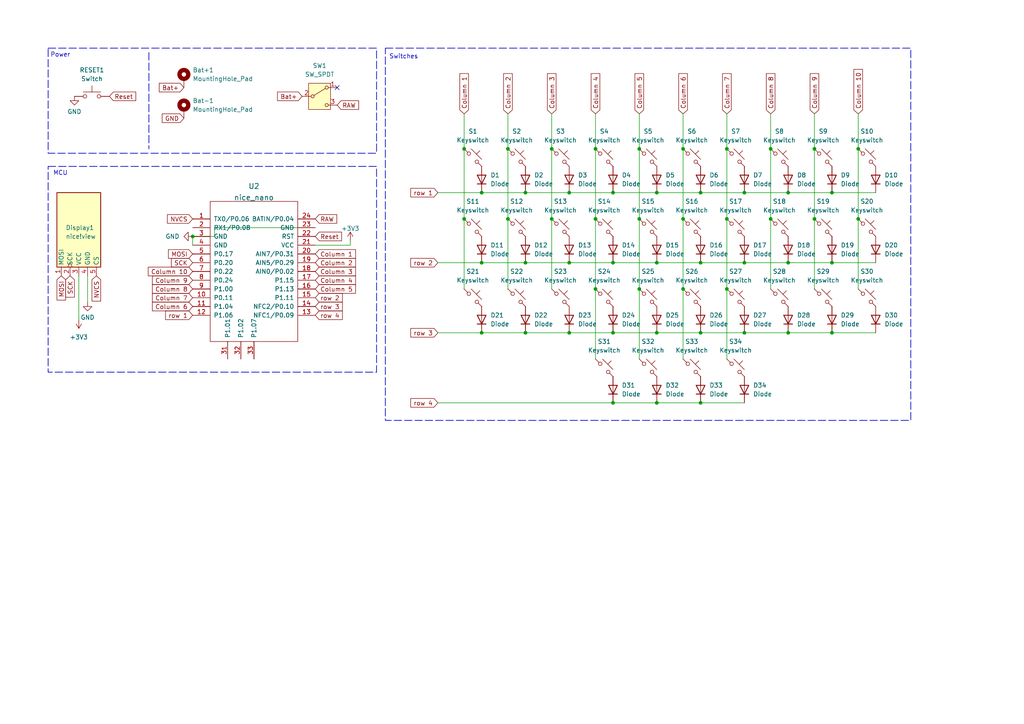
<source format=kicad_sch>
(kicad_sch
	(version 20250114)
	(generator "eeschema")
	(generator_version "9.0")
	(uuid "b349b47f-d245-4ab3-9fbf-f1cf42fc19f7")
	(paper "A4")
	(lib_symbols
		(symbol "GND_1"
			(power)
			(pin_names
				(offset 0)
			)
			(exclude_from_sim no)
			(in_bom yes)
			(on_board yes)
			(property "Reference" "#PWR"
				(at 0 -6.35 0)
				(effects
					(font
						(size 1.27 1.27)
					)
					(hide yes)
				)
			)
			(property "Value" "GND"
				(at 0 -3.81 0)
				(effects
					(font
						(size 1.27 1.27)
					)
				)
			)
			(property "Footprint" ""
				(at 0 0 0)
				(effects
					(font
						(size 1.27 1.27)
					)
					(hide yes)
				)
			)
			(property "Datasheet" ""
				(at 0 0 0)
				(effects
					(font
						(size 1.27 1.27)
					)
					(hide yes)
				)
			)
			(property "Description" "Power symbol creates a global label with name \"GND\" , ground"
				(at 0 0 0)
				(effects
					(font
						(size 1.27 1.27)
					)
					(hide yes)
				)
			)
			(property "ki_keywords" "power-flag"
				(at 0 0 0)
				(effects
					(font
						(size 1.27 1.27)
					)
					(hide yes)
				)
			)
			(symbol "GND_1_0_1"
				(polyline
					(pts
						(xy 0 0) (xy 0 -1.27) (xy 1.27 -1.27) (xy 0 -2.54) (xy -1.27 -1.27) (xy 0 -1.27)
					)
					(stroke
						(width 0)
						(type default)
					)
					(fill
						(type none)
					)
				)
			)
			(symbol "GND_1_1_1"
				(pin power_in line
					(at 0 0 270)
					(length 0)
					(hide yes)
					(name "GND"
						(effects
							(font
								(size 1.27 1.27)
							)
						)
					)
					(number "1"
						(effects
							(font
								(size 1.27 1.27)
							)
						)
					)
				)
			)
			(embedded_fonts no)
		)
		(symbol "Mechanical:MountingHole_Pad"
			(pin_numbers
				(hide yes)
			)
			(pin_names
				(offset 1.016)
				(hide yes)
			)
			(exclude_from_sim no)
			(in_bom no)
			(on_board yes)
			(property "Reference" "H"
				(at 0 6.35 0)
				(effects
					(font
						(size 1.27 1.27)
					)
				)
			)
			(property "Value" "MountingHole_Pad"
				(at 0 4.445 0)
				(effects
					(font
						(size 1.27 1.27)
					)
				)
			)
			(property "Footprint" ""
				(at 0 0 0)
				(effects
					(font
						(size 1.27 1.27)
					)
					(hide yes)
				)
			)
			(property "Datasheet" "~"
				(at 0 0 0)
				(effects
					(font
						(size 1.27 1.27)
					)
					(hide yes)
				)
			)
			(property "Description" "Mounting Hole with connection"
				(at 0 0 0)
				(effects
					(font
						(size 1.27 1.27)
					)
					(hide yes)
				)
			)
			(property "ki_keywords" "mounting hole"
				(at 0 0 0)
				(effects
					(font
						(size 1.27 1.27)
					)
					(hide yes)
				)
			)
			(property "ki_fp_filters" "MountingHole*Pad*"
				(at 0 0 0)
				(effects
					(font
						(size 1.27 1.27)
					)
					(hide yes)
				)
			)
			(symbol "MountingHole_Pad_0_1"
				(circle
					(center 0 1.27)
					(radius 1.27)
					(stroke
						(width 1.27)
						(type default)
					)
					(fill
						(type none)
					)
				)
			)
			(symbol "MountingHole_Pad_1_1"
				(pin input line
					(at 0 -2.54 90)
					(length 2.54)
					(name "1"
						(effects
							(font
								(size 1.27 1.27)
							)
						)
					)
					(number "1"
						(effects
							(font
								(size 1.27 1.27)
							)
						)
					)
				)
			)
			(embedded_fonts no)
		)
		(symbol "ScottoKeebs:Placeholder_Diode"
			(pin_numbers
				(hide yes)
			)
			(pin_names
				(hide yes)
			)
			(exclude_from_sim no)
			(in_bom yes)
			(on_board yes)
			(property "Reference" "D"
				(at 0 2.54 0)
				(effects
					(font
						(size 1.27 1.27)
					)
				)
			)
			(property "Value" "Diode"
				(at 0 -2.54 0)
				(effects
					(font
						(size 1.27 1.27)
					)
				)
			)
			(property "Footprint" ""
				(at 0 0 0)
				(effects
					(font
						(size 1.27 1.27)
					)
					(hide yes)
				)
			)
			(property "Datasheet" ""
				(at 0 0 0)
				(effects
					(font
						(size 1.27 1.27)
					)
					(hide yes)
				)
			)
			(property "Description" "1N4148 (DO-35) or 1N4148W (SOD-123)"
				(at 0 0 0)
				(effects
					(font
						(size 1.27 1.27)
					)
					(hide yes)
				)
			)
			(property "Sim.Device" "D"
				(at 0 0 0)
				(effects
					(font
						(size 1.27 1.27)
					)
					(hide yes)
				)
			)
			(property "Sim.Pins" "1=K 2=A"
				(at 0 0 0)
				(effects
					(font
						(size 1.27 1.27)
					)
					(hide yes)
				)
			)
			(property "ki_keywords" "diode"
				(at 0 0 0)
				(effects
					(font
						(size 1.27 1.27)
					)
					(hide yes)
				)
			)
			(property "ki_fp_filters" "D*DO?35*"
				(at 0 0 0)
				(effects
					(font
						(size 1.27 1.27)
					)
					(hide yes)
				)
			)
			(symbol "Placeholder_Diode_0_1"
				(polyline
					(pts
						(xy -1.27 1.27) (xy -1.27 -1.27)
					)
					(stroke
						(width 0.254)
						(type default)
					)
					(fill
						(type none)
					)
				)
				(polyline
					(pts
						(xy 1.27 1.27) (xy 1.27 -1.27) (xy -1.27 0) (xy 1.27 1.27)
					)
					(stroke
						(width 0.254)
						(type default)
					)
					(fill
						(type none)
					)
				)
				(polyline
					(pts
						(xy 1.27 0) (xy -1.27 0)
					)
					(stroke
						(width 0)
						(type default)
					)
					(fill
						(type none)
					)
				)
			)
			(symbol "Placeholder_Diode_1_1"
				(pin passive line
					(at -3.81 0 0)
					(length 2.54)
					(name "K"
						(effects
							(font
								(size 1.27 1.27)
							)
						)
					)
					(number "1"
						(effects
							(font
								(size 1.27 1.27)
							)
						)
					)
				)
				(pin passive line
					(at 3.81 0 180)
					(length 2.54)
					(name "A"
						(effects
							(font
								(size 1.27 1.27)
							)
						)
					)
					(number "2"
						(effects
							(font
								(size 1.27 1.27)
							)
						)
					)
				)
			)
			(embedded_fonts no)
		)
		(symbol "ScottoKeebs:Placeholder_Keyswitch"
			(pin_numbers
				(hide yes)
			)
			(pin_names
				(offset 1.016)
				(hide yes)
			)
			(exclude_from_sim no)
			(in_bom yes)
			(on_board yes)
			(property "Reference" "S"
				(at 3.048 1.016 0)
				(effects
					(font
						(size 1.27 1.27)
					)
					(justify left)
				)
			)
			(property "Value" "Keyswitch"
				(at 0 -3.81 0)
				(effects
					(font
						(size 1.27 1.27)
					)
				)
			)
			(property "Footprint" ""
				(at 0 0 0)
				(effects
					(font
						(size 1.27 1.27)
					)
					(hide yes)
				)
			)
			(property "Datasheet" "~"
				(at 0 0 0)
				(effects
					(font
						(size 1.27 1.27)
					)
					(hide yes)
				)
			)
			(property "Description" "Push button switch, normally open, two pins, 45° tilted"
				(at 0 0 0)
				(effects
					(font
						(size 1.27 1.27)
					)
					(hide yes)
				)
			)
			(property "ki_keywords" "switch normally-open pushbutton push-button"
				(at 0 0 0)
				(effects
					(font
						(size 1.27 1.27)
					)
					(hide yes)
				)
			)
			(symbol "Placeholder_Keyswitch_0_1"
				(polyline
					(pts
						(xy -2.54 2.54) (xy -1.524 1.524) (xy -1.524 1.524)
					)
					(stroke
						(width 0)
						(type default)
					)
					(fill
						(type none)
					)
				)
				(circle
					(center -1.1684 1.1684)
					(radius 0.508)
					(stroke
						(width 0)
						(type default)
					)
					(fill
						(type none)
					)
				)
				(polyline
					(pts
						(xy -0.508 2.54) (xy 2.54 -0.508)
					)
					(stroke
						(width 0)
						(type default)
					)
					(fill
						(type none)
					)
				)
				(polyline
					(pts
						(xy 1.016 1.016) (xy 2.032 2.032)
					)
					(stroke
						(width 0)
						(type default)
					)
					(fill
						(type none)
					)
				)
				(circle
					(center 1.143 -1.1938)
					(radius 0.508)
					(stroke
						(width 0)
						(type default)
					)
					(fill
						(type none)
					)
				)
				(polyline
					(pts
						(xy 1.524 -1.524) (xy 2.54 -2.54) (xy 2.54 -2.54) (xy 2.54 -2.54)
					)
					(stroke
						(width 0)
						(type default)
					)
					(fill
						(type none)
					)
				)
				(pin passive line
					(at -2.54 2.54 0)
					(length 0)
					(name "1"
						(effects
							(font
								(size 1.27 1.27)
							)
						)
					)
					(number "1"
						(effects
							(font
								(size 1.27 1.27)
							)
						)
					)
				)
				(pin passive line
					(at 2.54 -2.54 180)
					(length 0)
					(name "2"
						(effects
							(font
								(size 1.27 1.27)
							)
						)
					)
					(number "2"
						(effects
							(font
								(size 1.27 1.27)
							)
						)
					)
				)
			)
			(embedded_fonts no)
		)
		(symbol "ScottoKeebs:Placeholder_Switch"
			(pin_numbers
				(hide yes)
			)
			(pin_names
				(offset 1.016)
				(hide yes)
			)
			(exclude_from_sim no)
			(in_bom yes)
			(on_board yes)
			(property "Reference" "SW"
				(at 1.27 2.54 0)
				(effects
					(font
						(size 1.27 1.27)
					)
					(justify left)
				)
			)
			(property "Value" "Switch"
				(at 0 -1.524 0)
				(effects
					(font
						(size 1.27 1.27)
					)
				)
			)
			(property "Footprint" ""
				(at 0 5.08 0)
				(effects
					(font
						(size 1.27 1.27)
					)
					(hide yes)
				)
			)
			(property "Datasheet" "~"
				(at 0 5.08 0)
				(effects
					(font
						(size 1.27 1.27)
					)
					(hide yes)
				)
			)
			(property "Description" "Push button switch, generic, two pins"
				(at 0 0 0)
				(effects
					(font
						(size 1.27 1.27)
					)
					(hide yes)
				)
			)
			(property "ki_keywords" "switch normally-open pushbutton push-button"
				(at 0 0 0)
				(effects
					(font
						(size 1.27 1.27)
					)
					(hide yes)
				)
			)
			(symbol "Placeholder_Switch_0_1"
				(circle
					(center -2.032 0)
					(radius 0.508)
					(stroke
						(width 0)
						(type default)
					)
					(fill
						(type none)
					)
				)
				(polyline
					(pts
						(xy 0 1.27) (xy 0 3.048)
					)
					(stroke
						(width 0)
						(type default)
					)
					(fill
						(type none)
					)
				)
				(circle
					(center 2.032 0)
					(radius 0.508)
					(stroke
						(width 0)
						(type default)
					)
					(fill
						(type none)
					)
				)
				(polyline
					(pts
						(xy 2.54 1.27) (xy -2.54 1.27)
					)
					(stroke
						(width 0)
						(type default)
					)
					(fill
						(type none)
					)
				)
				(pin passive line
					(at -5.08 0 0)
					(length 2.54)
					(name "1"
						(effects
							(font
								(size 1.27 1.27)
							)
						)
					)
					(number "1"
						(effects
							(font
								(size 1.27 1.27)
							)
						)
					)
				)
				(pin passive line
					(at 5.08 0 180)
					(length 2.54)
					(name "2"
						(effects
							(font
								(size 1.27 1.27)
							)
						)
					)
					(number "2"
						(effects
							(font
								(size 1.27 1.27)
							)
						)
					)
				)
			)
			(embedded_fonts no)
		)
		(symbol "Switch:SW_SPDT"
			(pin_names
				(offset 0)
				(hide yes)
			)
			(exclude_from_sim no)
			(in_bom yes)
			(on_board yes)
			(property "Reference" "SW"
				(at 0 5.08 0)
				(effects
					(font
						(size 1.27 1.27)
					)
				)
			)
			(property "Value" "SW_SPDT"
				(at 0 -5.08 0)
				(effects
					(font
						(size 1.27 1.27)
					)
				)
			)
			(property "Footprint" ""
				(at 0 0 0)
				(effects
					(font
						(size 1.27 1.27)
					)
					(hide yes)
				)
			)
			(property "Datasheet" "~"
				(at 0 -7.62 0)
				(effects
					(font
						(size 1.27 1.27)
					)
					(hide yes)
				)
			)
			(property "Description" "Switch, single pole double throw"
				(at 0 0 0)
				(effects
					(font
						(size 1.27 1.27)
					)
					(hide yes)
				)
			)
			(property "ki_keywords" "switch single-pole double-throw spdt ON-ON"
				(at 0 0 0)
				(effects
					(font
						(size 1.27 1.27)
					)
					(hide yes)
				)
			)
			(symbol "SW_SPDT_0_1"
				(circle
					(center -2.032 0)
					(radius 0.4572)
					(stroke
						(width 0)
						(type default)
					)
					(fill
						(type none)
					)
				)
				(polyline
					(pts
						(xy -1.651 0.254) (xy 1.651 2.286)
					)
					(stroke
						(width 0)
						(type default)
					)
					(fill
						(type none)
					)
				)
				(circle
					(center 2.032 2.54)
					(radius 0.4572)
					(stroke
						(width 0)
						(type default)
					)
					(fill
						(type none)
					)
				)
				(circle
					(center 2.032 -2.54)
					(radius 0.4572)
					(stroke
						(width 0)
						(type default)
					)
					(fill
						(type none)
					)
				)
			)
			(symbol "SW_SPDT_1_1"
				(rectangle
					(start -3.175 3.81)
					(end 3.175 -3.81)
					(stroke
						(width 0)
						(type default)
					)
					(fill
						(type background)
					)
				)
				(pin passive line
					(at -5.08 0 0)
					(length 2.54)
					(name "B"
						(effects
							(font
								(size 1.27 1.27)
							)
						)
					)
					(number "2"
						(effects
							(font
								(size 1.27 1.27)
							)
						)
					)
				)
				(pin passive line
					(at 5.08 2.54 180)
					(length 2.54)
					(name "A"
						(effects
							(font
								(size 1.27 1.27)
							)
						)
					)
					(number "1"
						(effects
							(font
								(size 1.27 1.27)
							)
						)
					)
				)
				(pin passive line
					(at 5.08 -2.54 180)
					(length 2.54)
					(name "C"
						(effects
							(font
								(size 1.27 1.27)
							)
						)
					)
					(number "3"
						(effects
							(font
								(size 1.27 1.27)
							)
						)
					)
				)
			)
			(embedded_fonts no)
		)
		(symbol "nice_nano:nice_nano"
			(pin_names
				(offset 1.016)
			)
			(exclude_from_sim no)
			(in_bom yes)
			(on_board yes)
			(property "Reference" "U"
				(at 0 0 0)
				(effects
					(font
						(size 1.524 1.524)
					)
				)
			)
			(property "Value" "nice_nano"
				(at 0 2.54 0)
				(effects
					(font
						(size 1.524 1.524)
					)
				)
			)
			(property "Footprint" ""
				(at 26.67 -63.5 90)
				(effects
					(font
						(size 1.524 1.524)
					)
					(hide yes)
				)
			)
			(property "Datasheet" ""
				(at 26.67 -63.5 90)
				(effects
					(font
						(size 1.524 1.524)
					)
					(hide yes)
				)
			)
			(property "Description" ""
				(at 0 0 0)
				(effects
					(font
						(size 1.27 1.27)
					)
					(hide yes)
				)
			)
			(symbol "nice_nano_0_1"
				(rectangle
					(start -12.7 -21.59)
					(end 12.7 19.05)
					(stroke
						(width 0)
						(type default)
					)
					(fill
						(type none)
					)
				)
			)
			(symbol "nice_nano_1_1"
				(pin input line
					(at -17.78 13.97 0)
					(length 5.08)
					(name "TX0/P0.06"
						(effects
							(font
								(size 1.27 1.27)
							)
						)
					)
					(number "1"
						(effects
							(font
								(size 1.27 1.27)
							)
						)
					)
				)
				(pin input line
					(at -17.78 11.43 0)
					(length 5.08)
					(name "RX1/P0.08"
						(effects
							(font
								(size 1.27 1.27)
							)
						)
					)
					(number "2"
						(effects
							(font
								(size 1.27 1.27)
							)
						)
					)
				)
				(pin input line
					(at -17.78 8.89 0)
					(length 5.08)
					(name "GND"
						(effects
							(font
								(size 1.27 1.27)
							)
						)
					)
					(number "3"
						(effects
							(font
								(size 1.27 1.27)
							)
						)
					)
				)
				(pin input line
					(at -17.78 6.35 0)
					(length 5.08)
					(name "GND"
						(effects
							(font
								(size 1.27 1.27)
							)
						)
					)
					(number "4"
						(effects
							(font
								(size 1.27 1.27)
							)
						)
					)
				)
				(pin input line
					(at -17.78 3.81 0)
					(length 5.08)
					(name "P0.17"
						(effects
							(font
								(size 1.27 1.27)
							)
						)
					)
					(number "5"
						(effects
							(font
								(size 1.27 1.27)
							)
						)
					)
				)
				(pin input line
					(at -17.78 1.27 0)
					(length 5.08)
					(name "P0.20"
						(effects
							(font
								(size 1.27 1.27)
							)
						)
					)
					(number "6"
						(effects
							(font
								(size 1.27 1.27)
							)
						)
					)
				)
				(pin input line
					(at -17.78 -1.27 0)
					(length 5.08)
					(name "P0.22"
						(effects
							(font
								(size 1.27 1.27)
							)
						)
					)
					(number "7"
						(effects
							(font
								(size 1.27 1.27)
							)
						)
					)
				)
				(pin input line
					(at -17.78 -3.81 0)
					(length 5.08)
					(name "P0.24"
						(effects
							(font
								(size 1.27 1.27)
							)
						)
					)
					(number "8"
						(effects
							(font
								(size 1.27 1.27)
							)
						)
					)
				)
				(pin input line
					(at -17.78 -6.35 0)
					(length 5.08)
					(name "P1.00"
						(effects
							(font
								(size 1.27 1.27)
							)
						)
					)
					(number "9"
						(effects
							(font
								(size 1.27 1.27)
							)
						)
					)
				)
				(pin input line
					(at -17.78 -8.89 0)
					(length 5.08)
					(name "P0.11"
						(effects
							(font
								(size 1.27 1.27)
							)
						)
					)
					(number "10"
						(effects
							(font
								(size 1.27 1.27)
							)
						)
					)
				)
				(pin input line
					(at -17.78 -11.43 0)
					(length 5.08)
					(name "P1.04"
						(effects
							(font
								(size 1.27 1.27)
							)
						)
					)
					(number "11"
						(effects
							(font
								(size 1.27 1.27)
							)
						)
					)
				)
				(pin input line
					(at -17.78 -13.97 0)
					(length 5.08)
					(name "P1.06"
						(effects
							(font
								(size 1.27 1.27)
							)
						)
					)
					(number "12"
						(effects
							(font
								(size 1.27 1.27)
							)
						)
					)
				)
				(pin input line
					(at -7.62 -26.67 90)
					(length 5.08)
					(name "P1.01"
						(effects
							(font
								(size 1.27 1.27)
							)
						)
					)
					(number "31"
						(effects
							(font
								(size 1.27 1.27)
							)
						)
					)
				)
				(pin input line
					(at -3.81 -26.67 90)
					(length 5.08)
					(name "P1.02"
						(effects
							(font
								(size 1.27 1.27)
							)
						)
					)
					(number "32"
						(effects
							(font
								(size 1.27 1.27)
							)
						)
					)
				)
				(pin input line
					(at 0 -26.67 90)
					(length 5.08)
					(name "P1.07"
						(effects
							(font
								(size 1.27 1.27)
							)
						)
					)
					(number "33"
						(effects
							(font
								(size 1.27 1.27)
							)
						)
					)
				)
				(pin input line
					(at 17.78 13.97 180)
					(length 5.08)
					(name "BATIN/P0.04"
						(effects
							(font
								(size 1.27 1.27)
							)
						)
					)
					(number "24"
						(effects
							(font
								(size 1.27 1.27)
							)
						)
					)
				)
				(pin input line
					(at 17.78 11.43 180)
					(length 5.08)
					(name "GND"
						(effects
							(font
								(size 1.27 1.27)
							)
						)
					)
					(number "23"
						(effects
							(font
								(size 1.27 1.27)
							)
						)
					)
				)
				(pin input line
					(at 17.78 8.89 180)
					(length 5.08)
					(name "RST"
						(effects
							(font
								(size 1.27 1.27)
							)
						)
					)
					(number "22"
						(effects
							(font
								(size 1.27 1.27)
							)
						)
					)
				)
				(pin input line
					(at 17.78 6.35 180)
					(length 5.08)
					(name "VCC"
						(effects
							(font
								(size 1.27 1.27)
							)
						)
					)
					(number "21"
						(effects
							(font
								(size 1.27 1.27)
							)
						)
					)
				)
				(pin input line
					(at 17.78 3.81 180)
					(length 5.08)
					(name "AIN7/P0.31"
						(effects
							(font
								(size 1.27 1.27)
							)
						)
					)
					(number "20"
						(effects
							(font
								(size 1.27 1.27)
							)
						)
					)
				)
				(pin input line
					(at 17.78 1.27 180)
					(length 5.08)
					(name "AIN5/P0.29"
						(effects
							(font
								(size 1.27 1.27)
							)
						)
					)
					(number "19"
						(effects
							(font
								(size 1.27 1.27)
							)
						)
					)
				)
				(pin input line
					(at 17.78 -1.27 180)
					(length 5.08)
					(name "AIN0/P0.02"
						(effects
							(font
								(size 1.27 1.27)
							)
						)
					)
					(number "18"
						(effects
							(font
								(size 1.27 1.27)
							)
						)
					)
				)
				(pin input line
					(at 17.78 -3.81 180)
					(length 5.08)
					(name "P1.15"
						(effects
							(font
								(size 1.27 1.27)
							)
						)
					)
					(number "17"
						(effects
							(font
								(size 1.27 1.27)
							)
						)
					)
				)
				(pin input line
					(at 17.78 -6.35 180)
					(length 5.08)
					(name "P1.13"
						(effects
							(font
								(size 1.27 1.27)
							)
						)
					)
					(number "16"
						(effects
							(font
								(size 1.27 1.27)
							)
						)
					)
				)
				(pin input line
					(at 17.78 -8.89 180)
					(length 5.08)
					(name "P1.11"
						(effects
							(font
								(size 1.27 1.27)
							)
						)
					)
					(number "15"
						(effects
							(font
								(size 1.27 1.27)
							)
						)
					)
				)
				(pin input line
					(at 17.78 -11.43 180)
					(length 5.08)
					(name "NFC2/P0.10"
						(effects
							(font
								(size 1.27 1.27)
							)
						)
					)
					(number "14"
						(effects
							(font
								(size 1.27 1.27)
							)
						)
					)
				)
				(pin input line
					(at 17.78 -13.97 180)
					(length 5.08)
					(name "NFC1/P0.09"
						(effects
							(font
								(size 1.27 1.27)
							)
						)
					)
					(number "13"
						(effects
							(font
								(size 1.27 1.27)
							)
						)
					)
				)
			)
			(embedded_fonts no)
		)
		(symbol "nice_view:nice!view"
			(exclude_from_sim no)
			(in_bom yes)
			(on_board yes)
			(property "Reference" "Display"
				(at 0 12.7 0)
				(effects
					(font
						(size 1.27 1.27)
					)
					(justify bottom)
				)
			)
			(property "Value" "nice!view"
				(at 0 0 0)
				(effects
					(font
						(size 1.27 1.27)
					)
				)
			)
			(property "Footprint" "nice_view:nice_view"
				(at 0 16.51 0)
				(effects
					(font
						(size 1.27 1.27)
					)
					(hide yes)
				)
			)
			(property "Datasheet" "https://nicekeyboards.com/docs/nice-view/pinout-schematic"
				(at 2.54 -25.4 0)
				(effects
					(font
						(size 1.27 1.27)
					)
					(hide yes)
				)
			)
			(property "Description" "Sharp LS011B7DH03 Memory in Pixel 160x68"
				(at 0 0 0)
				(effects
					(font
						(size 1.27 1.27)
					)
					(hide yes)
				)
			)
			(property "ki_keywords" "display MIP 36x14"
				(at 0 0 0)
				(effects
					(font
						(size 1.27 1.27)
					)
					(hide yes)
				)
			)
			(property "ki_fp_filters" "nice*"
				(at 0 0 0)
				(effects
					(font
						(size 1.27 1.27)
					)
					(hide yes)
				)
			)
			(symbol "nice!view_0_1"
				(rectangle
					(start -6.35 11.43)
					(end 6.35 -10.16)
					(stroke
						(width 0.254)
						(type default)
					)
					(fill
						(type background)
					)
				)
			)
			(symbol "nice!view_1_1"
				(pin input line
					(at -5.08 -12.7 90)
					(length 2.54)
					(name "MOSI"
						(effects
							(font
								(size 1.27 1.27)
							)
						)
					)
					(number "1"
						(effects
							(font
								(size 1.27 1.27)
							)
						)
					)
				)
				(pin input clock
					(at -2.54 -12.7 90)
					(length 2.54)
					(name "SCK"
						(effects
							(font
								(size 1.27 1.27)
							)
						)
					)
					(number "2"
						(effects
							(font
								(size 1.27 1.27)
							)
						)
					)
				)
				(pin power_in line
					(at 0 -12.7 90)
					(length 2.54)
					(name "VCC"
						(effects
							(font
								(size 1.27 1.27)
							)
						)
					)
					(number "3"
						(effects
							(font
								(size 1.27 1.27)
							)
						)
					)
				)
				(pin power_out line
					(at 2.54 -12.7 90)
					(length 2.54)
					(name "GND"
						(effects
							(font
								(size 1.27 1.27)
							)
						)
					)
					(number "4"
						(effects
							(font
								(size 1.27 1.27)
							)
						)
					)
				)
				(pin passive line
					(at 5.08 -12.7 90)
					(length 2.54)
					(name "CS"
						(effects
							(font
								(size 1.27 1.27)
							)
						)
					)
					(number "5"
						(effects
							(font
								(size 1.27 1.27)
							)
						)
					)
				)
			)
			(embedded_fonts no)
		)
		(symbol "power:+3.3V"
			(power)
			(pin_names
				(offset 0)
			)
			(exclude_from_sim no)
			(in_bom yes)
			(on_board yes)
			(property "Reference" "#PWR"
				(at 0 -3.81 0)
				(effects
					(font
						(size 1.27 1.27)
					)
					(hide yes)
				)
			)
			(property "Value" "+3.3V"
				(at 0 3.556 0)
				(effects
					(font
						(size 1.27 1.27)
					)
				)
			)
			(property "Footprint" ""
				(at 0 0 0)
				(effects
					(font
						(size 1.27 1.27)
					)
					(hide yes)
				)
			)
			(property "Datasheet" ""
				(at 0 0 0)
				(effects
					(font
						(size 1.27 1.27)
					)
					(hide yes)
				)
			)
			(property "Description" "Power symbol creates a global label with name \"+3.3V\""
				(at 0 0 0)
				(effects
					(font
						(size 1.27 1.27)
					)
					(hide yes)
				)
			)
			(property "ki_keywords" "power-flag"
				(at 0 0 0)
				(effects
					(font
						(size 1.27 1.27)
					)
					(hide yes)
				)
			)
			(symbol "+3.3V_0_1"
				(polyline
					(pts
						(xy -0.762 1.27) (xy 0 2.54)
					)
					(stroke
						(width 0)
						(type default)
					)
					(fill
						(type none)
					)
				)
				(polyline
					(pts
						(xy 0 2.54) (xy 0.762 1.27)
					)
					(stroke
						(width 0)
						(type default)
					)
					(fill
						(type none)
					)
				)
				(polyline
					(pts
						(xy 0 0) (xy 0 2.54)
					)
					(stroke
						(width 0)
						(type default)
					)
					(fill
						(type none)
					)
				)
			)
			(symbol "+3.3V_1_1"
				(pin power_in line
					(at 0 0 90)
					(length 0)
					(hide yes)
					(name "+3V3"
						(effects
							(font
								(size 1.27 1.27)
							)
						)
					)
					(number "1"
						(effects
							(font
								(size 1.27 1.27)
							)
						)
					)
				)
			)
			(embedded_fonts no)
		)
		(symbol "power:GND"
			(power)
			(pin_names
				(offset 0)
			)
			(exclude_from_sim no)
			(in_bom yes)
			(on_board yes)
			(property "Reference" "#PWR"
				(at 0 -6.35 0)
				(effects
					(font
						(size 1.27 1.27)
					)
					(hide yes)
				)
			)
			(property "Value" "GND"
				(at 0 -3.81 0)
				(effects
					(font
						(size 1.27 1.27)
					)
				)
			)
			(property "Footprint" ""
				(at 0 0 0)
				(effects
					(font
						(size 1.27 1.27)
					)
					(hide yes)
				)
			)
			(property "Datasheet" ""
				(at 0 0 0)
				(effects
					(font
						(size 1.27 1.27)
					)
					(hide yes)
				)
			)
			(property "Description" "Power symbol creates a global label with name \"GND\" , ground"
				(at 0 0 0)
				(effects
					(font
						(size 1.27 1.27)
					)
					(hide yes)
				)
			)
			(property "ki_keywords" "power-flag"
				(at 0 0 0)
				(effects
					(font
						(size 1.27 1.27)
					)
					(hide yes)
				)
			)
			(symbol "GND_0_1"
				(polyline
					(pts
						(xy 0 0) (xy 0 -1.27) (xy 1.27 -1.27) (xy 0 -2.54) (xy -1.27 -1.27) (xy 0 -1.27)
					)
					(stroke
						(width 0)
						(type default)
					)
					(fill
						(type none)
					)
				)
			)
			(symbol "GND_1_1"
				(pin power_in line
					(at 0 0 270)
					(length 0)
					(hide yes)
					(name "GND"
						(effects
							(font
								(size 1.27 1.27)
							)
						)
					)
					(number "1"
						(effects
							(font
								(size 1.27 1.27)
							)
						)
					)
				)
			)
			(embedded_fonts no)
		)
	)
	(rectangle
		(start 13.97 48.26)
		(end 109.22 107.95)
		(stroke
			(width 0.2)
			(type dash)
		)
		(fill
			(type none)
		)
		(uuid 34d59d01-5efc-401d-b5ac-45e8a5042f78)
	)
	(rectangle
		(start 13.97 13.97)
		(end 109.22 44.45)
		(stroke
			(width 0.2)
			(type dash)
		)
		(fill
			(type none)
		)
		(uuid 70713444-def5-4e52-be00-651f61f3e807)
	)
	(rectangle
		(start 111.76 13.97)
		(end 264.16 121.92)
		(stroke
			(width 0.2)
			(type dash)
		)
		(fill
			(type none)
		)
		(uuid fc2758fd-3edd-4daa-94c1-850ddcffca16)
	)
	(text "Power"
		(exclude_from_sim no)
		(at 17.526 16.002 0)
		(effects
			(font
				(size 1.27 1.27)
			)
		)
		(uuid "0cd8b67b-fd23-4790-bef4-438ea6af4303")
	)
	(text "MCU"
		(exclude_from_sim no)
		(at 17.526 50.292 0)
		(effects
			(font
				(size 1.27 1.27)
			)
		)
		(uuid "73421239-d3b8-4d8f-a554-0b2560d83de9")
	)
	(text "Switches"
		(exclude_from_sim no)
		(at 117.094 16.51 0)
		(effects
			(font
				(size 1.27 1.27)
			)
		)
		(uuid "d050042d-1176-40df-8d96-9881602a88d0")
	)
	(junction
		(at 152.4 96.52)
		(diameter 0)
		(color 0 0 0 0)
		(uuid "01fb2974-3ac0-4a6e-82d2-0d46110f44b7")
	)
	(junction
		(at 185.42 83.82)
		(diameter 0)
		(color 0 0 0 0)
		(uuid "059b9e8c-116e-45a7-ba75-c05ebe3e8907")
	)
	(junction
		(at 177.8 96.52)
		(diameter 0)
		(color 0 0 0 0)
		(uuid "09b43a8e-5287-44d0-a4a0-8190210fcb7f")
	)
	(junction
		(at 241.3 96.52)
		(diameter 0)
		(color 0 0 0 0)
		(uuid "0d72b10f-cf3d-473e-8008-d6bc0fc6061e")
	)
	(junction
		(at 203.2 116.84)
		(diameter 0)
		(color 0 0 0 0)
		(uuid "11e1cca4-c1e9-4c54-b564-2f13c1a7d1a4")
	)
	(junction
		(at 185.42 43.18)
		(diameter 0)
		(color 0 0 0 0)
		(uuid "1c83c224-a041-4657-a7ea-a13196bd6bee")
	)
	(junction
		(at 152.4 76.2)
		(diameter 0)
		(color 0 0 0 0)
		(uuid "265598dc-db96-4f83-a1a0-216b5d09cce9")
	)
	(junction
		(at 152.4 55.88)
		(diameter 0)
		(color 0 0 0 0)
		(uuid "2e6e5ce1-2fd7-44cc-8a33-a077e91477f7")
	)
	(junction
		(at 203.2 55.88)
		(diameter 0)
		(color 0 0 0 0)
		(uuid "31eca012-36d7-4661-b0dd-81db68b82134")
	)
	(junction
		(at 210.82 63.5)
		(diameter 0)
		(color 0 0 0 0)
		(uuid "346574e1-ac90-47d4-b75d-674d1475ea50")
	)
	(junction
		(at 139.7 96.52)
		(diameter 0)
		(color 0 0 0 0)
		(uuid "346a659c-a121-4cfb-967a-99e584f9b964")
	)
	(junction
		(at 241.3 76.2)
		(diameter 0)
		(color 0 0 0 0)
		(uuid "387dee3e-a34a-496a-b8a7-deeb0e995b93")
	)
	(junction
		(at 203.2 76.2)
		(diameter 0)
		(color 0 0 0 0)
		(uuid "3b6d7e13-598b-4edc-9af2-c158277597c4")
	)
	(junction
		(at 236.22 63.5)
		(diameter 0)
		(color 0 0 0 0)
		(uuid "40eabf9e-978a-4ca6-9bd0-cce7bb244678")
	)
	(junction
		(at 248.92 63.5)
		(diameter 0)
		(color 0 0 0 0)
		(uuid "42d852cc-3b98-405b-bde7-a0349dc261aa")
	)
	(junction
		(at 241.3 55.88)
		(diameter 0)
		(color 0 0 0 0)
		(uuid "43081175-4004-4ae0-9258-29df5e130930")
	)
	(junction
		(at 215.9 55.88)
		(diameter 0)
		(color 0 0 0 0)
		(uuid "43a81cf9-a2fc-4322-83dc-48bbbf4d173d")
	)
	(junction
		(at 185.42 63.5)
		(diameter 0)
		(color 0 0 0 0)
		(uuid "44e53e15-57a6-43a0-b797-126d468939ee")
	)
	(junction
		(at 198.12 83.82)
		(diameter 0)
		(color 0 0 0 0)
		(uuid "483b69dc-d886-4da0-8140-e73bc95cefd1")
	)
	(junction
		(at 165.1 76.2)
		(diameter 0)
		(color 0 0 0 0)
		(uuid "4de6ed94-84e5-4144-b7bc-5d95e9d34f02")
	)
	(junction
		(at 223.52 43.18)
		(diameter 0)
		(color 0 0 0 0)
		(uuid "4fd6c6ed-9a70-4a6f-a159-755cde9fb9be")
	)
	(junction
		(at 190.5 55.88)
		(diameter 0)
		(color 0 0 0 0)
		(uuid "5db48f7d-1ee0-4750-9d50-da9a7d0969a1")
	)
	(junction
		(at 134.62 43.18)
		(diameter 0)
		(color 0 0 0 0)
		(uuid "6100deb2-b596-4586-8deb-2bb5a79f2475")
	)
	(junction
		(at 210.82 43.18)
		(diameter 0)
		(color 0 0 0 0)
		(uuid "6209b0c7-c636-4a2c-b2a8-fa1bf4e00313")
	)
	(junction
		(at 228.6 55.88)
		(diameter 0)
		(color 0 0 0 0)
		(uuid "643be662-10e1-4524-b8d1-8553b703336e")
	)
	(junction
		(at 190.5 96.52)
		(diameter 0)
		(color 0 0 0 0)
		(uuid "66a2d726-a6fe-4176-a337-d4a562ed4376")
	)
	(junction
		(at 165.1 96.52)
		(diameter 0)
		(color 0 0 0 0)
		(uuid "6ac31090-bfef-4498-b770-e91831c4be6a")
	)
	(junction
		(at 236.22 43.18)
		(diameter 0)
		(color 0 0 0 0)
		(uuid "783652f7-4fd7-4901-a416-8331a994c1e6")
	)
	(junction
		(at 147.32 43.18)
		(diameter 0)
		(color 0 0 0 0)
		(uuid "79fd7c9c-201c-40f4-8b7b-e831b9a4d39e")
	)
	(junction
		(at 55.88 68.58)
		(diameter 0)
		(color 0 0 0 0)
		(uuid "819ca515-2483-48e6-b103-7e7805b15f6e")
	)
	(junction
		(at 198.12 63.5)
		(diameter 0)
		(color 0 0 0 0)
		(uuid "82aeb542-454a-448f-bfbe-290ea426457c")
	)
	(junction
		(at 160.02 63.5)
		(diameter 0)
		(color 0 0 0 0)
		(uuid "82e5434d-ea10-4482-9a28-6e528616de0f")
	)
	(junction
		(at 177.8 76.2)
		(diameter 0)
		(color 0 0 0 0)
		(uuid "83bc6b19-ff60-40be-9dfc-ebbeb7111f2e")
	)
	(junction
		(at 190.5 76.2)
		(diameter 0)
		(color 0 0 0 0)
		(uuid "89c9def7-e490-4392-848e-5cecfc5d9f8e")
	)
	(junction
		(at 177.8 55.88)
		(diameter 0)
		(color 0 0 0 0)
		(uuid "8d281879-7811-4b18-95e4-a3cb5c20f3da")
	)
	(junction
		(at 172.72 43.18)
		(diameter 0)
		(color 0 0 0 0)
		(uuid "8e26952d-30a1-4b06-a98f-0fc4708aedb0")
	)
	(junction
		(at 190.5 116.84)
		(diameter 0)
		(color 0 0 0 0)
		(uuid "91f25350-4f51-48a1-af12-b11cd79a7912")
	)
	(junction
		(at 160.02 43.18)
		(diameter 0)
		(color 0 0 0 0)
		(uuid "999c2f90-2ea5-4ef9-b82e-66e344207398")
	)
	(junction
		(at 198.12 43.18)
		(diameter 0)
		(color 0 0 0 0)
		(uuid "a04f44a1-8345-42b8-b418-68f7671ecc4e")
	)
	(junction
		(at 134.62 63.5)
		(diameter 0)
		(color 0 0 0 0)
		(uuid "a42fb873-647d-436a-a42e-d19ba672ce01")
	)
	(junction
		(at 172.72 63.5)
		(diameter 0)
		(color 0 0 0 0)
		(uuid "b61e3ef3-ef8f-4345-b06b-f5d98e0f8ef5")
	)
	(junction
		(at 223.52 63.5)
		(diameter 0)
		(color 0 0 0 0)
		(uuid "b6303a8c-d601-4235-9565-8016ad9ab2db")
	)
	(junction
		(at 172.72 83.82)
		(diameter 0)
		(color 0 0 0 0)
		(uuid "b95db219-3536-4ca6-9039-745b9bc49ef2")
	)
	(junction
		(at 139.7 76.2)
		(diameter 0)
		(color 0 0 0 0)
		(uuid "bf1bb070-b089-4c98-80d5-f28b23a67aec")
	)
	(junction
		(at 228.6 96.52)
		(diameter 0)
		(color 0 0 0 0)
		(uuid "c066a271-3a2c-4d9d-b0a3-8e16a83852f0")
	)
	(junction
		(at 248.92 43.18)
		(diameter 0)
		(color 0 0 0 0)
		(uuid "c2f417fb-af2e-4db6-bcea-da6f1086b28f")
	)
	(junction
		(at 203.2 96.52)
		(diameter 0)
		(color 0 0 0 0)
		(uuid "c6360e73-3f70-47aa-bacb-59c469467daf")
	)
	(junction
		(at 215.9 76.2)
		(diameter 0)
		(color 0 0 0 0)
		(uuid "cbc1de14-9aad-4bd5-9589-dedc56314476")
	)
	(junction
		(at 210.82 83.82)
		(diameter 0)
		(color 0 0 0 0)
		(uuid "d2782fc2-48dd-47a8-a26e-704a12f3b239")
	)
	(junction
		(at 177.8 116.84)
		(diameter 0)
		(color 0 0 0 0)
		(uuid "dfd62761-f511-4b19-8fcb-d6bd553bca59")
	)
	(junction
		(at 215.9 96.52)
		(diameter 0)
		(color 0 0 0 0)
		(uuid "e33867c1-db45-4531-85af-f0cb142e7d5b")
	)
	(junction
		(at 139.7 55.88)
		(diameter 0)
		(color 0 0 0 0)
		(uuid "e479c826-d992-4876-97c3-f0092e13725e")
	)
	(junction
		(at 165.1 55.88)
		(diameter 0)
		(color 0 0 0 0)
		(uuid "eaebdb36-a65e-499a-9284-faaa7449ae66")
	)
	(junction
		(at 228.6 76.2)
		(diameter 0)
		(color 0 0 0 0)
		(uuid "f314de1a-b07b-41b4-9591-5b7457164ce0")
	)
	(junction
		(at 147.32 63.5)
		(diameter 0)
		(color 0 0 0 0)
		(uuid "ff1cfe07-8974-43d7-9b59-47edaa3eda1d")
	)
	(no_connect
		(at 97.79 25.4)
		(uuid "32e1ee22-7146-4d8e-b79c-6da6e603ad05")
	)
	(wire
		(pts
			(xy 223.52 33.02) (xy 223.52 43.18)
		)
		(stroke
			(width 0)
			(type default)
		)
		(uuid "0a7ab150-e088-42f0-93b9-6a7acdadaa67")
	)
	(wire
		(pts
			(xy 127 76.2) (xy 139.7 76.2)
		)
		(stroke
			(width 0)
			(type default)
		)
		(uuid "0cb34913-b3d1-471d-b893-d5766a58b126")
	)
	(wire
		(pts
			(xy 198.12 43.18) (xy 198.12 63.5)
		)
		(stroke
			(width 0)
			(type default)
		)
		(uuid "0e82645e-2c63-4e45-8b8b-471c75daa87b")
	)
	(wire
		(pts
			(xy 198.12 63.5) (xy 198.12 83.82)
		)
		(stroke
			(width 0)
			(type default)
		)
		(uuid "0ffc9a92-9cb4-45a4-8a3f-53c5685321d5")
	)
	(wire
		(pts
			(xy 147.32 63.5) (xy 147.32 83.82)
		)
		(stroke
			(width 0)
			(type default)
		)
		(uuid "1159ba4d-11ca-4046-9105-578995641761")
	)
	(wire
		(pts
			(xy 177.8 96.52) (xy 190.5 96.52)
		)
		(stroke
			(width 0)
			(type default)
		)
		(uuid "15759a3c-0db3-41cd-922a-c82626f45ab6")
	)
	(wire
		(pts
			(xy 236.22 33.02) (xy 236.22 43.18)
		)
		(stroke
			(width 0)
			(type default)
		)
		(uuid "1593477e-ac13-4c89-aeb9-525649007465")
	)
	(wire
		(pts
			(xy 228.6 76.2) (xy 241.3 76.2)
		)
		(stroke
			(width 0)
			(type default)
		)
		(uuid "16336386-b6f5-47eb-8189-ae6dd8043ea4")
	)
	(wire
		(pts
			(xy 134.62 43.18) (xy 134.62 63.5)
		)
		(stroke
			(width 0)
			(type default)
		)
		(uuid "17bda402-82ac-4feb-927f-b5068bfbf584")
	)
	(wire
		(pts
			(xy 215.9 76.2) (xy 228.6 76.2)
		)
		(stroke
			(width 0)
			(type default)
		)
		(uuid "20b81ddd-b02f-4499-8e1e-b652985f070e")
	)
	(wire
		(pts
			(xy 25.4 80.01) (xy 25.4 87.63)
		)
		(stroke
			(width 0)
			(type default)
		)
		(uuid "21afaa47-7da6-402e-975c-68fac0cf2f80")
	)
	(wire
		(pts
			(xy 228.6 55.88) (xy 241.3 55.88)
		)
		(stroke
			(width 0)
			(type default)
		)
		(uuid "28be66bb-c60d-489e-b8d8-0240f10389ac")
	)
	(wire
		(pts
			(xy 241.3 96.52) (xy 254 96.52)
		)
		(stroke
			(width 0)
			(type default)
		)
		(uuid "2ec287f8-177c-4f7e-9c0a-caaed6d767d0")
	)
	(wire
		(pts
			(xy 91.44 66.04) (xy 62.23 66.04)
		)
		(stroke
			(width 0)
			(type default)
		)
		(uuid "2f54a90d-85fe-4d6e-8be8-863facb4e0e8")
	)
	(wire
		(pts
			(xy 139.7 55.88) (xy 152.4 55.88)
		)
		(stroke
			(width 0)
			(type default)
		)
		(uuid "2f816f34-3f97-481a-ac50-5aeb12d77f94")
	)
	(wire
		(pts
			(xy 228.6 96.52) (xy 241.3 96.52)
		)
		(stroke
			(width 0)
			(type default)
		)
		(uuid "389331f8-a770-453c-945d-3209d66bd4c5")
	)
	(wire
		(pts
			(xy 139.7 96.52) (xy 152.4 96.52)
		)
		(stroke
			(width 0)
			(type default)
		)
		(uuid "40a925d5-ce62-4eac-bb73-a603c39f0a0a")
	)
	(wire
		(pts
			(xy 177.8 55.88) (xy 190.5 55.88)
		)
		(stroke
			(width 0)
			(type default)
		)
		(uuid "46a768b8-d1dc-4590-83e5-b3b332995feb")
	)
	(wire
		(pts
			(xy 198.12 83.82) (xy 198.12 104.14)
		)
		(stroke
			(width 0)
			(type default)
		)
		(uuid "48bebbe8-2dcf-4246-9fcb-0223eefba671")
	)
	(wire
		(pts
			(xy 152.4 76.2) (xy 165.1 76.2)
		)
		(stroke
			(width 0)
			(type default)
		)
		(uuid "4b2602d3-f5c0-454e-be50-385ce26ced8d")
	)
	(wire
		(pts
			(xy 165.1 96.52) (xy 177.8 96.52)
		)
		(stroke
			(width 0)
			(type default)
		)
		(uuid "4efee1b5-3da3-498f-bb6b-af117b7ae738")
	)
	(wire
		(pts
			(xy 185.42 33.02) (xy 185.42 43.18)
		)
		(stroke
			(width 0)
			(type default)
		)
		(uuid "505ef985-38ef-4197-896d-7c9137512789")
	)
	(wire
		(pts
			(xy 190.5 76.2) (xy 203.2 76.2)
		)
		(stroke
			(width 0)
			(type default)
		)
		(uuid "50edc851-6592-4686-925d-9feb07cf4627")
	)
	(wire
		(pts
			(xy 134.62 33.02) (xy 134.62 43.18)
		)
		(stroke
			(width 0)
			(type default)
		)
		(uuid "512773c1-60fe-4bce-adf9-541a1f04a290")
	)
	(wire
		(pts
			(xy 185.42 83.82) (xy 185.42 104.14)
		)
		(stroke
			(width 0)
			(type default)
		)
		(uuid "59766901-910c-4708-a56f-39022ee9a0bd")
	)
	(wire
		(pts
			(xy 248.92 43.18) (xy 248.92 63.5)
		)
		(stroke
			(width 0)
			(type default)
		)
		(uuid "6079f062-1319-44c1-8ede-7012b40fd122")
	)
	(wire
		(pts
			(xy 152.4 96.52) (xy 165.1 96.52)
		)
		(stroke
			(width 0)
			(type default)
		)
		(uuid "62791f64-c8a4-4ce6-9db1-8b30739880b8")
	)
	(wire
		(pts
			(xy 139.7 76.2) (xy 152.4 76.2)
		)
		(stroke
			(width 0)
			(type default)
		)
		(uuid "63654d00-4ebf-49fd-9603-8edb02f5dbaf")
	)
	(wire
		(pts
			(xy 55.88 68.58) (xy 55.88 71.12)
		)
		(stroke
			(width 0)
			(type default)
		)
		(uuid "6767f278-4c32-4e64-bf01-9634a8a62173")
	)
	(wire
		(pts
			(xy 127 55.88) (xy 139.7 55.88)
		)
		(stroke
			(width 0)
			(type default)
		)
		(uuid "685c81cd-29a4-4ad5-bd9a-39ce0a104324")
	)
	(wire
		(pts
			(xy 91.44 71.12) (xy 101.6 71.12)
		)
		(stroke
			(width 0)
			(type default)
		)
		(uuid "69cb8d40-676f-4ac5-b1e9-1d85fa46d285")
	)
	(wire
		(pts
			(xy 210.82 83.82) (xy 210.82 104.14)
		)
		(stroke
			(width 0)
			(type default)
		)
		(uuid "6bbb3bfc-d59f-45a0-a85c-71ab033e5e7c")
	)
	(wire
		(pts
			(xy 210.82 43.18) (xy 210.82 63.5)
		)
		(stroke
			(width 0)
			(type default)
		)
		(uuid "6dcafb89-98da-4209-a6e2-bcf9dcc5e03f")
	)
	(polyline
		(pts
			(xy 43.18 15.24) (xy 43.18 43.18)
		)
		(stroke
			(width 0.2)
			(type dash)
		)
		(uuid "6e8a2f67-f68b-4f44-9968-46dd383219e3")
	)
	(wire
		(pts
			(xy 223.52 43.18) (xy 223.52 63.5)
		)
		(stroke
			(width 0)
			(type default)
		)
		(uuid "6f39589f-9264-4e9a-8e83-9b256140c90e")
	)
	(wire
		(pts
			(xy 203.2 96.52) (xy 215.9 96.52)
		)
		(stroke
			(width 0)
			(type default)
		)
		(uuid "7068c553-67c1-441a-9136-074993a25bd3")
	)
	(wire
		(pts
			(xy 185.42 43.18) (xy 185.42 63.5)
		)
		(stroke
			(width 0)
			(type default)
		)
		(uuid "766f6135-8efa-436f-9278-666d5f3c4f47")
	)
	(wire
		(pts
			(xy 160.02 63.5) (xy 160.02 83.82)
		)
		(stroke
			(width 0)
			(type default)
		)
		(uuid "76d57d08-6f81-437a-9ce6-f3c631379996")
	)
	(wire
		(pts
			(xy 210.82 33.02) (xy 210.82 43.18)
		)
		(stroke
			(width 0)
			(type default)
		)
		(uuid "7ac22beb-7987-4b0b-9c78-6825de232ec8")
	)
	(wire
		(pts
			(xy 101.6 69.85) (xy 101.6 71.12)
		)
		(stroke
			(width 0)
			(type default)
		)
		(uuid "7d90ad36-4ce3-467e-aa02-0447fcfe651f")
	)
	(wire
		(pts
			(xy 248.92 33.02) (xy 248.92 43.18)
		)
		(stroke
			(width 0)
			(type default)
		)
		(uuid "7e2ef95b-da1c-40d6-86da-10bc08af2d27")
	)
	(wire
		(pts
			(xy 236.22 63.5) (xy 236.22 83.82)
		)
		(stroke
			(width 0)
			(type default)
		)
		(uuid "83ecce3e-9df1-4fa2-8b12-9e9199ea9c34")
	)
	(wire
		(pts
			(xy 147.32 33.02) (xy 147.32 43.18)
		)
		(stroke
			(width 0)
			(type default)
		)
		(uuid "840c7c99-189c-4032-bfa2-d4bcdeff88c7")
	)
	(wire
		(pts
			(xy 127 116.84) (xy 177.8 116.84)
		)
		(stroke
			(width 0)
			(type default)
		)
		(uuid "84d478b5-2dd3-4348-95c4-dd2d77398559")
	)
	(wire
		(pts
			(xy 165.1 55.88) (xy 177.8 55.88)
		)
		(stroke
			(width 0)
			(type default)
		)
		(uuid "8599c5a7-6a08-443f-8a9e-f40b634fc370")
	)
	(wire
		(pts
			(xy 152.4 55.88) (xy 165.1 55.88)
		)
		(stroke
			(width 0)
			(type default)
		)
		(uuid "8605e4b7-da95-40c1-8a82-14829998f01b")
	)
	(wire
		(pts
			(xy 190.5 116.84) (xy 203.2 116.84)
		)
		(stroke
			(width 0)
			(type default)
		)
		(uuid "8a040b0e-1d60-42a3-bc97-cb79a0184e10")
	)
	(wire
		(pts
			(xy 203.2 76.2) (xy 215.9 76.2)
		)
		(stroke
			(width 0)
			(type default)
		)
		(uuid "8bc7709f-1535-4806-b716-043175e18ecd")
	)
	(wire
		(pts
			(xy 241.3 76.2) (xy 254 76.2)
		)
		(stroke
			(width 0)
			(type default)
		)
		(uuid "8e671880-d134-4bb4-8b68-dcee6b9de531")
	)
	(wire
		(pts
			(xy 215.9 55.88) (xy 228.6 55.88)
		)
		(stroke
			(width 0)
			(type default)
		)
		(uuid "90b5a2a4-7338-4748-a007-4ebc8abc9743")
	)
	(wire
		(pts
			(xy 203.2 55.88) (xy 215.9 55.88)
		)
		(stroke
			(width 0)
			(type default)
		)
		(uuid "9173b501-768c-46ef-80d9-e409a8330211")
	)
	(wire
		(pts
			(xy 215.9 96.52) (xy 228.6 96.52)
		)
		(stroke
			(width 0)
			(type default)
		)
		(uuid "94fedcef-084f-478a-a993-773f6f5c0bb1")
	)
	(wire
		(pts
			(xy 203.2 116.84) (xy 215.9 116.84)
		)
		(stroke
			(width 0)
			(type default)
		)
		(uuid "956ca060-da48-4699-a926-cc474c08b897")
	)
	(wire
		(pts
			(xy 210.82 63.5) (xy 210.82 83.82)
		)
		(stroke
			(width 0)
			(type default)
		)
		(uuid "961a7824-e6ba-4fa3-ad60-9e5300f76dec")
	)
	(wire
		(pts
			(xy 236.22 43.18) (xy 236.22 63.5)
		)
		(stroke
			(width 0)
			(type default)
		)
		(uuid "97105857-92dc-4654-bf1b-4f6353ef206b")
	)
	(wire
		(pts
			(xy 172.72 43.18) (xy 172.72 63.5)
		)
		(stroke
			(width 0)
			(type default)
		)
		(uuid "9aad7929-92fc-482e-bae1-26f39acd1399")
	)
	(wire
		(pts
			(xy 127 96.52) (xy 139.7 96.52)
		)
		(stroke
			(width 0)
			(type default)
		)
		(uuid "9b3c2f58-07d3-4b08-8e39-daee0a4d0a33")
	)
	(wire
		(pts
			(xy 248.92 63.5) (xy 248.92 83.82)
		)
		(stroke
			(width 0)
			(type default)
		)
		(uuid "9ba662db-4aec-48d7-975f-b4742abc43ff")
	)
	(wire
		(pts
			(xy 185.42 63.5) (xy 185.42 83.82)
		)
		(stroke
			(width 0)
			(type default)
		)
		(uuid "9c4ae331-0c58-4d14-b98b-ef5dbd52b747")
	)
	(wire
		(pts
			(xy 160.02 43.18) (xy 160.02 63.5)
		)
		(stroke
			(width 0)
			(type default)
		)
		(uuid "9d51d55a-dce8-44ef-8c56-80d6cb1e464c")
	)
	(wire
		(pts
			(xy 198.12 33.02) (xy 198.12 43.18)
		)
		(stroke
			(width 0)
			(type default)
		)
		(uuid "9e748b99-2f47-480b-bc6e-e9032a56b409")
	)
	(wire
		(pts
			(xy 190.5 55.88) (xy 203.2 55.88)
		)
		(stroke
			(width 0)
			(type default)
		)
		(uuid "a06df37b-f87b-4da3-8f47-3048202d6e5c")
	)
	(wire
		(pts
			(xy 177.8 116.84) (xy 190.5 116.84)
		)
		(stroke
			(width 0)
			(type default)
		)
		(uuid "a4e0ea18-d130-4985-a15c-bda19abb75ac")
	)
	(wire
		(pts
			(xy 241.3 55.88) (xy 254 55.88)
		)
		(stroke
			(width 0)
			(type default)
		)
		(uuid "a5f53611-0ac8-4f47-83e7-2a1b6fbf8f2f")
	)
	(wire
		(pts
			(xy 177.8 76.2) (xy 190.5 76.2)
		)
		(stroke
			(width 0)
			(type default)
		)
		(uuid "a6856306-5ee3-44c7-b3e2-2218ca93f834")
	)
	(wire
		(pts
			(xy 172.72 33.02) (xy 172.72 43.18)
		)
		(stroke
			(width 0)
			(type default)
		)
		(uuid "ad2613ba-2ece-4ddb-bb98-50f23f7c2a81")
	)
	(wire
		(pts
			(xy 190.5 96.52) (xy 203.2 96.52)
		)
		(stroke
			(width 0)
			(type default)
		)
		(uuid "adc27df9-8008-4ad9-9eb2-4d1c31b71105")
	)
	(wire
		(pts
			(xy 22.86 80.01) (xy 22.86 92.71)
		)
		(stroke
			(width 0)
			(type default)
		)
		(uuid "c32d9f25-3f2a-4c38-93bd-867601862171")
	)
	(wire
		(pts
			(xy 147.32 43.18) (xy 147.32 63.5)
		)
		(stroke
			(width 0)
			(type default)
		)
		(uuid "c625b246-c2f3-47d1-98f4-30f566020b88")
	)
	(wire
		(pts
			(xy 160.02 33.02) (xy 160.02 43.18)
		)
		(stroke
			(width 0)
			(type default)
		)
		(uuid "d07561d3-7877-4f7e-9d99-05f056b41b1d")
	)
	(wire
		(pts
			(xy 172.72 63.5) (xy 172.72 83.82)
		)
		(stroke
			(width 0)
			(type default)
		)
		(uuid "d8cd1b94-d85c-4777-b8d0-5070fbc53bcc")
	)
	(wire
		(pts
			(xy 172.72 83.82) (xy 172.72 104.14)
		)
		(stroke
			(width 0)
			(type default)
		)
		(uuid "de58f846-5f7e-4d7e-9603-e55a6d460e4b")
	)
	(wire
		(pts
			(xy 62.23 66.04) (xy 62.23 68.58)
		)
		(stroke
			(width 0)
			(type default)
		)
		(uuid "e15f33c1-5d01-41c0-b763-896cfcaaa3af")
	)
	(wire
		(pts
			(xy 55.88 68.58) (xy 62.23 68.58)
		)
		(stroke
			(width 0)
			(type default)
		)
		(uuid "e512c098-f47b-499a-aad7-837eba0aa16c")
	)
	(wire
		(pts
			(xy 165.1 76.2) (xy 177.8 76.2)
		)
		(stroke
			(width 0)
			(type default)
		)
		(uuid "ec5225dd-5e0d-43bb-aac2-e2ca3a4987a1")
	)
	(wire
		(pts
			(xy 223.52 63.5) (xy 223.52 83.82)
		)
		(stroke
			(width 0)
			(type default)
		)
		(uuid "edf9ddd4-0182-4a39-af87-05fbd0293a36")
	)
	(wire
		(pts
			(xy 134.62 63.5) (xy 134.62 83.82)
		)
		(stroke
			(width 0)
			(type default)
		)
		(uuid "eee752f1-798a-4b01-a8a0-63de0281e11f")
	)
	(global_label "row 1"
		(shape input)
		(at 127 55.88 180)
		(fields_autoplaced yes)
		(effects
			(font
				(size 1.27 1.27)
			)
			(justify right)
		)
		(uuid "0a283943-1f2f-4313-b620-a4319588bb05")
		(property "Intersheetrefs" "${INTERSHEET_REFS}"
			(at 118.572 55.88 0)
			(effects
				(font
					(size 1.27 1.27)
				)
				(justify right)
				(hide yes)
			)
		)
	)
	(global_label "row 1"
		(shape input)
		(at 55.88 91.44 180)
		(fields_autoplaced yes)
		(effects
			(font
				(size 1.27 1.27)
			)
			(justify right)
		)
		(uuid "0e7720aa-7a86-44bf-a2c5-e1fc64785af4")
		(property "Intersheetrefs" "${INTERSHEET_REFS}"
			(at 47.452 91.44 0)
			(effects
				(font
					(size 1.27 1.27)
				)
				(justify right)
				(hide yes)
			)
		)
	)
	(global_label "RAW"
		(shape input)
		(at 97.79 30.48 0)
		(fields_autoplaced yes)
		(effects
			(font
				(size 1.27 1.27)
			)
			(justify left)
		)
		(uuid "0fb3cb37-f94e-4e03-8395-fd06b75e70a9")
		(property "Intersheetrefs" "${INTERSHEET_REFS}"
			(at 104.0131 30.5594 0)
			(effects
				(font
					(size 1.27 1.27)
				)
				(justify left)
				(hide yes)
			)
		)
	)
	(global_label "GND"
		(shape input)
		(at 53.34 34.29 180)
		(fields_autoplaced yes)
		(effects
			(font
				(size 1.27 1.27)
			)
			(justify right)
		)
		(uuid "1660c17a-de1e-4db9-8f8d-9bdd1a6ae60b")
		(property "Intersheetrefs" "${INTERSHEET_REFS}"
			(at 46.4843 34.29 0)
			(effects
				(font
					(size 1.27 1.27)
				)
				(justify right)
				(hide yes)
			)
		)
	)
	(global_label "MOSI"
		(shape input)
		(at 55.88 73.66 180)
		(fields_autoplaced yes)
		(effects
			(font
				(size 1.27 1.27)
			)
			(justify right)
		)
		(uuid "1a0a736f-c575-4b25-8842-5a68b7059010")
		(property "Intersheetrefs" "${INTERSHEET_REFS}"
			(at 48.8707 73.7394 0)
			(effects
				(font
					(size 1.27 1.27)
				)
				(justify right)
				(hide yes)
			)
		)
	)
	(global_label "NVCS"
		(shape input)
		(at 27.94 80.01 270)
		(fields_autoplaced yes)
		(effects
			(font
				(size 1.27 1.27)
			)
			(justify right)
		)
		(uuid "2badb9c5-18c4-416c-9718-4150de286f61")
		(property "Intersheetrefs" "${INTERSHEET_REFS}"
			(at 27.94 87.8938 90)
			(effects
				(font
					(size 1.27 1.27)
				)
				(justify right)
				(hide yes)
			)
		)
	)
	(global_label "row 4"
		(shape input)
		(at 91.44 91.44 0)
		(fields_autoplaced yes)
		(effects
			(font
				(size 1.27 1.27)
			)
			(justify left)
		)
		(uuid "2e289b28-8344-4a4b-b8f5-56ff3e34813b")
		(property "Intersheetrefs" "${INTERSHEET_REFS}"
			(at 99.868 91.44 0)
			(effects
				(font
					(size 1.27 1.27)
				)
				(justify left)
				(hide yes)
			)
		)
	)
	(global_label "Column 9"
		(shape input)
		(at 236.22 33.02 90)
		(fields_autoplaced yes)
		(effects
			(font
				(size 1.27 1.27)
			)
			(justify left)
		)
		(uuid "32b6e8fb-7cc7-4d8a-8169-c431eb761979")
		(property "Intersheetrefs" "${INTERSHEET_REFS}"
			(at 236.22 20.7822 90)
			(effects
				(font
					(size 1.27 1.27)
				)
				(justify left)
				(hide yes)
			)
		)
	)
	(global_label "Column 3"
		(shape input)
		(at 160.02 33.02 90)
		(fields_autoplaced yes)
		(effects
			(font
				(size 1.27 1.27)
			)
			(justify left)
		)
		(uuid "3973c391-801a-4ac5-90ab-dc0632414485")
		(property "Intersheetrefs" "${INTERSHEET_REFS}"
			(at 160.02 20.7822 90)
			(effects
				(font
					(size 1.27 1.27)
				)
				(justify left)
				(hide yes)
			)
		)
	)
	(global_label "Column 3"
		(shape input)
		(at 91.44 78.74 0)
		(fields_autoplaced yes)
		(effects
			(font
				(size 1.27 1.27)
			)
			(justify left)
		)
		(uuid "3a5e97ae-4bfa-4f7b-8dfa-9f21de85ad13")
		(property "Intersheetrefs" "${INTERSHEET_REFS}"
			(at 103.6778 78.74 0)
			(effects
				(font
					(size 1.27 1.27)
				)
				(justify left)
				(hide yes)
			)
		)
	)
	(global_label "Column 6"
		(shape input)
		(at 55.88 88.9 180)
		(fields_autoplaced yes)
		(effects
			(font
				(size 1.27 1.27)
			)
			(justify right)
		)
		(uuid "407e28e2-244d-4eaa-aad5-45956494a270")
		(property "Intersheetrefs" "${INTERSHEET_REFS}"
			(at 43.6422 88.9 0)
			(effects
				(font
					(size 1.27 1.27)
				)
				(justify right)
				(hide yes)
			)
		)
	)
	(global_label "MOSI"
		(shape input)
		(at 17.78 80.01 270)
		(fields_autoplaced yes)
		(effects
			(font
				(size 1.27 1.27)
			)
			(justify right)
		)
		(uuid "44756875-63e0-48f6-bade-a0b07d50e0bd")
		(property "Intersheetrefs" "${INTERSHEET_REFS}"
			(at 17.78 87.5914 90)
			(effects
				(font
					(size 1.27 1.27)
				)
				(justify right)
				(hide yes)
			)
		)
	)
	(global_label "SCK"
		(shape input)
		(at 20.32 80.01 270)
		(fields_autoplaced yes)
		(effects
			(font
				(size 1.27 1.27)
			)
			(justify right)
		)
		(uuid "4ba504d0-73cf-44b3-9ebc-7e6392a68047")
		(property "Intersheetrefs" "${INTERSHEET_REFS}"
			(at 20.32 86.7447 90)
			(effects
				(font
					(size 1.27 1.27)
				)
				(justify right)
				(hide yes)
			)
		)
	)
	(global_label "Column 5"
		(shape input)
		(at 91.44 83.82 0)
		(fields_autoplaced yes)
		(effects
			(font
				(size 1.27 1.27)
			)
			(justify left)
		)
		(uuid "4d183f19-d5ec-4098-84b1-c1f62e6c9479")
		(property "Intersheetrefs" "${INTERSHEET_REFS}"
			(at 103.6778 83.82 0)
			(effects
				(font
					(size 1.27 1.27)
				)
				(justify left)
				(hide yes)
			)
		)
	)
	(global_label "Column 7"
		(shape input)
		(at 210.82 33.02 90)
		(fields_autoplaced yes)
		(effects
			(font
				(size 1.27 1.27)
			)
			(justify left)
		)
		(uuid "5e9fa0e6-4d5b-42fc-a8a5-83e569d6eb87")
		(property "Intersheetrefs" "${INTERSHEET_REFS}"
			(at 210.82 20.7822 90)
			(effects
				(font
					(size 1.27 1.27)
				)
				(justify left)
				(hide yes)
			)
		)
	)
	(global_label "Column 10"
		(shape input)
		(at 55.88 78.74 180)
		(fields_autoplaced yes)
		(effects
			(font
				(size 1.27 1.27)
			)
			(justify right)
		)
		(uuid "60bc2219-c747-4e9f-888b-be99b22c7935")
		(property "Intersheetrefs" "${INTERSHEET_REFS}"
			(at 43.6422 78.74 0)
			(effects
				(font
					(size 1.27 1.27)
				)
				(justify right)
				(hide yes)
			)
		)
	)
	(global_label "Bat+"
		(shape input)
		(at 53.34 25.4 180)
		(fields_autoplaced yes)
		(effects
			(font
				(size 1.27 1.27)
			)
			(justify right)
		)
		(uuid "688c3fbb-90e4-42d4-8bfc-acd8b4fc02c4")
		(property "Intersheetrefs" "${INTERSHEET_REFS}"
			(at 45.6377 25.4 0)
			(effects
				(font
					(size 1.27 1.27)
				)
				(justify right)
				(hide yes)
			)
		)
	)
	(global_label "row 3"
		(shape input)
		(at 91.44 88.9 0)
		(fields_autoplaced yes)
		(effects
			(font
				(size 1.27 1.27)
			)
			(justify left)
		)
		(uuid "6e376e5b-6330-4e2f-a695-23280a54ab7a")
		(property "Intersheetrefs" "${INTERSHEET_REFS}"
			(at 99.868 88.9 0)
			(effects
				(font
					(size 1.27 1.27)
				)
				(justify left)
				(hide yes)
			)
		)
	)
	(global_label "Column 6"
		(shape input)
		(at 198.12 33.02 90)
		(fields_autoplaced yes)
		(effects
			(font
				(size 1.27 1.27)
			)
			(justify left)
		)
		(uuid "7633fd94-49b5-4f97-83b0-54a060bcb007")
		(property "Intersheetrefs" "${INTERSHEET_REFS}"
			(at 198.12 20.7822 90)
			(effects
				(font
					(size 1.27 1.27)
				)
				(justify left)
				(hide yes)
			)
		)
	)
	(global_label "NVCS"
		(shape input)
		(at 55.88 63.5 180)
		(fields_autoplaced yes)
		(effects
			(font
				(size 1.27 1.27)
			)
			(justify right)
		)
		(uuid "765c80e9-06d0-4613-9cf6-42cee6637fd1")
		(property "Intersheetrefs" "${INTERSHEET_REFS}"
			(at 48.5683 63.4206 0)
			(effects
				(font
					(size 1.27 1.27)
				)
				(justify right)
				(hide yes)
			)
		)
	)
	(global_label "Column 9"
		(shape input)
		(at 55.88 81.28 180)
		(fields_autoplaced yes)
		(effects
			(font
				(size 1.27 1.27)
			)
			(justify right)
		)
		(uuid "7893d8c0-6757-44e6-a1db-50a4361ff309")
		(property "Intersheetrefs" "${INTERSHEET_REFS}"
			(at 42.4327 81.28 0)
			(effects
				(font
					(size 1.27 1.27)
				)
				(justify right)
				(hide yes)
			)
		)
	)
	(global_label "row 2"
		(shape input)
		(at 91.44 86.36 0)
		(fields_autoplaced yes)
		(effects
			(font
				(size 1.27 1.27)
			)
			(justify left)
		)
		(uuid "839f01cb-9205-454e-b3af-d27e1658cb77")
		(property "Intersheetrefs" "${INTERSHEET_REFS}"
			(at 99.868 86.36 0)
			(effects
				(font
					(size 1.27 1.27)
				)
				(justify left)
				(hide yes)
			)
		)
	)
	(global_label "Column 4"
		(shape input)
		(at 172.72 33.02 90)
		(fields_autoplaced yes)
		(effects
			(font
				(size 1.27 1.27)
			)
			(justify left)
		)
		(uuid "93d4fb23-6ad4-438f-b067-3d8aeb58cb93")
		(property "Intersheetrefs" "${INTERSHEET_REFS}"
			(at 172.72 20.7822 90)
			(effects
				(font
					(size 1.27 1.27)
				)
				(justify left)
				(hide yes)
			)
		)
	)
	(global_label "Column 2"
		(shape input)
		(at 91.44 76.2 0)
		(fields_autoplaced yes)
		(effects
			(font
				(size 1.27 1.27)
			)
			(justify left)
		)
		(uuid "9d1f9726-8b6a-455a-8be3-cafa205f7d1f")
		(property "Intersheetrefs" "${INTERSHEET_REFS}"
			(at 103.6778 76.2 0)
			(effects
				(font
					(size 1.27 1.27)
				)
				(justify left)
				(hide yes)
			)
		)
	)
	(global_label "Column 1"
		(shape input)
		(at 134.62 33.02 90)
		(fields_autoplaced yes)
		(effects
			(font
				(size 1.27 1.27)
			)
			(justify left)
		)
		(uuid "a2a85810-1677-422b-a380-c79e782e372d")
		(property "Intersheetrefs" "${INTERSHEET_REFS}"
			(at 134.62 20.7822 90)
			(effects
				(font
					(size 1.27 1.27)
				)
				(justify left)
				(hide yes)
			)
		)
	)
	(global_label "Column 8"
		(shape input)
		(at 55.88 83.82 180)
		(fields_autoplaced yes)
		(effects
			(font
				(size 1.27 1.27)
			)
			(justify right)
		)
		(uuid "a4ca8a6e-3a7e-4197-bd8a-cce1d1049491")
		(property "Intersheetrefs" "${INTERSHEET_REFS}"
			(at 43.6422 83.82 0)
			(effects
				(font
					(size 1.27 1.27)
				)
				(justify right)
				(hide yes)
			)
		)
	)
	(global_label "Reset"
		(shape input)
		(at 31.75 27.94 0)
		(fields_autoplaced yes)
		(effects
			(font
				(size 1.27 1.27)
			)
			(justify left)
		)
		(uuid "a78e4516-0b55-40ab-a27b-b31fc730ba04")
		(property "Intersheetrefs" "${INTERSHEET_REFS}"
			(at 39.9362 27.94 0)
			(effects
				(font
					(size 1.27 1.27)
				)
				(justify left)
				(hide yes)
			)
		)
	)
	(global_label "Column 10"
		(shape input)
		(at 248.92 33.02 90)
		(fields_autoplaced yes)
		(effects
			(font
				(size 1.27 1.27)
			)
			(justify left)
		)
		(uuid "a8a19cc2-782b-4461-9cb2-20578ca65bb6")
		(property "Intersheetrefs" "${INTERSHEET_REFS}"
			(at 248.92 19.5727 90)
			(effects
				(font
					(size 1.27 1.27)
				)
				(justify left)
				(hide yes)
			)
		)
	)
	(global_label "Column 1"
		(shape input)
		(at 91.44 73.66 0)
		(fields_autoplaced yes)
		(effects
			(font
				(size 1.27 1.27)
			)
			(justify left)
		)
		(uuid "b10485ea-a3e1-4875-9b90-e14a7df91dfd")
		(property "Intersheetrefs" "${INTERSHEET_REFS}"
			(at 103.6778 73.66 0)
			(effects
				(font
					(size 1.27 1.27)
				)
				(justify left)
				(hide yes)
			)
		)
	)
	(global_label "row 3"
		(shape input)
		(at 127 96.52 180)
		(fields_autoplaced yes)
		(effects
			(font
				(size 1.27 1.27)
			)
			(justify right)
		)
		(uuid "b4c07095-03a3-40b1-b4bb-808510b0840b")
		(property "Intersheetrefs" "${INTERSHEET_REFS}"
			(at 118.572 96.52 0)
			(effects
				(font
					(size 1.27 1.27)
				)
				(justify right)
				(hide yes)
			)
		)
	)
	(global_label "Reset"
		(shape input)
		(at 91.44 68.58 0)
		(fields_autoplaced yes)
		(effects
			(font
				(size 1.27 1.27)
			)
			(justify left)
		)
		(uuid "b5ba8ecb-60e1-4bc6-b0ec-77053ba8550a")
		(property "Intersheetrefs" "${INTERSHEET_REFS}"
			(at 99.6262 68.58 0)
			(effects
				(font
					(size 1.27 1.27)
				)
				(justify left)
				(hide yes)
			)
		)
	)
	(global_label "SCK"
		(shape input)
		(at 55.88 76.2 180)
		(fields_autoplaced yes)
		(effects
			(font
				(size 1.27 1.27)
			)
			(justify right)
		)
		(uuid "b84c9148-7ae8-4f49-aa35-f20a2d967417")
		(property "Intersheetrefs" "${INTERSHEET_REFS}"
			(at 49.7174 76.2794 0)
			(effects
				(font
					(size 1.27 1.27)
				)
				(justify right)
				(hide yes)
			)
		)
	)
	(global_label "row 2"
		(shape input)
		(at 127 76.2 180)
		(fields_autoplaced yes)
		(effects
			(font
				(size 1.27 1.27)
			)
			(justify right)
		)
		(uuid "d6397721-07d1-4809-a77d-c192e49eb8fe")
		(property "Intersheetrefs" "${INTERSHEET_REFS}"
			(at 118.572 76.2 0)
			(effects
				(font
					(size 1.27 1.27)
				)
				(justify right)
				(hide yes)
			)
		)
	)
	(global_label "Column 4"
		(shape input)
		(at 91.44 81.28 0)
		(fields_autoplaced yes)
		(effects
			(font
				(size 1.27 1.27)
			)
			(justify left)
		)
		(uuid "dc0bda8b-6f16-4c2e-9143-957151dcd4c0")
		(property "Intersheetrefs" "${INTERSHEET_REFS}"
			(at 103.6778 81.28 0)
			(effects
				(font
					(size 1.27 1.27)
				)
				(justify left)
				(hide yes)
			)
		)
	)
	(global_label "Column 8"
		(shape input)
		(at 223.52 33.02 90)
		(fields_autoplaced yes)
		(effects
			(font
				(size 1.27 1.27)
			)
			(justify left)
		)
		(uuid "e4cd9aae-def4-4d23-b63e-bbd100a3ca87")
		(property "Intersheetrefs" "${INTERSHEET_REFS}"
			(at 223.52 20.7822 90)
			(effects
				(font
					(size 1.27 1.27)
				)
				(justify left)
				(hide yes)
			)
		)
	)
	(global_label "Column 7"
		(shape input)
		(at 55.88 86.36 180)
		(fields_autoplaced yes)
		(effects
			(font
				(size 1.27 1.27)
			)
			(justify right)
		)
		(uuid "e7779404-2d57-4d97-87cb-7f27347890d2")
		(property "Intersheetrefs" "${INTERSHEET_REFS}"
			(at 43.6422 86.36 0)
			(effects
				(font
					(size 1.27 1.27)
				)
				(justify right)
				(hide yes)
			)
		)
	)
	(global_label "Bat+"
		(shape input)
		(at 87.63 27.94 180)
		(fields_autoplaced yes)
		(effects
			(font
				(size 1.27 1.27)
			)
			(justify right)
		)
		(uuid "ed56ecaf-6c42-40d8-b64c-ddec1d9126da")
		(property "Intersheetrefs" "${INTERSHEET_REFS}"
			(at 79.9277 27.94 0)
			(effects
				(font
					(size 1.27 1.27)
				)
				(justify right)
				(hide yes)
			)
		)
	)
	(global_label "Column 5"
		(shape input)
		(at 185.42 33.02 90)
		(fields_autoplaced yes)
		(effects
			(font
				(size 1.27 1.27)
			)
			(justify left)
		)
		(uuid "edd80761-4f17-4ded-8573-077f0127e004")
		(property "Intersheetrefs" "${INTERSHEET_REFS}"
			(at 185.42 20.7822 90)
			(effects
				(font
					(size 1.27 1.27)
				)
				(justify left)
				(hide yes)
			)
		)
	)
	(global_label "row 4"
		(shape input)
		(at 127 116.84 180)
		(fields_autoplaced yes)
		(effects
			(font
				(size 1.27 1.27)
			)
			(justify right)
		)
		(uuid "eed7c6fc-cf80-47ca-9ca8-47895b8a20d4")
		(property "Intersheetrefs" "${INTERSHEET_REFS}"
			(at 118.572 116.84 0)
			(effects
				(font
					(size 1.27 1.27)
				)
				(justify right)
				(hide yes)
			)
		)
	)
	(global_label "Column 2"
		(shape input)
		(at 147.32 33.02 90)
		(fields_autoplaced yes)
		(effects
			(font
				(size 1.27 1.27)
			)
			(justify left)
		)
		(uuid "f6757870-7e89-4d04-a4b5-6624ff3b96b0")
		(property "Intersheetrefs" "${INTERSHEET_REFS}"
			(at 147.32 20.7822 90)
			(effects
				(font
					(size 1.27 1.27)
				)
				(justify left)
				(hide yes)
			)
		)
	)
	(global_label "RAW"
		(shape input)
		(at 91.44 63.5 0)
		(fields_autoplaced yes)
		(effects
			(font
				(size 1.27 1.27)
			)
			(justify left)
		)
		(uuid "ff1d8b65-696a-4521-8f43-205aee69e51f")
		(property "Intersheetrefs" "${INTERSHEET_REFS}"
			(at 97.6631 63.5794 0)
			(effects
				(font
					(size 1.27 1.27)
				)
				(justify left)
				(hide yes)
			)
		)
	)
	(symbol
		(lib_id "ScottoKeebs:Placeholder_Keyswitch")
		(at 200.66 106.68 0)
		(unit 1)
		(exclude_from_sim no)
		(in_bom yes)
		(on_board yes)
		(dnp no)
		(fields_autoplaced yes)
		(uuid "0e7ced1d-26c3-4920-94e6-2aea0317ce2d")
		(property "Reference" "S33"
			(at 200.66 99.06 0)
			(effects
				(font
					(size 1.27 1.27)
				)
			)
		)
		(property "Value" "Keyswitch"
			(at 200.66 101.6 0)
			(effects
				(font
					(size 1.27 1.27)
				)
			)
		)
		(property "Footprint" "ScottoKeebs_Hotswap:Hotswap_Choc_V1V2"
			(at 200.66 106.68 0)
			(effects
				(font
					(size 1.27 1.27)
				)
				(hide yes)
			)
		)
		(property "Datasheet" "~"
			(at 200.66 106.68 0)
			(effects
				(font
					(size 1.27 1.27)
				)
				(hide yes)
			)
		)
		(property "Description" "Push button switch, normally open, two pins, 45° tilted"
			(at 200.66 106.68 0)
			(effects
				(font
					(size 1.27 1.27)
				)
				(hide yes)
			)
		)
		(pin "1"
			(uuid "d2db2c7d-2fb8-4328-9739-a8063e1e4e8b")
		)
		(pin "2"
			(uuid "8dc2be84-2f9a-4687-99ea-fdb4b1f35295")
		)
		(instances
			(project "ebbe34"
				(path "/b349b47f-d245-4ab3-9fbf-f1cf42fc19f7"
					(reference "S33")
					(unit 1)
				)
			)
		)
	)
	(symbol
		(lib_id "ScottoKeebs:Placeholder_Diode")
		(at 139.7 52.07 90)
		(unit 1)
		(exclude_from_sim no)
		(in_bom yes)
		(on_board yes)
		(dnp no)
		(fields_autoplaced yes)
		(uuid "0eaa2e79-e98a-454a-8b18-5aca5562bafe")
		(property "Reference" "D1"
			(at 142.24 50.7999 90)
			(effects
				(font
					(size 1.27 1.27)
				)
				(justify right)
			)
		)
		(property "Value" "Diode"
			(at 142.24 53.3399 90)
			(effects
				(font
					(size 1.27 1.27)
				)
				(justify right)
			)
		)
		(property "Footprint" "lib:SMD_Diode_Tiny_dual_layer"
			(at 139.7 52.07 0)
			(effects
				(font
					(size 1.27 1.27)
				)
				(hide yes)
			)
		)
		(property "Datasheet" ""
			(at 139.7 52.07 0)
			(effects
				(font
					(size 1.27 1.27)
				)
				(hide yes)
			)
		)
		(property "Description" "1N4148 (DO-35) or 1N4148W (SOD-123)"
			(at 139.7 52.07 0)
			(effects
				(font
					(size 1.27 1.27)
				)
				(hide yes)
			)
		)
		(property "Sim.Device" "D"
			(at 139.7 52.07 0)
			(effects
				(font
					(size 1.27 1.27)
				)
				(hide yes)
			)
		)
		(property "Sim.Pins" "1=K 2=A"
			(at 139.7 52.07 0)
			(effects
				(font
					(size 1.27 1.27)
				)
				(hide yes)
			)
		)
		(pin "2"
			(uuid "0d5903ca-0eaf-4034-9faf-59e60b302b99")
		)
		(pin "1"
			(uuid "c44c1566-c9a1-4587-801c-e22f26922ca0")
		)
		(instances
			(project "ebbe34"
				(path "/b349b47f-d245-4ab3-9fbf-f1cf42fc19f7"
					(reference "D1")
					(unit 1)
				)
			)
		)
	)
	(symbol
		(lib_name "GND_1")
		(lib_id "power:GND")
		(at 21.59 27.94 0)
		(unit 1)
		(exclude_from_sim no)
		(in_bom yes)
		(on_board yes)
		(dnp no)
		(fields_autoplaced yes)
		(uuid "0eb68e6e-484a-43df-b48d-65d9d4d17a1b")
		(property "Reference" "#PWR0103"
			(at 21.59 34.29 0)
			(effects
				(font
					(size 1.27 1.27)
				)
				(hide yes)
			)
		)
		(property "Value" "GND"
			(at 21.59 32.3834 0)
			(effects
				(font
					(size 1.27 1.27)
				)
			)
		)
		(property "Footprint" ""
			(at 21.59 27.94 0)
			(effects
				(font
					(size 1.27 1.27)
				)
				(hide yes)
			)
		)
		(property "Datasheet" ""
			(at 21.59 27.94 0)
			(effects
				(font
					(size 1.27 1.27)
				)
				(hide yes)
			)
		)
		(property "Description" ""
			(at 21.59 27.94 0)
			(effects
				(font
					(size 1.27 1.27)
				)
			)
		)
		(pin "1"
			(uuid "b95f3a0a-db5f-4614-b13b-fc15d4f9ed8d")
		)
		(instances
			(project "ebbe34"
				(path "/b349b47f-d245-4ab3-9fbf-f1cf42fc19f7"
					(reference "#PWR0103")
					(unit 1)
				)
			)
		)
	)
	(symbol
		(lib_id "ScottoKeebs:Placeholder_Diode")
		(at 215.9 72.39 90)
		(unit 1)
		(exclude_from_sim no)
		(in_bom yes)
		(on_board yes)
		(dnp no)
		(fields_autoplaced yes)
		(uuid "110c0088-9f00-426b-85fc-e06850eeac30")
		(property "Reference" "D17"
			(at 218.44 71.1199 90)
			(effects
				(font
					(size 1.27 1.27)
				)
				(justify right)
			)
		)
		(property "Value" "Diode"
			(at 218.44 73.6599 90)
			(effects
				(font
					(size 1.27 1.27)
				)
				(justify right)
			)
		)
		(property "Footprint" "lib:SMD_Diode_Tiny_dual_layer"
			(at 215.9 72.39 0)
			(effects
				(font
					(size 1.27 1.27)
				)
				(hide yes)
			)
		)
		(property "Datasheet" ""
			(at 215.9 72.39 0)
			(effects
				(font
					(size 1.27 1.27)
				)
				(hide yes)
			)
		)
		(property "Description" "1N4148 (DO-35) or 1N4148W (SOD-123)"
			(at 215.9 72.39 0)
			(effects
				(font
					(size 1.27 1.27)
				)
				(hide yes)
			)
		)
		(property "Sim.Device" "D"
			(at 215.9 72.39 0)
			(effects
				(font
					(size 1.27 1.27)
				)
				(hide yes)
			)
		)
		(property "Sim.Pins" "1=K 2=A"
			(at 215.9 72.39 0)
			(effects
				(font
					(size 1.27 1.27)
				)
				(hide yes)
			)
		)
		(pin "2"
			(uuid "c4760ef7-5032-435a-ad10-11bdc8235057")
		)
		(pin "1"
			(uuid "ce6e83db-56e5-4720-a311-1c446a5fe0dc")
		)
		(instances
			(project "ebbe34"
				(path "/b349b47f-d245-4ab3-9fbf-f1cf42fc19f7"
					(reference "D17")
					(unit 1)
				)
			)
		)
	)
	(symbol
		(lib_id "ScottoKeebs:Placeholder_Keyswitch")
		(at 187.96 66.04 0)
		(unit 1)
		(exclude_from_sim no)
		(in_bom yes)
		(on_board yes)
		(dnp no)
		(fields_autoplaced yes)
		(uuid "1173c3eb-cf3e-4750-a312-7172af204948")
		(property "Reference" "S15"
			(at 187.96 58.42 0)
			(effects
				(font
					(size 1.27 1.27)
				)
			)
		)
		(property "Value" "Keyswitch"
			(at 187.96 60.96 0)
			(effects
				(font
					(size 1.27 1.27)
				)
			)
		)
		(property "Footprint" "ScottoKeebs_Hotswap:Hotswap_Choc_V1V2"
			(at 187.96 66.04 0)
			(effects
				(font
					(size 1.27 1.27)
				)
				(hide yes)
			)
		)
		(property "Datasheet" "~"
			(at 187.96 66.04 0)
			(effects
				(font
					(size 1.27 1.27)
				)
				(hide yes)
			)
		)
		(property "Description" "Push button switch, normally open, two pins, 45° tilted"
			(at 187.96 66.04 0)
			(effects
				(font
					(size 1.27 1.27)
				)
				(hide yes)
			)
		)
		(pin "1"
			(uuid "42a24da2-0bfb-453d-8bc0-79bcc2c0666e")
		)
		(pin "2"
			(uuid "55e87482-196d-4192-9e23-3d57c8425156")
		)
		(instances
			(project "ebbe34"
				(path "/b349b47f-d245-4ab3-9fbf-f1cf42fc19f7"
					(reference "S15")
					(unit 1)
				)
			)
		)
	)
	(symbol
		(lib_id "ScottoKeebs:Placeholder_Keyswitch")
		(at 162.56 45.72 0)
		(unit 1)
		(exclude_from_sim no)
		(in_bom yes)
		(on_board yes)
		(dnp no)
		(fields_autoplaced yes)
		(uuid "13dfb877-75f5-48ce-b85e-647306db6016")
		(property "Reference" "S3"
			(at 162.56 38.1 0)
			(effects
				(font
					(size 1.27 1.27)
				)
			)
		)
		(property "Value" "Keyswitch"
			(at 162.56 40.64 0)
			(effects
				(font
					(size 1.27 1.27)
				)
			)
		)
		(property "Footprint" "ScottoKeebs_Hotswap:Hotswap_Choc_V1V2"
			(at 162.56 45.72 0)
			(effects
				(font
					(size 1.27 1.27)
				)
				(hide yes)
			)
		)
		(property "Datasheet" "~"
			(at 162.56 45.72 0)
			(effects
				(font
					(size 1.27 1.27)
				)
				(hide yes)
			)
		)
		(property "Description" "Push button switch, normally open, two pins, 45° tilted"
			(at 162.56 45.72 0)
			(effects
				(font
					(size 1.27 1.27)
				)
				(hide yes)
			)
		)
		(pin "1"
			(uuid "20b02df1-d29b-40a0-a1e2-38528b206069")
		)
		(pin "2"
			(uuid "8be7a9db-86d0-4801-aa5f-06b78faec973")
		)
		(instances
			(project "ebbe34"
				(path "/b349b47f-d245-4ab3-9fbf-f1cf42fc19f7"
					(reference "S3")
					(unit 1)
				)
			)
		)
	)
	(symbol
		(lib_id "ScottoKeebs:Placeholder_Diode")
		(at 241.3 92.71 90)
		(unit 1)
		(exclude_from_sim no)
		(in_bom yes)
		(on_board yes)
		(dnp no)
		(fields_autoplaced yes)
		(uuid "15e90103-22a6-41b6-b635-c645a59528bb")
		(property "Reference" "D29"
			(at 243.84 91.4399 90)
			(effects
				(font
					(size 1.27 1.27)
				)
				(justify right)
			)
		)
		(property "Value" "Diode"
			(at 243.84 93.9799 90)
			(effects
				(font
					(size 1.27 1.27)
				)
				(justify right)
			)
		)
		(property "Footprint" "lib:SMD_Diode_Tiny_dual_layer"
			(at 241.3 92.71 0)
			(effects
				(font
					(size 1.27 1.27)
				)
				(hide yes)
			)
		)
		(property "Datasheet" ""
			(at 241.3 92.71 0)
			(effects
				(font
					(size 1.27 1.27)
				)
				(hide yes)
			)
		)
		(property "Description" "1N4148 (DO-35) or 1N4148W (SOD-123)"
			(at 241.3 92.71 0)
			(effects
				(font
					(size 1.27 1.27)
				)
				(hide yes)
			)
		)
		(property "Sim.Device" "D"
			(at 241.3 92.71 0)
			(effects
				(font
					(size 1.27 1.27)
				)
				(hide yes)
			)
		)
		(property "Sim.Pins" "1=K 2=A"
			(at 241.3 92.71 0)
			(effects
				(font
					(size 1.27 1.27)
				)
				(hide yes)
			)
		)
		(pin "2"
			(uuid "f13755f0-3447-43bc-858b-d20f4d955655")
		)
		(pin "1"
			(uuid "f6449693-9d0a-48c0-aaf3-c86c4ae8382e")
		)
		(instances
			(project "ebbe34"
				(path "/b349b47f-d245-4ab3-9fbf-f1cf42fc19f7"
					(reference "D29")
					(unit 1)
				)
			)
		)
	)
	(symbol
		(lib_id "ScottoKeebs:Placeholder_Keyswitch")
		(at 187.96 106.68 0)
		(unit 1)
		(exclude_from_sim no)
		(in_bom yes)
		(on_board yes)
		(dnp no)
		(fields_autoplaced yes)
		(uuid "1b384699-d9ae-4644-b4cd-254075e402ff")
		(property "Reference" "S32"
			(at 187.96 99.06 0)
			(effects
				(font
					(size 1.27 1.27)
				)
			)
		)
		(property "Value" "Keyswitch"
			(at 187.96 101.6 0)
			(effects
				(font
					(size 1.27 1.27)
				)
			)
		)
		(property "Footprint" "ScottoKeebs_Hotswap:Hotswap_Choc_V1V2"
			(at 187.96 106.68 0)
			(effects
				(font
					(size 1.27 1.27)
				)
				(hide yes)
			)
		)
		(property "Datasheet" "~"
			(at 187.96 106.68 0)
			(effects
				(font
					(size 1.27 1.27)
				)
				(hide yes)
			)
		)
		(property "Description" "Push button switch, normally open, two pins, 45° tilted"
			(at 187.96 106.68 0)
			(effects
				(font
					(size 1.27 1.27)
				)
				(hide yes)
			)
		)
		(pin "1"
			(uuid "a6b24ad4-a08c-40e5-886b-7c962404483f")
		)
		(pin "2"
			(uuid "219db5ed-ed0a-4d69-9e8b-0eba4f387b94")
		)
		(instances
			(project "ebbe34"
				(path "/b349b47f-d245-4ab3-9fbf-f1cf42fc19f7"
					(reference "S32")
					(unit 1)
				)
			)
		)
	)
	(symbol
		(lib_id "ScottoKeebs:Placeholder_Diode")
		(at 241.3 52.07 90)
		(unit 1)
		(exclude_from_sim no)
		(in_bom yes)
		(on_board yes)
		(dnp no)
		(fields_autoplaced yes)
		(uuid "1c68166e-637a-4e9f-84f1-fb58f8133e11")
		(property "Reference" "D9"
			(at 243.84 50.7999 90)
			(effects
				(font
					(size 1.27 1.27)
				)
				(justify right)
			)
		)
		(property "Value" "Diode"
			(at 243.84 53.3399 90)
			(effects
				(font
					(size 1.27 1.27)
				)
				(justify right)
			)
		)
		(property "Footprint" "lib:SMD_Diode_Tiny_dual_layer"
			(at 241.3 52.07 0)
			(effects
				(font
					(size 1.27 1.27)
				)
				(hide yes)
			)
		)
		(property "Datasheet" ""
			(at 241.3 52.07 0)
			(effects
				(font
					(size 1.27 1.27)
				)
				(hide yes)
			)
		)
		(property "Description" "1N4148 (DO-35) or 1N4148W (SOD-123)"
			(at 241.3 52.07 0)
			(effects
				(font
					(size 1.27 1.27)
				)
				(hide yes)
			)
		)
		(property "Sim.Device" "D"
			(at 241.3 52.07 0)
			(effects
				(font
					(size 1.27 1.27)
				)
				(hide yes)
			)
		)
		(property "Sim.Pins" "1=K 2=A"
			(at 241.3 52.07 0)
			(effects
				(font
					(size 1.27 1.27)
				)
				(hide yes)
			)
		)
		(pin "2"
			(uuid "50b87135-a4b0-4b04-9f8f-3c675e3fa4a2")
		)
		(pin "1"
			(uuid "6e86be4c-1741-4420-a964-e43baeb15b4c")
		)
		(instances
			(project "ebbe34"
				(path "/b349b47f-d245-4ab3-9fbf-f1cf42fc19f7"
					(reference "D9")
					(unit 1)
				)
			)
		)
	)
	(symbol
		(lib_id "ScottoKeebs:Placeholder_Keyswitch")
		(at 137.16 86.36 0)
		(unit 1)
		(exclude_from_sim no)
		(in_bom yes)
		(on_board yes)
		(dnp no)
		(fields_autoplaced yes)
		(uuid "1df2d3b2-382f-4ed4-a502-76591f0a5beb")
		(property "Reference" "S21"
			(at 137.16 78.74 0)
			(effects
				(font
					(size 1.27 1.27)
				)
			)
		)
		(property "Value" "Keyswitch"
			(at 137.16 81.28 0)
			(effects
				(font
					(size 1.27 1.27)
				)
			)
		)
		(property "Footprint" "ScottoKeebs_Hotswap:Hotswap_Choc_V1V2"
			(at 137.16 86.36 0)
			(effects
				(font
					(size 1.27 1.27)
				)
				(hide yes)
			)
		)
		(property "Datasheet" "~"
			(at 137.16 86.36 0)
			(effects
				(font
					(size 1.27 1.27)
				)
				(hide yes)
			)
		)
		(property "Description" "Push button switch, normally open, two pins, 45° tilted"
			(at 137.16 86.36 0)
			(effects
				(font
					(size 1.27 1.27)
				)
				(hide yes)
			)
		)
		(pin "1"
			(uuid "f32f8688-74ce-46c8-8634-6848c610baf2")
		)
		(pin "2"
			(uuid "4a286751-3bc0-4799-ba39-365abb73b829")
		)
		(instances
			(project "ebbe34"
				(path "/b349b47f-d245-4ab3-9fbf-f1cf42fc19f7"
					(reference "S21")
					(unit 1)
				)
			)
		)
	)
	(symbol
		(lib_id "ScottoKeebs:Placeholder_Diode")
		(at 228.6 52.07 90)
		(unit 1)
		(exclude_from_sim no)
		(in_bom yes)
		(on_board yes)
		(dnp no)
		(fields_autoplaced yes)
		(uuid "1e1e1c20-57ac-4fc9-9ce9-a882ae21d23f")
		(property "Reference" "D8"
			(at 231.14 50.7999 90)
			(effects
				(font
					(size 1.27 1.27)
				)
				(justify right)
			)
		)
		(property "Value" "Diode"
			(at 231.14 53.3399 90)
			(effects
				(font
					(size 1.27 1.27)
				)
				(justify right)
			)
		)
		(property "Footprint" "lib:SMD_Diode_Tiny_dual_layer"
			(at 228.6 52.07 0)
			(effects
				(font
					(size 1.27 1.27)
				)
				(hide yes)
			)
		)
		(property "Datasheet" ""
			(at 228.6 52.07 0)
			(effects
				(font
					(size 1.27 1.27)
				)
				(hide yes)
			)
		)
		(property "Description" "1N4148 (DO-35) or 1N4148W (SOD-123)"
			(at 228.6 52.07 0)
			(effects
				(font
					(size 1.27 1.27)
				)
				(hide yes)
			)
		)
		(property "Sim.Device" "D"
			(at 228.6 52.07 0)
			(effects
				(font
					(size 1.27 1.27)
				)
				(hide yes)
			)
		)
		(property "Sim.Pins" "1=K 2=A"
			(at 228.6 52.07 0)
			(effects
				(font
					(size 1.27 1.27)
				)
				(hide yes)
			)
		)
		(pin "2"
			(uuid "d7f65070-0eb3-490a-a89c-a43ca9bd2ada")
		)
		(pin "1"
			(uuid "1dc600f2-c500-4726-87e2-c317560acb57")
		)
		(instances
			(project "ebbe34"
				(path "/b349b47f-d245-4ab3-9fbf-f1cf42fc19f7"
					(reference "D8")
					(unit 1)
				)
			)
		)
	)
	(symbol
		(lib_id "ScottoKeebs:Placeholder_Keyswitch")
		(at 238.76 86.36 0)
		(unit 1)
		(exclude_from_sim no)
		(in_bom yes)
		(on_board yes)
		(dnp no)
		(fields_autoplaced yes)
		(uuid "1eeb78e8-e7c6-4e9e-b130-08732f608a1d")
		(property "Reference" "S29"
			(at 238.76 78.74 0)
			(effects
				(font
					(size 1.27 1.27)
				)
			)
		)
		(property "Value" "Keyswitch"
			(at 238.76 81.28 0)
			(effects
				(font
					(size 1.27 1.27)
				)
			)
		)
		(property "Footprint" "ScottoKeebs_Hotswap:Hotswap_Choc_V1V2"
			(at 238.76 86.36 0)
			(effects
				(font
					(size 1.27 1.27)
				)
				(hide yes)
			)
		)
		(property "Datasheet" "~"
			(at 238.76 86.36 0)
			(effects
				(font
					(size 1.27 1.27)
				)
				(hide yes)
			)
		)
		(property "Description" "Push button switch, normally open, two pins, 45° tilted"
			(at 238.76 86.36 0)
			(effects
				(font
					(size 1.27 1.27)
				)
				(hide yes)
			)
		)
		(pin "1"
			(uuid "0ae923e4-fd19-4e84-b097-f213297f629b")
		)
		(pin "2"
			(uuid "bbfdec1b-eecd-406f-b8a8-8215dfe6c505")
		)
		(instances
			(project "ebbe34"
				(path "/b349b47f-d245-4ab3-9fbf-f1cf42fc19f7"
					(reference "S29")
					(unit 1)
				)
			)
		)
	)
	(symbol
		(lib_id "ScottoKeebs:Placeholder_Diode")
		(at 254 72.39 90)
		(unit 1)
		(exclude_from_sim no)
		(in_bom yes)
		(on_board yes)
		(dnp no)
		(fields_autoplaced yes)
		(uuid "1f8f1412-0fb6-41c3-bb98-d20cbdc73196")
		(property "Reference" "D20"
			(at 256.54 71.1199 90)
			(effects
				(font
					(size 1.27 1.27)
				)
				(justify right)
			)
		)
		(property "Value" "Diode"
			(at 256.54 73.6599 90)
			(effects
				(font
					(size 1.27 1.27)
				)
				(justify right)
			)
		)
		(property "Footprint" "lib:SMD_Diode_Tiny_dual_layer"
			(at 254 72.39 0)
			(effects
				(font
					(size 1.27 1.27)
				)
				(hide yes)
			)
		)
		(property "Datasheet" ""
			(at 254 72.39 0)
			(effects
				(font
					(size 1.27 1.27)
				)
				(hide yes)
			)
		)
		(property "Description" "1N4148 (DO-35) or 1N4148W (SOD-123)"
			(at 254 72.39 0)
			(effects
				(font
					(size 1.27 1.27)
				)
				(hide yes)
			)
		)
		(property "Sim.Device" "D"
			(at 254 72.39 0)
			(effects
				(font
					(size 1.27 1.27)
				)
				(hide yes)
			)
		)
		(property "Sim.Pins" "1=K 2=A"
			(at 254 72.39 0)
			(effects
				(font
					(size 1.27 1.27)
				)
				(hide yes)
			)
		)
		(pin "2"
			(uuid "26359e25-32cb-40b8-b9c7-33da9e84e3f2")
		)
		(pin "1"
			(uuid "26141a23-7576-4880-becc-da10229e6e5e")
		)
		(instances
			(project "ebbe34"
				(path "/b349b47f-d245-4ab3-9fbf-f1cf42fc19f7"
					(reference "D20")
					(unit 1)
				)
			)
		)
	)
	(symbol
		(lib_id "ScottoKeebs:Placeholder_Diode")
		(at 177.8 52.07 90)
		(unit 1)
		(exclude_from_sim no)
		(in_bom yes)
		(on_board yes)
		(dnp no)
		(fields_autoplaced yes)
		(uuid "22366430-1c36-4193-b57e-213ad26ba5d8")
		(property "Reference" "D4"
			(at 180.34 50.7999 90)
			(effects
				(font
					(size 1.27 1.27)
				)
				(justify right)
			)
		)
		(property "Value" "Diode"
			(at 180.34 53.3399 90)
			(effects
				(font
					(size 1.27 1.27)
				)
				(justify right)
			)
		)
		(property "Footprint" "lib:SMD_Diode_Tiny_dual_layer"
			(at 177.8 52.07 0)
			(effects
				(font
					(size 1.27 1.27)
				)
				(hide yes)
			)
		)
		(property "Datasheet" ""
			(at 177.8 52.07 0)
			(effects
				(font
					(size 1.27 1.27)
				)
				(hide yes)
			)
		)
		(property "Description" "1N4148 (DO-35) or 1N4148W (SOD-123)"
			(at 177.8 52.07 0)
			(effects
				(font
					(size 1.27 1.27)
				)
				(hide yes)
			)
		)
		(property "Sim.Device" "D"
			(at 177.8 52.07 0)
			(effects
				(font
					(size 1.27 1.27)
				)
				(hide yes)
			)
		)
		(property "Sim.Pins" "1=K 2=A"
			(at 177.8 52.07 0)
			(effects
				(font
					(size 1.27 1.27)
				)
				(hide yes)
			)
		)
		(pin "2"
			(uuid "dff9cb5e-d71c-4087-95b8-59021976a9e8")
		)
		(pin "1"
			(uuid "93477dec-943b-485f-b90e-68f3a3312f4b")
		)
		(instances
			(project "ebbe34"
				(path "/b349b47f-d245-4ab3-9fbf-f1cf42fc19f7"
					(reference "D4")
					(unit 1)
				)
			)
		)
	)
	(symbol
		(lib_id "ScottoKeebs:Placeholder_Diode")
		(at 165.1 92.71 90)
		(unit 1)
		(exclude_from_sim no)
		(in_bom yes)
		(on_board yes)
		(dnp no)
		(fields_autoplaced yes)
		(uuid "28b3f24f-5565-4d0a-9e5d-81d3013a494e")
		(property "Reference" "D23"
			(at 167.64 91.4399 90)
			(effects
				(font
					(size 1.27 1.27)
				)
				(justify right)
			)
		)
		(property "Value" "Diode"
			(at 167.64 93.9799 90)
			(effects
				(font
					(size 1.27 1.27)
				)
				(justify right)
			)
		)
		(property "Footprint" "lib:SMD_Diode_Tiny_dual_layer"
			(at 165.1 92.71 0)
			(effects
				(font
					(size 1.27 1.27)
				)
				(hide yes)
			)
		)
		(property "Datasheet" ""
			(at 165.1 92.71 0)
			(effects
				(font
					(size 1.27 1.27)
				)
				(hide yes)
			)
		)
		(property "Description" "1N4148 (DO-35) or 1N4148W (SOD-123)"
			(at 165.1 92.71 0)
			(effects
				(font
					(size 1.27 1.27)
				)
				(hide yes)
			)
		)
		(property "Sim.Device" "D"
			(at 165.1 92.71 0)
			(effects
				(font
					(size 1.27 1.27)
				)
				(hide yes)
			)
		)
		(property "Sim.Pins" "1=K 2=A"
			(at 165.1 92.71 0)
			(effects
				(font
					(size 1.27 1.27)
				)
				(hide yes)
			)
		)
		(pin "2"
			(uuid "b46092f1-86a1-4508-940a-b6c8a3644466")
		)
		(pin "1"
			(uuid "11d51285-e3f5-4948-934f-7b3357b4ea5a")
		)
		(instances
			(project "ebbe34"
				(path "/b349b47f-d245-4ab3-9fbf-f1cf42fc19f7"
					(reference "D23")
					(unit 1)
				)
			)
		)
	)
	(symbol
		(lib_id "nice_nano:nice_nano")
		(at 73.66 77.47 0)
		(unit 1)
		(exclude_from_sim no)
		(in_bom yes)
		(on_board yes)
		(dnp no)
		(fields_autoplaced yes)
		(uuid "2a86d12f-f8b1-4b9d-938b-743cd2601c56")
		(property "Reference" "U2"
			(at 73.66 54.0161 0)
			(effects
				(font
					(size 1.524 1.524)
				)
			)
		)
		(property "Value" "nice_nano"
			(at 73.66 57.2951 0)
			(effects
				(font
					(size 1.524 1.524)
				)
			)
		)
		(property "Footprint" "lib:nice_nano"
			(at 100.33 140.97 90)
			(effects
				(font
					(size 1.524 1.524)
				)
				(hide yes)
			)
		)
		(property "Datasheet" ""
			(at 100.33 140.97 90)
			(effects
				(font
					(size 1.524 1.524)
				)
				(hide yes)
			)
		)
		(property "Description" ""
			(at 73.66 77.47 0)
			(effects
				(font
					(size 1.27 1.27)
				)
			)
		)
		(pin "1"
			(uuid "f1f56b81-f4b3-4779-bc42-9bd9ce9867e2")
		)
		(pin "10"
			(uuid "b5642a8a-a06e-42a8-b6c4-d0929072ece2")
		)
		(pin "11"
			(uuid "b872c6ef-2ebe-4699-a409-aed1cf0295b9")
		)
		(pin "12"
			(uuid "cc8c1453-cd9d-4aff-989f-412770f03bfe")
		)
		(pin "13"
			(uuid "bf373492-7339-43c0-88d4-3b90aaadc03b")
		)
		(pin "14"
			(uuid "4abf82a1-2670-4639-9e4d-c87c32adbdb3")
		)
		(pin "15"
			(uuid "13e45784-b700-48e0-bc56-9109f498f3cf")
		)
		(pin "16"
			(uuid "245477db-c4b1-40e2-9d08-4b821351720a")
		)
		(pin "17"
			(uuid "ee0caba3-2936-48c4-88c7-fe73eaf73387")
		)
		(pin "18"
			(uuid "f71b3559-3c06-4875-9485-1bd8992f6a98")
		)
		(pin "19"
			(uuid "54ef3fd3-16a8-4478-920d-4fe9c703d9ba")
		)
		(pin "2"
			(uuid "46b1924d-1772-42ae-adb7-196e9a1e7cfc")
		)
		(pin "20"
			(uuid "d6ebdc20-e862-4881-bdba-e4cf19587e1e")
		)
		(pin "21"
			(uuid "8771e43a-b49f-4177-8da8-219cdeba6dc1")
		)
		(pin "22"
			(uuid "2e3cb726-5d85-4e90-a06d-a44e312223da")
		)
		(pin "23"
			(uuid "8ac611b7-a7a1-46f7-8a7e-f76fd7cca2c2")
		)
		(pin "24"
			(uuid "60440fa0-fa8e-4f3b-b1ec-0318e1635848")
		)
		(pin "3"
			(uuid "d189f9c6-4038-4311-88d7-d32acd5d00c0")
		)
		(pin "31"
			(uuid "44b6fec0-fbee-44a3-a0dc-de61afe48ee2")
		)
		(pin "32"
			(uuid "3ae69885-fad4-4760-bfee-ee8018d15474")
		)
		(pin "33"
			(uuid "4e273c76-0e63-4027-8bb1-535a6062bc58")
		)
		(pin "4"
			(uuid "57c76eae-0f1c-4b6f-ae8c-646a79448149")
		)
		(pin "5"
			(uuid "74d35921-5f3a-4218-8bcc-ebf2ba02627c")
		)
		(pin "6"
			(uuid "206377b2-ef69-4b2e-a840-0b2036ae544a")
		)
		(pin "7"
			(uuid "133e8ca3-05e2-4062-a3f7-d4f2f9c90404")
		)
		(pin "8"
			(uuid "826a1f2f-2704-42c8-ab56-a1936bc7e1bc")
		)
		(pin "9"
			(uuid "fb7dfc6a-69a2-44eb-9775-8a138057d5cb")
		)
		(instances
			(project "ebbe34"
				(path "/b349b47f-d245-4ab3-9fbf-f1cf42fc19f7"
					(reference "U2")
					(unit 1)
				)
			)
		)
	)
	(symbol
		(lib_id "ScottoKeebs:Placeholder_Keyswitch")
		(at 251.46 45.72 0)
		(unit 1)
		(exclude_from_sim no)
		(in_bom yes)
		(on_board yes)
		(dnp no)
		(fields_autoplaced yes)
		(uuid "2cf72144-e45d-48f4-8ab4-06c5ffdc0401")
		(property "Reference" "S10"
			(at 251.46 38.1 0)
			(effects
				(font
					(size 1.27 1.27)
				)
			)
		)
		(property "Value" "Keyswitch"
			(at 251.46 40.64 0)
			(effects
				(font
					(size 1.27 1.27)
				)
			)
		)
		(property "Footprint" "ScottoKeebs_Hotswap:Hotswap_Choc_V1V2"
			(at 251.46 45.72 0)
			(effects
				(font
					(size 1.27 1.27)
				)
				(hide yes)
			)
		)
		(property "Datasheet" "~"
			(at 251.46 45.72 0)
			(effects
				(font
					(size 1.27 1.27)
				)
				(hide yes)
			)
		)
		(property "Description" "Push button switch, normally open, two pins, 45° tilted"
			(at 251.46 45.72 0)
			(effects
				(font
					(size 1.27 1.27)
				)
				(hide yes)
			)
		)
		(pin "1"
			(uuid "5b0e70bf-ee4e-4d05-ab8c-af4d326d98a7")
		)
		(pin "2"
			(uuid "4221ddc3-7e13-4cf6-9b6a-870893ddca8a")
		)
		(instances
			(project "ebbe34"
				(path "/b349b47f-d245-4ab3-9fbf-f1cf42fc19f7"
					(reference "S10")
					(unit 1)
				)
			)
		)
	)
	(symbol
		(lib_id "ScottoKeebs:Placeholder_Keyswitch")
		(at 226.06 45.72 0)
		(unit 1)
		(exclude_from_sim no)
		(in_bom yes)
		(on_board yes)
		(dnp no)
		(fields_autoplaced yes)
		(uuid "2d242217-5f1f-4816-9eed-78e95f3fc1b5")
		(property "Reference" "S8"
			(at 226.06 38.1 0)
			(effects
				(font
					(size 1.27 1.27)
				)
			)
		)
		(property "Value" "Keyswitch"
			(at 226.06 40.64 0)
			(effects
				(font
					(size 1.27 1.27)
				)
			)
		)
		(property "Footprint" "ScottoKeebs_Hotswap:Hotswap_Choc_V1V2"
			(at 226.06 45.72 0)
			(effects
				(font
					(size 1.27 1.27)
				)
				(hide yes)
			)
		)
		(property "Datasheet" "~"
			(at 226.06 45.72 0)
			(effects
				(font
					(size 1.27 1.27)
				)
				(hide yes)
			)
		)
		(property "Description" "Push button switch, normally open, two pins, 45° tilted"
			(at 226.06 45.72 0)
			(effects
				(font
					(size 1.27 1.27)
				)
				(hide yes)
			)
		)
		(pin "1"
			(uuid "0aeb1dd0-4802-441f-9ed1-4ce213419148")
		)
		(pin "2"
			(uuid "e6a3c19a-3e4c-41eb-abe4-946bde0826b7")
		)
		(instances
			(project "ebbe34"
				(path "/b349b47f-d245-4ab3-9fbf-f1cf42fc19f7"
					(reference "S8")
					(unit 1)
				)
			)
		)
	)
	(symbol
		(lib_id "ScottoKeebs:Placeholder_Diode")
		(at 177.8 72.39 90)
		(unit 1)
		(exclude_from_sim no)
		(in_bom yes)
		(on_board yes)
		(dnp no)
		(fields_autoplaced yes)
		(uuid "2e3fb1a2-7c43-442a-a437-09207085067e")
		(property "Reference" "D14"
			(at 180.34 71.1199 90)
			(effects
				(font
					(size 1.27 1.27)
				)
				(justify right)
			)
		)
		(property "Value" "Diode"
			(at 180.34 73.6599 90)
			(effects
				(font
					(size 1.27 1.27)
				)
				(justify right)
			)
		)
		(property "Footprint" "lib:SMD_Diode_Tiny_dual_layer"
			(at 177.8 72.39 0)
			(effects
				(font
					(size 1.27 1.27)
				)
				(hide yes)
			)
		)
		(property "Datasheet" ""
			(at 177.8 72.39 0)
			(effects
				(font
					(size 1.27 1.27)
				)
				(hide yes)
			)
		)
		(property "Description" "1N4148 (DO-35) or 1N4148W (SOD-123)"
			(at 177.8 72.39 0)
			(effects
				(font
					(size 1.27 1.27)
				)
				(hide yes)
			)
		)
		(property "Sim.Device" "D"
			(at 177.8 72.39 0)
			(effects
				(font
					(size 1.27 1.27)
				)
				(hide yes)
			)
		)
		(property "Sim.Pins" "1=K 2=A"
			(at 177.8 72.39 0)
			(effects
				(font
					(size 1.27 1.27)
				)
				(hide yes)
			)
		)
		(pin "2"
			(uuid "e574687e-f42a-4f24-8100-5387bc0879af")
		)
		(pin "1"
			(uuid "8ee5529e-7004-4952-bb73-9ef028d7e97f")
		)
		(instances
			(project "ebbe34"
				(path "/b349b47f-d245-4ab3-9fbf-f1cf42fc19f7"
					(reference "D14")
					(unit 1)
				)
			)
		)
	)
	(symbol
		(lib_id "ScottoKeebs:Placeholder_Keyswitch")
		(at 226.06 86.36 0)
		(unit 1)
		(exclude_from_sim no)
		(in_bom yes)
		(on_board yes)
		(dnp no)
		(fields_autoplaced yes)
		(uuid "2f55544f-8abf-4841-b7e3-129d3adc98c6")
		(property "Reference" "S28"
			(at 226.06 78.74 0)
			(effects
				(font
					(size 1.27 1.27)
				)
			)
		)
		(property "Value" "Keyswitch"
			(at 226.06 81.28 0)
			(effects
				(font
					(size 1.27 1.27)
				)
			)
		)
		(property "Footprint" "ScottoKeebs_Hotswap:Hotswap_Choc_V1V2"
			(at 226.06 86.36 0)
			(effects
				(font
					(size 1.27 1.27)
				)
				(hide yes)
			)
		)
		(property "Datasheet" "~"
			(at 226.06 86.36 0)
			(effects
				(font
					(size 1.27 1.27)
				)
				(hide yes)
			)
		)
		(property "Description" "Push button switch, normally open, two pins, 45° tilted"
			(at 226.06 86.36 0)
			(effects
				(font
					(size 1.27 1.27)
				)
				(hide yes)
			)
		)
		(pin "1"
			(uuid "ca3db28d-65a4-49e3-9c8e-ca8f8d6b270e")
		)
		(pin "2"
			(uuid "27e58bf0-c4f7-4944-897f-61bd344f56f5")
		)
		(instances
			(project "ebbe34"
				(path "/b349b47f-d245-4ab3-9fbf-f1cf42fc19f7"
					(reference "S28")
					(unit 1)
				)
			)
		)
	)
	(symbol
		(lib_id "power:+3.3V")
		(at 101.6 69.85 0)
		(unit 1)
		(exclude_from_sim no)
		(in_bom yes)
		(on_board yes)
		(dnp no)
		(fields_autoplaced yes)
		(uuid "35041357-04c5-4c51-8cc6-202c7776feaf")
		(property "Reference" "#PWR0102"
			(at 101.6 73.66 0)
			(effects
				(font
					(size 1.27 1.27)
				)
				(hide yes)
			)
		)
		(property "Value" "+3V3"
			(at 101.6 66.2742 0)
			(effects
				(font
					(size 1.27 1.27)
				)
			)
		)
		(property "Footprint" ""
			(at 101.6 69.85 0)
			(effects
				(font
					(size 1.27 1.27)
				)
				(hide yes)
			)
		)
		(property "Datasheet" ""
			(at 101.6 69.85 0)
			(effects
				(font
					(size 1.27 1.27)
				)
				(hide yes)
			)
		)
		(property "Description" ""
			(at 101.6 69.85 0)
			(effects
				(font
					(size 1.27 1.27)
				)
			)
		)
		(pin "1"
			(uuid "2f819177-5dfb-4b5a-9c0b-fdc9138ca44d")
		)
		(instances
			(project "ebbe34"
				(path "/b349b47f-d245-4ab3-9fbf-f1cf42fc19f7"
					(reference "#PWR0102")
					(unit 1)
				)
			)
		)
	)
	(symbol
		(lib_id "ScottoKeebs:Placeholder_Keyswitch")
		(at 187.96 86.36 0)
		(unit 1)
		(exclude_from_sim no)
		(in_bom yes)
		(on_board yes)
		(dnp no)
		(fields_autoplaced yes)
		(uuid "39fdcbc0-999e-4b04-8fee-e1ce9193b740")
		(property "Reference" "S25"
			(at 187.96 78.74 0)
			(effects
				(font
					(size 1.27 1.27)
				)
			)
		)
		(property "Value" "Keyswitch"
			(at 187.96 81.28 0)
			(effects
				(font
					(size 1.27 1.27)
				)
			)
		)
		(property "Footprint" "ScottoKeebs_Hotswap:Hotswap_Choc_V1V2"
			(at 187.96 86.36 0)
			(effects
				(font
					(size 1.27 1.27)
				)
				(hide yes)
			)
		)
		(property "Datasheet" "~"
			(at 187.96 86.36 0)
			(effects
				(font
					(size 1.27 1.27)
				)
				(hide yes)
			)
		)
		(property "Description" "Push button switch, normally open, two pins, 45° tilted"
			(at 187.96 86.36 0)
			(effects
				(font
					(size 1.27 1.27)
				)
				(hide yes)
			)
		)
		(pin "1"
			(uuid "47d56af3-edaf-4fbc-a4e8-01e970971728")
		)
		(pin "2"
			(uuid "8fd32bb0-f86b-46aa-8dc0-9f456e73ce02")
		)
		(instances
			(project "ebbe34"
				(path "/b349b47f-d245-4ab3-9fbf-f1cf42fc19f7"
					(reference "S25")
					(unit 1)
				)
			)
		)
	)
	(symbol
		(lib_id "ScottoKeebs:Placeholder_Diode")
		(at 215.9 52.07 90)
		(unit 1)
		(exclude_from_sim no)
		(in_bom yes)
		(on_board yes)
		(dnp no)
		(fields_autoplaced yes)
		(uuid "3be337cb-613d-4f9d-af65-839371e97595")
		(property "Reference" "D7"
			(at 218.44 50.7999 90)
			(effects
				(font
					(size 1.27 1.27)
				)
				(justify right)
			)
		)
		(property "Value" "Diode"
			(at 218.44 53.3399 90)
			(effects
				(font
					(size 1.27 1.27)
				)
				(justify right)
			)
		)
		(property "Footprint" "lib:SMD_Diode_Tiny_dual_layer"
			(at 215.9 52.07 0)
			(effects
				(font
					(size 1.27 1.27)
				)
				(hide yes)
			)
		)
		(property "Datasheet" ""
			(at 215.9 52.07 0)
			(effects
				(font
					(size 1.27 1.27)
				)
				(hide yes)
			)
		)
		(property "Description" "1N4148 (DO-35) or 1N4148W (SOD-123)"
			(at 215.9 52.07 0)
			(effects
				(font
					(size 1.27 1.27)
				)
				(hide yes)
			)
		)
		(property "Sim.Device" "D"
			(at 215.9 52.07 0)
			(effects
				(font
					(size 1.27 1.27)
				)
				(hide yes)
			)
		)
		(property "Sim.Pins" "1=K 2=A"
			(at 215.9 52.07 0)
			(effects
				(font
					(size 1.27 1.27)
				)
				(hide yes)
			)
		)
		(pin "2"
			(uuid "a3437ae7-7e0b-4364-9a0f-968cf664eac2")
		)
		(pin "1"
			(uuid "7bd93c0d-2879-4b7f-9535-158906289244")
		)
		(instances
			(project "ebbe34"
				(path "/b349b47f-d245-4ab3-9fbf-f1cf42fc19f7"
					(reference "D7")
					(unit 1)
				)
			)
		)
	)
	(symbol
		(lib_id "ScottoKeebs:Placeholder_Switch")
		(at 26.67 27.94 0)
		(unit 1)
		(exclude_from_sim no)
		(in_bom yes)
		(on_board yes)
		(dnp no)
		(fields_autoplaced yes)
		(uuid "41d97c0b-ece0-42aa-840c-c7b1ef898b64")
		(property "Reference" "RESET1"
			(at 26.67 20.32 0)
			(effects
				(font
					(size 1.27 1.27)
				)
			)
		)
		(property "Value" "Switch"
			(at 26.67 22.86 0)
			(effects
				(font
					(size 1.27 1.27)
				)
			)
		)
		(property "Footprint" "ScottoKeebs_Components:Button_MJTP1243"
			(at 26.67 22.86 0)
			(effects
				(font
					(size 1.27 1.27)
				)
				(hide yes)
			)
		)
		(property "Datasheet" "~"
			(at 26.67 22.86 0)
			(effects
				(font
					(size 1.27 1.27)
				)
				(hide yes)
			)
		)
		(property "Description" "Push button switch, generic, two pins"
			(at 26.67 27.94 0)
			(effects
				(font
					(size 1.27 1.27)
				)
				(hide yes)
			)
		)
		(pin "2"
			(uuid "360fa183-30e9-470d-a6c7-cbf6727e2b14")
		)
		(pin "1"
			(uuid "2f085b3a-30a5-4476-8575-3a594e0c6be8")
		)
		(instances
			(project ""
				(path "/b349b47f-d245-4ab3-9fbf-f1cf42fc19f7"
					(reference "RESET1")
					(unit 1)
				)
			)
		)
	)
	(symbol
		(lib_id "ScottoKeebs:Placeholder_Diode")
		(at 165.1 52.07 90)
		(unit 1)
		(exclude_from_sim no)
		(in_bom yes)
		(on_board yes)
		(dnp no)
		(fields_autoplaced yes)
		(uuid "438ca7dd-c191-4deb-a215-f8302d07ef69")
		(property "Reference" "D3"
			(at 167.64 50.7999 90)
			(effects
				(font
					(size 1.27 1.27)
				)
				(justify right)
			)
		)
		(property "Value" "Diode"
			(at 167.64 53.3399 90)
			(effects
				(font
					(size 1.27 1.27)
				)
				(justify right)
			)
		)
		(property "Footprint" "lib:SMD_Diode_Tiny_dual_layer"
			(at 165.1 52.07 0)
			(effects
				(font
					(size 1.27 1.27)
				)
				(hide yes)
			)
		)
		(property "Datasheet" ""
			(at 165.1 52.07 0)
			(effects
				(font
					(size 1.27 1.27)
				)
				(hide yes)
			)
		)
		(property "Description" "1N4148 (DO-35) or 1N4148W (SOD-123)"
			(at 165.1 52.07 0)
			(effects
				(font
					(size 1.27 1.27)
				)
				(hide yes)
			)
		)
		(property "Sim.Device" "D"
			(at 165.1 52.07 0)
			(effects
				(font
					(size 1.27 1.27)
				)
				(hide yes)
			)
		)
		(property "Sim.Pins" "1=K 2=A"
			(at 165.1 52.07 0)
			(effects
				(font
					(size 1.27 1.27)
				)
				(hide yes)
			)
		)
		(pin "2"
			(uuid "6ef7b68c-83c1-445d-979a-6ac398a5239a")
		)
		(pin "1"
			(uuid "3934ed03-b6f2-4e61-9056-343cb734ebfc")
		)
		(instances
			(project "ebbe34"
				(path "/b349b47f-d245-4ab3-9fbf-f1cf42fc19f7"
					(reference "D3")
					(unit 1)
				)
			)
		)
	)
	(symbol
		(lib_id "ScottoKeebs:Placeholder_Diode")
		(at 152.4 72.39 90)
		(unit 1)
		(exclude_from_sim no)
		(in_bom yes)
		(on_board yes)
		(dnp no)
		(fields_autoplaced yes)
		(uuid "4c761d53-75e2-43c6-b4de-e836daa1c191")
		(property "Reference" "D12"
			(at 154.94 71.1199 90)
			(effects
				(font
					(size 1.27 1.27)
				)
				(justify right)
			)
		)
		(property "Value" "Diode"
			(at 154.94 73.6599 90)
			(effects
				(font
					(size 1.27 1.27)
				)
				(justify right)
			)
		)
		(property "Footprint" "lib:SMD_Diode_Tiny_dual_layer"
			(at 152.4 72.39 0)
			(effects
				(font
					(size 1.27 1.27)
				)
				(hide yes)
			)
		)
		(property "Datasheet" ""
			(at 152.4 72.39 0)
			(effects
				(font
					(size 1.27 1.27)
				)
				(hide yes)
			)
		)
		(property "Description" "1N4148 (DO-35) or 1N4148W (SOD-123)"
			(at 152.4 72.39 0)
			(effects
				(font
					(size 1.27 1.27)
				)
				(hide yes)
			)
		)
		(property "Sim.Device" "D"
			(at 152.4 72.39 0)
			(effects
				(font
					(size 1.27 1.27)
				)
				(hide yes)
			)
		)
		(property "Sim.Pins" "1=K 2=A"
			(at 152.4 72.39 0)
			(effects
				(font
					(size 1.27 1.27)
				)
				(hide yes)
			)
		)
		(pin "2"
			(uuid "37c7c460-3c7e-4b51-9851-41b1e0b6f110")
		)
		(pin "1"
			(uuid "e6bce677-d9f8-46d4-a670-a1483fe91aa3")
		)
		(instances
			(project "ebbe34"
				(path "/b349b47f-d245-4ab3-9fbf-f1cf42fc19f7"
					(reference "D12")
					(unit 1)
				)
			)
		)
	)
	(symbol
		(lib_id "ScottoKeebs:Placeholder_Keyswitch")
		(at 238.76 66.04 0)
		(unit 1)
		(exclude_from_sim no)
		(in_bom yes)
		(on_board yes)
		(dnp no)
		(fields_autoplaced yes)
		(uuid "4d394d35-dfd5-4d3d-afec-5f8d7bb19f19")
		(property "Reference" "S19"
			(at 238.76 58.42 0)
			(effects
				(font
					(size 1.27 1.27)
				)
			)
		)
		(property "Value" "Keyswitch"
			(at 238.76 60.96 0)
			(effects
				(font
					(size 1.27 1.27)
				)
			)
		)
		(property "Footprint" "ScottoKeebs_Hotswap:Hotswap_Choc_V1V2"
			(at 238.76 66.04 0)
			(effects
				(font
					(size 1.27 1.27)
				)
				(hide yes)
			)
		)
		(property "Datasheet" "~"
			(at 238.76 66.04 0)
			(effects
				(font
					(size 1.27 1.27)
				)
				(hide yes)
			)
		)
		(property "Description" "Push button switch, normally open, two pins, 45° tilted"
			(at 238.76 66.04 0)
			(effects
				(font
					(size 1.27 1.27)
				)
				(hide yes)
			)
		)
		(pin "1"
			(uuid "f43769b2-48a7-4770-a816-efc7ead02886")
		)
		(pin "2"
			(uuid "96a41576-b35e-4a4a-ad66-3f8439fd8610")
		)
		(instances
			(project "ebbe34"
				(path "/b349b47f-d245-4ab3-9fbf-f1cf42fc19f7"
					(reference "S19")
					(unit 1)
				)
			)
		)
	)
	(symbol
		(lib_id "ScottoKeebs:Placeholder_Diode")
		(at 177.8 113.03 90)
		(unit 1)
		(exclude_from_sim no)
		(in_bom yes)
		(on_board yes)
		(dnp no)
		(fields_autoplaced yes)
		(uuid "52bc7276-09ae-48da-9d54-b6f028cf640a")
		(property "Reference" "D31"
			(at 180.34 111.7599 90)
			(effects
				(font
					(size 1.27 1.27)
				)
				(justify right)
			)
		)
		(property "Value" "Diode"
			(at 180.34 114.2999 90)
			(effects
				(font
					(size 1.27 1.27)
				)
				(justify right)
			)
		)
		(property "Footprint" "lib:SMD_Diode_Tiny_dual_layer"
			(at 177.8 113.03 0)
			(effects
				(font
					(size 1.27 1.27)
				)
				(hide yes)
			)
		)
		(property "Datasheet" ""
			(at 177.8 113.03 0)
			(effects
				(font
					(size 1.27 1.27)
				)
				(hide yes)
			)
		)
		(property "Description" "1N4148 (DO-35) or 1N4148W (SOD-123)"
			(at 177.8 113.03 0)
			(effects
				(font
					(size 1.27 1.27)
				)
				(hide yes)
			)
		)
		(property "Sim.Device" "D"
			(at 177.8 113.03 0)
			(effects
				(font
					(size 1.27 1.27)
				)
				(hide yes)
			)
		)
		(property "Sim.Pins" "1=K 2=A"
			(at 177.8 113.03 0)
			(effects
				(font
					(size 1.27 1.27)
				)
				(hide yes)
			)
		)
		(pin "2"
			(uuid "2bf94f79-a1c5-4c4e-be92-666240243330")
		)
		(pin "1"
			(uuid "dc2b7551-e57f-4aea-b8a6-1f7cae87a8ec")
		)
		(instances
			(project "ebbe34"
				(path "/b349b47f-d245-4ab3-9fbf-f1cf42fc19f7"
					(reference "D31")
					(unit 1)
				)
			)
		)
	)
	(symbol
		(lib_id "ScottoKeebs:Placeholder_Keyswitch")
		(at 213.36 66.04 0)
		(unit 1)
		(exclude_from_sim no)
		(in_bom yes)
		(on_board yes)
		(dnp no)
		(fields_autoplaced yes)
		(uuid "5b831e2d-d590-430d-8794-f0efe0582bd9")
		(property "Reference" "S17"
			(at 213.36 58.42 0)
			(effects
				(font
					(size 1.27 1.27)
				)
			)
		)
		(property "Value" "Keyswitch"
			(at 213.36 60.96 0)
			(effects
				(font
					(size 1.27 1.27)
				)
			)
		)
		(property "Footprint" "ScottoKeebs_Hotswap:Hotswap_Choc_V1V2"
			(at 213.36 66.04 0)
			(effects
				(font
					(size 1.27 1.27)
				)
				(hide yes)
			)
		)
		(property "Datasheet" "~"
			(at 213.36 66.04 0)
			(effects
				(font
					(size 1.27 1.27)
				)
				(hide yes)
			)
		)
		(property "Description" "Push button switch, normally open, two pins, 45° tilted"
			(at 213.36 66.04 0)
			(effects
				(font
					(size 1.27 1.27)
				)
				(hide yes)
			)
		)
		(pin "1"
			(uuid "bff0894e-dca1-4c0f-aa0d-edc2dece062c")
		)
		(pin "2"
			(uuid "2ad7a4dc-3cdd-4fd7-886d-6a3ed8e7fd26")
		)
		(instances
			(project "ebbe34"
				(path "/b349b47f-d245-4ab3-9fbf-f1cf42fc19f7"
					(reference "S17")
					(unit 1)
				)
			)
		)
	)
	(symbol
		(lib_id "ScottoKeebs:Placeholder_Diode")
		(at 152.4 52.07 90)
		(unit 1)
		(exclude_from_sim no)
		(in_bom yes)
		(on_board yes)
		(dnp no)
		(fields_autoplaced yes)
		(uuid "5c1d96e8-a612-495d-a27f-f4a481637634")
		(property "Reference" "D2"
			(at 154.94 50.7999 90)
			(effects
				(font
					(size 1.27 1.27)
				)
				(justify right)
			)
		)
		(property "Value" "Diode"
			(at 154.94 53.3399 90)
			(effects
				(font
					(size 1.27 1.27)
				)
				(justify right)
			)
		)
		(property "Footprint" "lib:SMD_Diode_Tiny_dual_layer"
			(at 152.4 52.07 0)
			(effects
				(font
					(size 1.27 1.27)
				)
				(hide yes)
			)
		)
		(property "Datasheet" ""
			(at 152.4 52.07 0)
			(effects
				(font
					(size 1.27 1.27)
				)
				(hide yes)
			)
		)
		(property "Description" "1N4148 (DO-35) or 1N4148W (SOD-123)"
			(at 152.4 52.07 0)
			(effects
				(font
					(size 1.27 1.27)
				)
				(hide yes)
			)
		)
		(property "Sim.Device" "D"
			(at 152.4 52.07 0)
			(effects
				(font
					(size 1.27 1.27)
				)
				(hide yes)
			)
		)
		(property "Sim.Pins" "1=K 2=A"
			(at 152.4 52.07 0)
			(effects
				(font
					(size 1.27 1.27)
				)
				(hide yes)
			)
		)
		(pin "2"
			(uuid "ba67bb02-f5da-4306-a5d0-b16b247bc73a")
		)
		(pin "1"
			(uuid "fdb59221-3c19-4255-8305-7a0c2e0e24f8")
		)
		(instances
			(project "ebbe34"
				(path "/b349b47f-d245-4ab3-9fbf-f1cf42fc19f7"
					(reference "D2")
					(unit 1)
				)
			)
		)
	)
	(symbol
		(lib_id "ScottoKeebs:Placeholder_Keyswitch")
		(at 200.66 66.04 0)
		(unit 1)
		(exclude_from_sim no)
		(in_bom yes)
		(on_board yes)
		(dnp no)
		(fields_autoplaced yes)
		(uuid "5d213ad0-5f58-4738-bb8f-8aab355a3610")
		(property "Reference" "S16"
			(at 200.66 58.42 0)
			(effects
				(font
					(size 1.27 1.27)
				)
			)
		)
		(property "Value" "Keyswitch"
			(at 200.66 60.96 0)
			(effects
				(font
					(size 1.27 1.27)
				)
			)
		)
		(property "Footprint" "ScottoKeebs_Hotswap:Hotswap_Choc_V1V2"
			(at 200.66 66.04 0)
			(effects
				(font
					(size 1.27 1.27)
				)
				(hide yes)
			)
		)
		(property "Datasheet" "~"
			(at 200.66 66.04 0)
			(effects
				(font
					(size 1.27 1.27)
				)
				(hide yes)
			)
		)
		(property "Description" "Push button switch, normally open, two pins, 45° tilted"
			(at 200.66 66.04 0)
			(effects
				(font
					(size 1.27 1.27)
				)
				(hide yes)
			)
		)
		(pin "1"
			(uuid "27609ed4-e366-4066-a0cb-cc61bfe16474")
		)
		(pin "2"
			(uuid "838b4cb2-9fc5-4ed0-813f-ccdcfdd00181")
		)
		(instances
			(project "ebbe34"
				(path "/b349b47f-d245-4ab3-9fbf-f1cf42fc19f7"
					(reference "S16")
					(unit 1)
				)
			)
		)
	)
	(symbol
		(lib_id "ScottoKeebs:Placeholder_Keyswitch")
		(at 162.56 66.04 0)
		(unit 1)
		(exclude_from_sim no)
		(in_bom yes)
		(on_board yes)
		(dnp no)
		(fields_autoplaced yes)
		(uuid "5e8cecb6-eaf6-403c-8133-7b9d8a7149fd")
		(property "Reference" "S13"
			(at 162.56 58.42 0)
			(effects
				(font
					(size 1.27 1.27)
				)
			)
		)
		(property "Value" "Keyswitch"
			(at 162.56 60.96 0)
			(effects
				(font
					(size 1.27 1.27)
				)
			)
		)
		(property "Footprint" "ScottoKeebs_Hotswap:Hotswap_Choc_V1V2"
			(at 162.56 66.04 0)
			(effects
				(font
					(size 1.27 1.27)
				)
				(hide yes)
			)
		)
		(property "Datasheet" "~"
			(at 162.56 66.04 0)
			(effects
				(font
					(size 1.27 1.27)
				)
				(hide yes)
			)
		)
		(property "Description" "Push button switch, normally open, two pins, 45° tilted"
			(at 162.56 66.04 0)
			(effects
				(font
					(size 1.27 1.27)
				)
				(hide yes)
			)
		)
		(pin "1"
			(uuid "49707a39-d772-4455-976e-f14b4b415cfd")
		)
		(pin "2"
			(uuid "b26e21ad-c461-4555-8bfb-931502e494ad")
		)
		(instances
			(project "ebbe34"
				(path "/b349b47f-d245-4ab3-9fbf-f1cf42fc19f7"
					(reference "S13")
					(unit 1)
				)
			)
		)
	)
	(symbol
		(lib_id "ScottoKeebs:Placeholder_Keyswitch")
		(at 137.16 45.72 0)
		(unit 1)
		(exclude_from_sim no)
		(in_bom yes)
		(on_board yes)
		(dnp no)
		(fields_autoplaced yes)
		(uuid "62bf9621-8623-4c1e-804e-bd827992352d")
		(property "Reference" "S1"
			(at 137.16 38.1 0)
			(effects
				(font
					(size 1.27 1.27)
				)
			)
		)
		(property "Value" "Keyswitch"
			(at 137.16 40.64 0)
			(effects
				(font
					(size 1.27 1.27)
				)
			)
		)
		(property "Footprint" "ScottoKeebs_Hotswap:Hotswap_Choc_V1V2"
			(at 137.16 45.72 0)
			(effects
				(font
					(size 1.27 1.27)
				)
				(hide yes)
			)
		)
		(property "Datasheet" "~"
			(at 137.16 45.72 0)
			(effects
				(font
					(size 1.27 1.27)
				)
				(hide yes)
			)
		)
		(property "Description" "Push button switch, normally open, two pins, 45° tilted"
			(at 137.16 45.72 0)
			(effects
				(font
					(size 1.27 1.27)
				)
				(hide yes)
			)
		)
		(pin "1"
			(uuid "e1b12d3d-41cf-41da-9ba8-b0900b9cb127")
		)
		(pin "2"
			(uuid "25145dcd-27f3-44da-9437-d36d0c9c24a6")
		)
		(instances
			(project "ebbe34"
				(path "/b349b47f-d245-4ab3-9fbf-f1cf42fc19f7"
					(reference "S1")
					(unit 1)
				)
			)
		)
	)
	(symbol
		(lib_id "ScottoKeebs:Placeholder_Diode")
		(at 203.2 72.39 90)
		(unit 1)
		(exclude_from_sim no)
		(in_bom yes)
		(on_board yes)
		(dnp no)
		(fields_autoplaced yes)
		(uuid "6b4e9bc8-e698-4401-ab16-8fe81fe28987")
		(property "Reference" "D16"
			(at 205.74 71.1199 90)
			(effects
				(font
					(size 1.27 1.27)
				)
				(justify right)
			)
		)
		(property "Value" "Diode"
			(at 205.74 73.6599 90)
			(effects
				(font
					(size 1.27 1.27)
				)
				(justify right)
			)
		)
		(property "Footprint" "lib:SMD_Diode_Tiny_dual_layer"
			(at 203.2 72.39 0)
			(effects
				(font
					(size 1.27 1.27)
				)
				(hide yes)
			)
		)
		(property "Datasheet" ""
			(at 203.2 72.39 0)
			(effects
				(font
					(size 1.27 1.27)
				)
				(hide yes)
			)
		)
		(property "Description" "1N4148 (DO-35) or 1N4148W (SOD-123)"
			(at 203.2 72.39 0)
			(effects
				(font
					(size 1.27 1.27)
				)
				(hide yes)
			)
		)
		(property "Sim.Device" "D"
			(at 203.2 72.39 0)
			(effects
				(font
					(size 1.27 1.27)
				)
				(hide yes)
			)
		)
		(property "Sim.Pins" "1=K 2=A"
			(at 203.2 72.39 0)
			(effects
				(font
					(size 1.27 1.27)
				)
				(hide yes)
			)
		)
		(pin "2"
			(uuid "0d14030e-4c46-46c1-914b-358502913b03")
		)
		(pin "1"
			(uuid "0709bee1-319c-48d0-b97c-94d6ff89b940")
		)
		(instances
			(project "ebbe34"
				(path "/b349b47f-d245-4ab3-9fbf-f1cf42fc19f7"
					(reference "D16")
					(unit 1)
				)
			)
		)
	)
	(symbol
		(lib_id "ScottoKeebs:Placeholder_Diode")
		(at 228.6 92.71 90)
		(unit 1)
		(exclude_from_sim no)
		(in_bom yes)
		(on_board yes)
		(dnp no)
		(fields_autoplaced yes)
		(uuid "721a53f3-7407-42a5-a636-0221a69d4056")
		(property "Reference" "D28"
			(at 231.14 91.4399 90)
			(effects
				(font
					(size 1.27 1.27)
				)
				(justify right)
			)
		)
		(property "Value" "Diode"
			(at 231.14 93.9799 90)
			(effects
				(font
					(size 1.27 1.27)
				)
				(justify right)
			)
		)
		(property "Footprint" "lib:SMD_Diode_Tiny_dual_layer"
			(at 228.6 92.71 0)
			(effects
				(font
					(size 1.27 1.27)
				)
				(hide yes)
			)
		)
		(property "Datasheet" ""
			(at 228.6 92.71 0)
			(effects
				(font
					(size 1.27 1.27)
				)
				(hide yes)
			)
		)
		(property "Description" "1N4148 (DO-35) or 1N4148W (SOD-123)"
			(at 228.6 92.71 0)
			(effects
				(font
					(size 1.27 1.27)
				)
				(hide yes)
			)
		)
		(property "Sim.Device" "D"
			(at 228.6 92.71 0)
			(effects
				(font
					(size 1.27 1.27)
				)
				(hide yes)
			)
		)
		(property "Sim.Pins" "1=K 2=A"
			(at 228.6 92.71 0)
			(effects
				(font
					(size 1.27 1.27)
				)
				(hide yes)
			)
		)
		(pin "2"
			(uuid "dd945709-66b6-42f9-9d6e-63796e45677c")
		)
		(pin "1"
			(uuid "93254d16-76e1-4b93-b8d9-3d6599d67a20")
		)
		(instances
			(project "ebbe34"
				(path "/b349b47f-d245-4ab3-9fbf-f1cf42fc19f7"
					(reference "D28")
					(unit 1)
				)
			)
		)
	)
	(symbol
		(lib_id "ScottoKeebs:Placeholder_Diode")
		(at 215.9 92.71 90)
		(unit 1)
		(exclude_from_sim no)
		(in_bom yes)
		(on_board yes)
		(dnp no)
		(fields_autoplaced yes)
		(uuid "76fe8866-38a1-4bf7-b2c5-2a7dc157c5fe")
		(property "Reference" "D27"
			(at 218.44 91.4399 90)
			(effects
				(font
					(size 1.27 1.27)
				)
				(justify right)
			)
		)
		(property "Value" "Diode"
			(at 218.44 93.9799 90)
			(effects
				(font
					(size 1.27 1.27)
				)
				(justify right)
			)
		)
		(property "Footprint" "lib:SMD_Diode_Tiny_dual_layer"
			(at 215.9 92.71 0)
			(effects
				(font
					(size 1.27 1.27)
				)
				(hide yes)
			)
		)
		(property "Datasheet" ""
			(at 215.9 92.71 0)
			(effects
				(font
					(size 1.27 1.27)
				)
				(hide yes)
			)
		)
		(property "Description" "1N4148 (DO-35) or 1N4148W (SOD-123)"
			(at 215.9 92.71 0)
			(effects
				(font
					(size 1.27 1.27)
				)
				(hide yes)
			)
		)
		(property "Sim.Device" "D"
			(at 215.9 92.71 0)
			(effects
				(font
					(size 1.27 1.27)
				)
				(hide yes)
			)
		)
		(property "Sim.Pins" "1=K 2=A"
			(at 215.9 92.71 0)
			(effects
				(font
					(size 1.27 1.27)
				)
				(hide yes)
			)
		)
		(pin "2"
			(uuid "95ac3c63-d218-45e9-a315-61d95d9e1910")
		)
		(pin "1"
			(uuid "1ee2e278-c064-4858-91fe-d8d948b681a6")
		)
		(instances
			(project "ebbe34"
				(path "/b349b47f-d245-4ab3-9fbf-f1cf42fc19f7"
					(reference "D27")
					(unit 1)
				)
			)
		)
	)
	(symbol
		(lib_id "ScottoKeebs:Placeholder_Keyswitch")
		(at 149.86 45.72 0)
		(unit 1)
		(exclude_from_sim no)
		(in_bom yes)
		(on_board yes)
		(dnp no)
		(fields_autoplaced yes)
		(uuid "7824998d-e439-409a-bc32-a0bcc5810fad")
		(property "Reference" "S2"
			(at 149.86 38.1 0)
			(effects
				(font
					(size 1.27 1.27)
				)
			)
		)
		(property "Value" "Keyswitch"
			(at 149.86 40.64 0)
			(effects
				(font
					(size 1.27 1.27)
				)
			)
		)
		(property "Footprint" "ScottoKeebs_Hotswap:Hotswap_Choc_V1V2"
			(at 149.86 45.72 0)
			(effects
				(font
					(size 1.27 1.27)
				)
				(hide yes)
			)
		)
		(property "Datasheet" "~"
			(at 149.86 45.72 0)
			(effects
				(font
					(size 1.27 1.27)
				)
				(hide yes)
			)
		)
		(property "Description" "Push button switch, normally open, two pins, 45° tilted"
			(at 149.86 45.72 0)
			(effects
				(font
					(size 1.27 1.27)
				)
				(hide yes)
			)
		)
		(pin "1"
			(uuid "e7fc57bb-7f1a-4af8-bd7e-c105eff55319")
		)
		(pin "2"
			(uuid "80ad4f36-8b7e-427f-8408-5757268bad49")
		)
		(instances
			(project "ebbe34"
				(path "/b349b47f-d245-4ab3-9fbf-f1cf42fc19f7"
					(reference "S2")
					(unit 1)
				)
			)
		)
	)
	(symbol
		(lib_id "power:+3.3V")
		(at 22.86 92.71 180)
		(unit 1)
		(exclude_from_sim no)
		(in_bom yes)
		(on_board yes)
		(dnp no)
		(fields_autoplaced yes)
		(uuid "7c9cb962-d687-4d56-a8cb-aff45311907f")
		(property "Reference" "#PWR0104"
			(at 22.86 88.9 0)
			(effects
				(font
					(size 1.27 1.27)
				)
				(hide yes)
			)
		)
		(property "Value" "+3V3"
			(at 22.86 97.79 0)
			(effects
				(font
					(size 1.27 1.27)
				)
			)
		)
		(property "Footprint" ""
			(at 22.86 92.71 0)
			(effects
				(font
					(size 1.27 1.27)
				)
				(hide yes)
			)
		)
		(property "Datasheet" ""
			(at 22.86 92.71 0)
			(effects
				(font
					(size 1.27 1.27)
				)
				(hide yes)
			)
		)
		(property "Description" ""
			(at 22.86 92.71 0)
			(effects
				(font
					(size 1.27 1.27)
				)
			)
		)
		(pin "1"
			(uuid "8d155807-1d2c-4629-b91f-200ffb4399f2")
		)
		(instances
			(project "ebbe34"
				(path "/b349b47f-d245-4ab3-9fbf-f1cf42fc19f7"
					(reference "#PWR0104")
					(unit 1)
				)
			)
		)
	)
	(symbol
		(lib_id "nice_view:nice!view")
		(at 22.86 67.31 0)
		(unit 1)
		(exclude_from_sim no)
		(in_bom yes)
		(on_board yes)
		(dnp no)
		(uuid "7fe1c744-40ca-4a34-9510-401e4e2ea2a3")
		(property "Reference" "Display1"
			(at 19.05 66.0431 0)
			(effects
				(font
					(size 1.27 1.27)
				)
				(justify left)
			)
		)
		(property "Value" "nice!view"
			(at 19.05 68.58 0)
			(effects
				(font
					(size 1.27 1.27)
				)
				(justify left)
			)
		)
		(property "Footprint" "lib:nice_view"
			(at 22.86 50.8 0)
			(effects
				(font
					(size 1.27 1.27)
				)
				(hide yes)
			)
		)
		(property "Datasheet" "https://nicekeyboards.com/docs/nice-view/pinout-schematic"
			(at 25.4 92.71 0)
			(effects
				(font
					(size 1.27 1.27)
				)
				(hide yes)
			)
		)
		(property "Description" ""
			(at 22.86 67.31 0)
			(effects
				(font
					(size 1.27 1.27)
				)
			)
		)
		(pin "1"
			(uuid "e0bac3cb-0cac-4c20-b81f-c4f6fff002ce")
		)
		(pin "2"
			(uuid "8f777a9a-9058-4d68-b8d1-bd3bfd925861")
		)
		(pin "3"
			(uuid "0f061788-6547-47fe-a803-273059db0220")
		)
		(pin "4"
			(uuid "e9763cdd-2d39-4361-9008-03699923f880")
		)
		(pin "5"
			(uuid "166af942-21c8-4e48-a7a4-c98228625340")
		)
		(instances
			(project "ebbe34"
				(path "/b349b47f-d245-4ab3-9fbf-f1cf42fc19f7"
					(reference "Display1")
					(unit 1)
				)
			)
		)
	)
	(symbol
		(lib_id "ScottoKeebs:Placeholder_Diode")
		(at 203.2 52.07 90)
		(unit 1)
		(exclude_from_sim no)
		(in_bom yes)
		(on_board yes)
		(dnp no)
		(fields_autoplaced yes)
		(uuid "80beb863-313c-44ee-9c4f-d930bfb8492c")
		(property "Reference" "D6"
			(at 205.74 50.7999 90)
			(effects
				(font
					(size 1.27 1.27)
				)
				(justify right)
			)
		)
		(property "Value" "Diode"
			(at 205.74 53.3399 90)
			(effects
				(font
					(size 1.27 1.27)
				)
				(justify right)
			)
		)
		(property "Footprint" "lib:SMD_Diode_Tiny_dual_layer"
			(at 203.2 52.07 0)
			(effects
				(font
					(size 1.27 1.27)
				)
				(hide yes)
			)
		)
		(property "Datasheet" ""
			(at 203.2 52.07 0)
			(effects
				(font
					(size 1.27 1.27)
				)
				(hide yes)
			)
		)
		(property "Description" "1N4148 (DO-35) or 1N4148W (SOD-123)"
			(at 203.2 52.07 0)
			(effects
				(font
					(size 1.27 1.27)
				)
				(hide yes)
			)
		)
		(property "Sim.Device" "D"
			(at 203.2 52.07 0)
			(effects
				(font
					(size 1.27 1.27)
				)
				(hide yes)
			)
		)
		(property "Sim.Pins" "1=K 2=A"
			(at 203.2 52.07 0)
			(effects
				(font
					(size 1.27 1.27)
				)
				(hide yes)
			)
		)
		(pin "2"
			(uuid "b6600758-06b7-47df-b145-9736726ee6e2")
		)
		(pin "1"
			(uuid "bbb58554-3a64-4fa3-ad8f-58c483ed5d7a")
		)
		(instances
			(project "ebbe34"
				(path "/b349b47f-d245-4ab3-9fbf-f1cf42fc19f7"
					(reference "D6")
					(unit 1)
				)
			)
		)
	)
	(symbol
		(lib_id "ScottoKeebs:Placeholder_Keyswitch")
		(at 149.86 86.36 0)
		(unit 1)
		(exclude_from_sim no)
		(in_bom yes)
		(on_board yes)
		(dnp no)
		(fields_autoplaced yes)
		(uuid "83d1b37d-ec5c-48e9-a75a-b32786aedb1d")
		(property "Reference" "S22"
			(at 149.86 78.74 0)
			(effects
				(font
					(size 1.27 1.27)
				)
			)
		)
		(property "Value" "Keyswitch"
			(at 149.86 81.28 0)
			(effects
				(font
					(size 1.27 1.27)
				)
			)
		)
		(property "Footprint" "ScottoKeebs_Hotswap:Hotswap_Choc_V1V2"
			(at 149.86 86.36 0)
			(effects
				(font
					(size 1.27 1.27)
				)
				(hide yes)
			)
		)
		(property "Datasheet" "~"
			(at 149.86 86.36 0)
			(effects
				(font
					(size 1.27 1.27)
				)
				(hide yes)
			)
		)
		(property "Description" "Push button switch, normally open, two pins, 45° tilted"
			(at 149.86 86.36 0)
			(effects
				(font
					(size 1.27 1.27)
				)
				(hide yes)
			)
		)
		(pin "1"
			(uuid "3296bfc2-fa04-440e-a612-f999b8ca74c6")
		)
		(pin "2"
			(uuid "0f31533d-5db6-4357-a14e-2d6535e46815")
		)
		(instances
			(project "ebbe34"
				(path "/b349b47f-d245-4ab3-9fbf-f1cf42fc19f7"
					(reference "S22")
					(unit 1)
				)
			)
		)
	)
	(symbol
		(lib_id "ScottoKeebs:Placeholder_Diode")
		(at 241.3 72.39 90)
		(unit 1)
		(exclude_from_sim no)
		(in_bom yes)
		(on_board yes)
		(dnp no)
		(fields_autoplaced yes)
		(uuid "83e5d96d-0284-4b38-aa62-0ecc98cfd2bf")
		(property "Reference" "D19"
			(at 243.84 71.1199 90)
			(effects
				(font
					(size 1.27 1.27)
				)
				(justify right)
			)
		)
		(property "Value" "Diode"
			(at 243.84 73.6599 90)
			(effects
				(font
					(size 1.27 1.27)
				)
				(justify right)
			)
		)
		(property "Footprint" "lib:SMD_Diode_Tiny_dual_layer"
			(at 241.3 72.39 0)
			(effects
				(font
					(size 1.27 1.27)
				)
				(hide yes)
			)
		)
		(property "Datasheet" ""
			(at 241.3 72.39 0)
			(effects
				(font
					(size 1.27 1.27)
				)
				(hide yes)
			)
		)
		(property "Description" "1N4148 (DO-35) or 1N4148W (SOD-123)"
			(at 241.3 72.39 0)
			(effects
				(font
					(size 1.27 1.27)
				)
				(hide yes)
			)
		)
		(property "Sim.Device" "D"
			(at 241.3 72.39 0)
			(effects
				(font
					(size 1.27 1.27)
				)
				(hide yes)
			)
		)
		(property "Sim.Pins" "1=K 2=A"
			(at 241.3 72.39 0)
			(effects
				(font
					(size 1.27 1.27)
				)
				(hide yes)
			)
		)
		(pin "2"
			(uuid "6bdef37f-1d18-492f-8748-e1891ff2b48c")
		)
		(pin "1"
			(uuid "b7bf35f0-ebe5-4bbf-b38c-e2999a3ed7c0")
		)
		(instances
			(project "ebbe34"
				(path "/b349b47f-d245-4ab3-9fbf-f1cf42fc19f7"
					(reference "D19")
					(unit 1)
				)
			)
		)
	)
	(symbol
		(lib_id "ScottoKeebs:Placeholder_Diode")
		(at 254 52.07 90)
		(unit 1)
		(exclude_from_sim no)
		(in_bom yes)
		(on_board yes)
		(dnp no)
		(fields_autoplaced yes)
		(uuid "8490e5e5-902a-44cc-8e1b-c8d5e4d259c4")
		(property "Reference" "D10"
			(at 256.54 50.7999 90)
			(effects
				(font
					(size 1.27 1.27)
				)
				(justify right)
			)
		)
		(property "Value" "Diode"
			(at 256.54 53.3399 90)
			(effects
				(font
					(size 1.27 1.27)
				)
				(justify right)
			)
		)
		(property "Footprint" "lib:SMD_Diode_Tiny_dual_layer"
			(at 254 52.07 0)
			(effects
				(font
					(size 1.27 1.27)
				)
				(hide yes)
			)
		)
		(property "Datasheet" ""
			(at 254 52.07 0)
			(effects
				(font
					(size 1.27 1.27)
				)
				(hide yes)
			)
		)
		(property "Description" "1N4148 (DO-35) or 1N4148W (SOD-123)"
			(at 254 52.07 0)
			(effects
				(font
					(size 1.27 1.27)
				)
				(hide yes)
			)
		)
		(property "Sim.Device" "D"
			(at 254 52.07 0)
			(effects
				(font
					(size 1.27 1.27)
				)
				(hide yes)
			)
		)
		(property "Sim.Pins" "1=K 2=A"
			(at 254 52.07 0)
			(effects
				(font
					(size 1.27 1.27)
				)
				(hide yes)
			)
		)
		(pin "2"
			(uuid "471740a0-a542-457e-9d66-29357bdad3c8")
		)
		(pin "1"
			(uuid "75396f0a-db35-4158-869c-29cf6e28efcf")
		)
		(instances
			(project "ebbe34"
				(path "/b349b47f-d245-4ab3-9fbf-f1cf42fc19f7"
					(reference "D10")
					(unit 1)
				)
			)
		)
	)
	(symbol
		(lib_id "ScottoKeebs:Placeholder_Diode")
		(at 190.5 52.07 90)
		(unit 1)
		(exclude_from_sim no)
		(in_bom yes)
		(on_board yes)
		(dnp no)
		(fields_autoplaced yes)
		(uuid "85656b67-1bd3-45e1-aa8c-2b977ac616d8")
		(property "Reference" "D5"
			(at 193.04 50.7999 90)
			(effects
				(font
					(size 1.27 1.27)
				)
				(justify right)
			)
		)
		(property "Value" "Diode"
			(at 193.04 53.3399 90)
			(effects
				(font
					(size 1.27 1.27)
				)
				(justify right)
			)
		)
		(property "Footprint" "lib:SMD_Diode_Tiny_dual_layer"
			(at 190.5 52.07 0)
			(effects
				(font
					(size 1.27 1.27)
				)
				(hide yes)
			)
		)
		(property "Datasheet" ""
			(at 190.5 52.07 0)
			(effects
				(font
					(size 1.27 1.27)
				)
				(hide yes)
			)
		)
		(property "Description" "1N4148 (DO-35) or 1N4148W (SOD-123)"
			(at 190.5 52.07 0)
			(effects
				(font
					(size 1.27 1.27)
				)
				(hide yes)
			)
		)
		(property "Sim.Device" "D"
			(at 190.5 52.07 0)
			(effects
				(font
					(size 1.27 1.27)
				)
				(hide yes)
			)
		)
		(property "Sim.Pins" "1=K 2=A"
			(at 190.5 52.07 0)
			(effects
				(font
					(size 1.27 1.27)
				)
				(hide yes)
			)
		)
		(pin "2"
			(uuid "c6e14419-bc87-478e-b751-1eb4d55c7f2d")
		)
		(pin "1"
			(uuid "3f4c04f1-6ce9-4cea-ae77-39c5203afbca")
		)
		(instances
			(project "ebbe34"
				(path "/b349b47f-d245-4ab3-9fbf-f1cf42fc19f7"
					(reference "D5")
					(unit 1)
				)
			)
		)
	)
	(symbol
		(lib_id "ScottoKeebs:Placeholder_Keyswitch")
		(at 175.26 86.36 0)
		(unit 1)
		(exclude_from_sim no)
		(in_bom yes)
		(on_board yes)
		(dnp no)
		(fields_autoplaced yes)
		(uuid "85cbbfb0-b324-440c-8bfe-e17790eeb2fe")
		(property "Reference" "S24"
			(at 175.26 78.74 0)
			(effects
				(font
					(size 1.27 1.27)
				)
			)
		)
		(property "Value" "Keyswitch"
			(at 175.26 81.28 0)
			(effects
				(font
					(size 1.27 1.27)
				)
			)
		)
		(property "Footprint" "ScottoKeebs_Hotswap:Hotswap_Choc_V1V2"
			(at 175.26 86.36 0)
			(effects
				(font
					(size 1.27 1.27)
				)
				(hide yes)
			)
		)
		(property "Datasheet" "~"
			(at 175.26 86.36 0)
			(effects
				(font
					(size 1.27 1.27)
				)
				(hide yes)
			)
		)
		(property "Description" "Push button switch, normally open, two pins, 45° tilted"
			(at 175.26 86.36 0)
			(effects
				(font
					(size 1.27 1.27)
				)
				(hide yes)
			)
		)
		(pin "1"
			(uuid "eec64248-a137-4096-89e2-81aee466bea6")
		)
		(pin "2"
			(uuid "db9fb42e-ddc5-4d79-affa-7a090a3c0c46")
		)
		(instances
			(project "ebbe34"
				(path "/b349b47f-d245-4ab3-9fbf-f1cf42fc19f7"
					(reference "S24")
					(unit 1)
				)
			)
		)
	)
	(symbol
		(lib_id "ScottoKeebs:Placeholder_Diode")
		(at 215.9 113.03 90)
		(unit 1)
		(exclude_from_sim no)
		(in_bom yes)
		(on_board yes)
		(dnp no)
		(fields_autoplaced yes)
		(uuid "8858d31a-446e-4e82-a7ed-5b9f98a74459")
		(property "Reference" "D34"
			(at 218.44 111.7599 90)
			(effects
				(font
					(size 1.27 1.27)
				)
				(justify right)
			)
		)
		(property "Value" "Diode"
			(at 218.44 114.2999 90)
			(effects
				(font
					(size 1.27 1.27)
				)
				(justify right)
			)
		)
		(property "Footprint" "lib:SMD_Diode_Tiny_dual_layer"
			(at 215.9 113.03 0)
			(effects
				(font
					(size 1.27 1.27)
				)
				(hide yes)
			)
		)
		(property "Datasheet" ""
			(at 215.9 113.03 0)
			(effects
				(font
					(size 1.27 1.27)
				)
				(hide yes)
			)
		)
		(property "Description" "1N4148 (DO-35) or 1N4148W (SOD-123)"
			(at 215.9 113.03 0)
			(effects
				(font
					(size 1.27 1.27)
				)
				(hide yes)
			)
		)
		(property "Sim.Device" "D"
			(at 215.9 113.03 0)
			(effects
				(font
					(size 1.27 1.27)
				)
				(hide yes)
			)
		)
		(property "Sim.Pins" "1=K 2=A"
			(at 215.9 113.03 0)
			(effects
				(font
					(size 1.27 1.27)
				)
				(hide yes)
			)
		)
		(pin "2"
			(uuid "f5cd6f06-7b47-47c0-b05a-255df92eee64")
		)
		(pin "1"
			(uuid "1129c0ef-3f71-425a-be9f-e5c4cd9dbcb9")
		)
		(instances
			(project "ebbe34"
				(path "/b349b47f-d245-4ab3-9fbf-f1cf42fc19f7"
					(reference "D34")
					(unit 1)
				)
			)
		)
	)
	(symbol
		(lib_id "ScottoKeebs:Placeholder_Keyswitch")
		(at 137.16 66.04 0)
		(unit 1)
		(exclude_from_sim no)
		(in_bom yes)
		(on_board yes)
		(dnp no)
		(fields_autoplaced yes)
		(uuid "88618f5e-f5f5-4ad5-b60a-3f196bf117ab")
		(property "Reference" "S11"
			(at 137.16 58.42 0)
			(effects
				(font
					(size 1.27 1.27)
				)
			)
		)
		(property "Value" "Keyswitch"
			(at 137.16 60.96 0)
			(effects
				(font
					(size 1.27 1.27)
				)
			)
		)
		(property "Footprint" "ScottoKeebs_Hotswap:Hotswap_Choc_V1V2"
			(at 137.16 66.04 0)
			(effects
				(font
					(size 1.27 1.27)
				)
				(hide yes)
			)
		)
		(property "Datasheet" "~"
			(at 137.16 66.04 0)
			(effects
				(font
					(size 1.27 1.27)
				)
				(hide yes)
			)
		)
		(property "Description" "Push button switch, normally open, two pins, 45° tilted"
			(at 137.16 66.04 0)
			(effects
				(font
					(size 1.27 1.27)
				)
				(hide yes)
			)
		)
		(pin "1"
			(uuid "29d69976-33d6-4ed1-ab5b-2f602452457f")
		)
		(pin "2"
			(uuid "254124f2-2d24-49d6-b599-97c9f6e11ac7")
		)
		(instances
			(project "ebbe34"
				(path "/b349b47f-d245-4ab3-9fbf-f1cf42fc19f7"
					(reference "S11")
					(unit 1)
				)
			)
		)
	)
	(symbol
		(lib_id "power:GND")
		(at 55.88 68.58 270)
		(unit 1)
		(exclude_from_sim no)
		(in_bom yes)
		(on_board yes)
		(dnp no)
		(fields_autoplaced yes)
		(uuid "8c46a270-ece3-4d22-a25c-6f85a7699d4a")
		(property "Reference" "#PWR0106"
			(at 49.53 68.58 0)
			(effects
				(font
					(size 1.27 1.27)
				)
				(hide yes)
			)
		)
		(property "Value" "GND"
			(at 52.07 68.5799 90)
			(effects
				(font
					(size 1.27 1.27)
				)
				(justify right)
			)
		)
		(property "Footprint" ""
			(at 55.88 68.58 0)
			(effects
				(font
					(size 1.27 1.27)
				)
				(hide yes)
			)
		)
		(property "Datasheet" ""
			(at 55.88 68.58 0)
			(effects
				(font
					(size 1.27 1.27)
				)
				(hide yes)
			)
		)
		(property "Description" ""
			(at 55.88 68.58 0)
			(effects
				(font
					(size 1.27 1.27)
				)
			)
		)
		(pin "1"
			(uuid "3f904d7a-54af-41f4-ade2-9e25036e8a54")
		)
		(instances
			(project "ebbe34"
				(path "/b349b47f-d245-4ab3-9fbf-f1cf42fc19f7"
					(reference "#PWR0106")
					(unit 1)
				)
			)
		)
	)
	(symbol
		(lib_id "ScottoKeebs:Placeholder_Keyswitch")
		(at 226.06 66.04 0)
		(unit 1)
		(exclude_from_sim no)
		(in_bom yes)
		(on_board yes)
		(dnp no)
		(fields_autoplaced yes)
		(uuid "8d2cb432-a6b6-4d0f-901d-f862e05febbd")
		(property "Reference" "S18"
			(at 226.06 58.42 0)
			(effects
				(font
					(size 1.27 1.27)
				)
			)
		)
		(property "Value" "Keyswitch"
			(at 226.06 60.96 0)
			(effects
				(font
					(size 1.27 1.27)
				)
			)
		)
		(property "Footprint" "ScottoKeebs_Hotswap:Hotswap_Choc_V1V2"
			(at 226.06 66.04 0)
			(effects
				(font
					(size 1.27 1.27)
				)
				(hide yes)
			)
		)
		(property "Datasheet" "~"
			(at 226.06 66.04 0)
			(effects
				(font
					(size 1.27 1.27)
				)
				(hide yes)
			)
		)
		(property "Description" "Push button switch, normally open, two pins, 45° tilted"
			(at 226.06 66.04 0)
			(effects
				(font
					(size 1.27 1.27)
				)
				(hide yes)
			)
		)
		(pin "1"
			(uuid "2998b18b-9ca6-492b-8e03-e62b90be85c7")
		)
		(pin "2"
			(uuid "f0ce7275-5a86-4aa7-939d-f179a0debd0a")
		)
		(instances
			(project "ebbe34"
				(path "/b349b47f-d245-4ab3-9fbf-f1cf42fc19f7"
					(reference "S18")
					(unit 1)
				)
			)
		)
	)
	(symbol
		(lib_id "ScottoKeebs:Placeholder_Diode")
		(at 177.8 92.71 90)
		(unit 1)
		(exclude_from_sim no)
		(in_bom yes)
		(on_board yes)
		(dnp no)
		(fields_autoplaced yes)
		(uuid "944a551d-3652-40d3-a8b4-5b5211533b03")
		(property "Reference" "D24"
			(at 180.34 91.4399 90)
			(effects
				(font
					(size 1.27 1.27)
				)
				(justify right)
			)
		)
		(property "Value" "Diode"
			(at 180.34 93.9799 90)
			(effects
				(font
					(size 1.27 1.27)
				)
				(justify right)
			)
		)
		(property "Footprint" "lib:SMD_Diode_Tiny_dual_layer"
			(at 177.8 92.71 0)
			(effects
				(font
					(size 1.27 1.27)
				)
				(hide yes)
			)
		)
		(property "Datasheet" ""
			(at 177.8 92.71 0)
			(effects
				(font
					(size 1.27 1.27)
				)
				(hide yes)
			)
		)
		(property "Description" "1N4148 (DO-35) or 1N4148W (SOD-123)"
			(at 177.8 92.71 0)
			(effects
				(font
					(size 1.27 1.27)
				)
				(hide yes)
			)
		)
		(property "Sim.Device" "D"
			(at 177.8 92.71 0)
			(effects
				(font
					(size 1.27 1.27)
				)
				(hide yes)
			)
		)
		(property "Sim.Pins" "1=K 2=A"
			(at 177.8 92.71 0)
			(effects
				(font
					(size 1.27 1.27)
				)
				(hide yes)
			)
		)
		(pin "2"
			(uuid "ff199d45-9f94-4baf-897f-e63c78b4e7db")
		)
		(pin "1"
			(uuid "6df34c5c-b091-4259-a01e-49f1fb637dbc")
		)
		(instances
			(project "ebbe34"
				(path "/b349b47f-d245-4ab3-9fbf-f1cf42fc19f7"
					(reference "D24")
					(unit 1)
				)
			)
		)
	)
	(symbol
		(lib_id "ScottoKeebs:Placeholder_Keyswitch")
		(at 213.36 86.36 0)
		(unit 1)
		(exclude_from_sim no)
		(in_bom yes)
		(on_board yes)
		(dnp no)
		(fields_autoplaced yes)
		(uuid "959cdfbd-bc9b-4927-ae37-b6cf149c0b55")
		(property "Reference" "S27"
			(at 213.36 78.74 0)
			(effects
				(font
					(size 1.27 1.27)
				)
			)
		)
		(property "Value" "Keyswitch"
			(at 213.36 81.28 0)
			(effects
				(font
					(size 1.27 1.27)
				)
			)
		)
		(property "Footprint" "ScottoKeebs_Hotswap:Hotswap_Choc_V1V2"
			(at 213.36 86.36 0)
			(effects
				(font
					(size 1.27 1.27)
				)
				(hide yes)
			)
		)
		(property "Datasheet" "~"
			(at 213.36 86.36 0)
			(effects
				(font
					(size 1.27 1.27)
				)
				(hide yes)
			)
		)
		(property "Description" "Push button switch, normally open, two pins, 45° tilted"
			(at 213.36 86.36 0)
			(effects
				(font
					(size 1.27 1.27)
				)
				(hide yes)
			)
		)
		(pin "1"
			(uuid "a12bb86d-0a4b-4b75-8a23-784f774a676c")
		)
		(pin "2"
			(uuid "a50b25a3-fcff-4a80-b04a-4948ee9ad3f8")
		)
		(instances
			(project "ebbe34"
				(path "/b349b47f-d245-4ab3-9fbf-f1cf42fc19f7"
					(reference "S27")
					(unit 1)
				)
			)
		)
	)
	(symbol
		(lib_id "Mechanical:MountingHole_Pad")
		(at 53.34 31.75 0)
		(unit 1)
		(exclude_from_sim no)
		(in_bom no)
		(on_board yes)
		(dnp no)
		(fields_autoplaced yes)
		(uuid "99b29a56-3c13-4af9-8bd4-3916f02a5edf")
		(property "Reference" "Bat-1"
			(at 55.88 29.2099 0)
			(effects
				(font
					(size 1.27 1.27)
				)
				(justify left)
			)
		)
		(property "Value" "MountingHole_Pad"
			(at 55.88 31.7499 0)
			(effects
				(font
					(size 1.27 1.27)
				)
				(justify left)
			)
		)
		(property "Footprint" "Library:Battery-"
			(at 53.34 31.75 0)
			(effects
				(font
					(size 1.27 1.27)
				)
				(hide yes)
			)
		)
		(property "Datasheet" "~"
			(at 53.34 31.75 0)
			(effects
				(font
					(size 1.27 1.27)
				)
				(hide yes)
			)
		)
		(property "Description" "Mounting Hole with connection"
			(at 53.34 31.75 0)
			(effects
				(font
					(size 1.27 1.27)
				)
				(hide yes)
			)
		)
		(pin "1"
			(uuid "1de02d80-ede6-4e53-ac14-f6d9c91f6d5f")
		)
		(instances
			(project "ebbe34"
				(path "/b349b47f-d245-4ab3-9fbf-f1cf42fc19f7"
					(reference "Bat-1")
					(unit 1)
				)
			)
		)
	)
	(symbol
		(lib_id "ScottoKeebs:Placeholder_Keyswitch")
		(at 149.86 66.04 0)
		(unit 1)
		(exclude_from_sim no)
		(in_bom yes)
		(on_board yes)
		(dnp no)
		(fields_autoplaced yes)
		(uuid "9a8f27b2-e6e4-45c2-b216-5f6e41e5a842")
		(property "Reference" "S12"
			(at 149.86 58.42 0)
			(effects
				(font
					(size 1.27 1.27)
				)
			)
		)
		(property "Value" "Keyswitch"
			(at 149.86 60.96 0)
			(effects
				(font
					(size 1.27 1.27)
				)
			)
		)
		(property "Footprint" "ScottoKeebs_Hotswap:Hotswap_Choc_V1V2"
			(at 149.86 66.04 0)
			(effects
				(font
					(size 1.27 1.27)
				)
				(hide yes)
			)
		)
		(property "Datasheet" "~"
			(at 149.86 66.04 0)
			(effects
				(font
					(size 1.27 1.27)
				)
				(hide yes)
			)
		)
		(property "Description" "Push button switch, normally open, two pins, 45° tilted"
			(at 149.86 66.04 0)
			(effects
				(font
					(size 1.27 1.27)
				)
				(hide yes)
			)
		)
		(pin "1"
			(uuid "ff0af4a3-3a67-4a20-8819-f2d0fc84f368")
		)
		(pin "2"
			(uuid "d74c28db-e050-4889-bf7f-3a6f6907601e")
		)
		(instances
			(project "ebbe34"
				(path "/b349b47f-d245-4ab3-9fbf-f1cf42fc19f7"
					(reference "S12")
					(unit 1)
				)
			)
		)
	)
	(symbol
		(lib_id "ScottoKeebs:Placeholder_Keyswitch")
		(at 162.56 86.36 0)
		(unit 1)
		(exclude_from_sim no)
		(in_bom yes)
		(on_board yes)
		(dnp no)
		(fields_autoplaced yes)
		(uuid "9de5abd8-11d9-4b5e-a3ee-a6945299bfef")
		(property "Reference" "S23"
			(at 162.56 78.74 0)
			(effects
				(font
					(size 1.27 1.27)
				)
			)
		)
		(property "Value" "Keyswitch"
			(at 162.56 81.28 0)
			(effects
				(font
					(size 1.27 1.27)
				)
			)
		)
		(property "Footprint" "ScottoKeebs_Hotswap:Hotswap_Choc_V1V2"
			(at 162.56 86.36 0)
			(effects
				(font
					(size 1.27 1.27)
				)
				(hide yes)
			)
		)
		(property "Datasheet" "~"
			(at 162.56 86.36 0)
			(effects
				(font
					(size 1.27 1.27)
				)
				(hide yes)
			)
		)
		(property "Description" "Push button switch, normally open, two pins, 45° tilted"
			(at 162.56 86.36 0)
			(effects
				(font
					(size 1.27 1.27)
				)
				(hide yes)
			)
		)
		(pin "1"
			(uuid "717bbde9-f121-40ff-873f-b94bd6b4bb81")
		)
		(pin "2"
			(uuid "7c4096ab-60c0-478e-a02b-3ec191a2693d")
		)
		(instances
			(project "ebbe34"
				(path "/b349b47f-d245-4ab3-9fbf-f1cf42fc19f7"
					(reference "S23")
					(unit 1)
				)
			)
		)
	)
	(symbol
		(lib_id "ScottoKeebs:Placeholder_Keyswitch")
		(at 251.46 86.36 0)
		(unit 1)
		(exclude_from_sim no)
		(in_bom yes)
		(on_board yes)
		(dnp no)
		(fields_autoplaced yes)
		(uuid "a0485136-5e37-4e96-a040-b956e1b7a68c")
		(property "Reference" "S30"
			(at 251.46 78.74 0)
			(effects
				(font
					(size 1.27 1.27)
				)
			)
		)
		(property "Value" "Keyswitch"
			(at 251.46 81.28 0)
			(effects
				(font
					(size 1.27 1.27)
				)
			)
		)
		(property "Footprint" "ScottoKeebs_Hotswap:Hotswap_Choc_V1V2"
			(at 251.46 86.36 0)
			(effects
				(font
					(size 1.27 1.27)
				)
				(hide yes)
			)
		)
		(property "Datasheet" "~"
			(at 251.46 86.36 0)
			(effects
				(font
					(size 1.27 1.27)
				)
				(hide yes)
			)
		)
		(property "Description" "Push button switch, normally open, two pins, 45° tilted"
			(at 251.46 86.36 0)
			(effects
				(font
					(size 1.27 1.27)
				)
				(hide yes)
			)
		)
		(pin "1"
			(uuid "2b0f7d81-c321-4dc0-9090-5d2f8b91d8ab")
		)
		(pin "2"
			(uuid "5499ad4e-b786-445a-ac2f-e45dd3f40c15")
		)
		(instances
			(project "ebbe34"
				(path "/b349b47f-d245-4ab3-9fbf-f1cf42fc19f7"
					(reference "S30")
					(unit 1)
				)
			)
		)
	)
	(symbol
		(lib_id "ScottoKeebs:Placeholder_Diode")
		(at 190.5 113.03 90)
		(unit 1)
		(exclude_from_sim no)
		(in_bom yes)
		(on_board yes)
		(dnp no)
		(fields_autoplaced yes)
		(uuid "aa20b8f0-5d4c-4778-a89d-6db967879849")
		(property "Reference" "D32"
			(at 193.04 111.7599 90)
			(effects
				(font
					(size 1.27 1.27)
				)
				(justify right)
			)
		)
		(property "Value" "Diode"
			(at 193.04 114.2999 90)
			(effects
				(font
					(size 1.27 1.27)
				)
				(justify right)
			)
		)
		(property "Footprint" "lib:SMD_Diode_Tiny_dual_layer"
			(at 190.5 113.03 0)
			(effects
				(font
					(size 1.27 1.27)
				)
				(hide yes)
			)
		)
		(property "Datasheet" ""
			(at 190.5 113.03 0)
			(effects
				(font
					(size 1.27 1.27)
				)
				(hide yes)
			)
		)
		(property "Description" "1N4148 (DO-35) or 1N4148W (SOD-123)"
			(at 190.5 113.03 0)
			(effects
				(font
					(size 1.27 1.27)
				)
				(hide yes)
			)
		)
		(property "Sim.Device" "D"
			(at 190.5 113.03 0)
			(effects
				(font
					(size 1.27 1.27)
				)
				(hide yes)
			)
		)
		(property "Sim.Pins" "1=K 2=A"
			(at 190.5 113.03 0)
			(effects
				(font
					(size 1.27 1.27)
				)
				(hide yes)
			)
		)
		(pin "2"
			(uuid "57b6416f-8005-4692-93a7-9708aeccfaa4")
		)
		(pin "1"
			(uuid "ff9b17b2-ec56-4f3c-9e5f-f04309c687ca")
		)
		(instances
			(project "ebbe34"
				(path "/b349b47f-d245-4ab3-9fbf-f1cf42fc19f7"
					(reference "D32")
					(unit 1)
				)
			)
		)
	)
	(symbol
		(lib_id "ScottoKeebs:Placeholder_Diode")
		(at 254 92.71 90)
		(unit 1)
		(exclude_from_sim no)
		(in_bom yes)
		(on_board yes)
		(dnp no)
		(fields_autoplaced yes)
		(uuid "ad7920ef-24ad-4ab6-b6fb-81c7f68cdd10")
		(property "Reference" "D30"
			(at 256.54 91.4399 90)
			(effects
				(font
					(size 1.27 1.27)
				)
				(justify right)
			)
		)
		(property "Value" "Diode"
			(at 256.54 93.9799 90)
			(effects
				(font
					(size 1.27 1.27)
				)
				(justify right)
			)
		)
		(property "Footprint" "lib:SMD_Diode_Tiny_dual_layer"
			(at 254 92.71 0)
			(effects
				(font
					(size 1.27 1.27)
				)
				(hide yes)
			)
		)
		(property "Datasheet" ""
			(at 254 92.71 0)
			(effects
				(font
					(size 1.27 1.27)
				)
				(hide yes)
			)
		)
		(property "Description" "1N4148 (DO-35) or 1N4148W (SOD-123)"
			(at 254 92.71 0)
			(effects
				(font
					(size 1.27 1.27)
				)
				(hide yes)
			)
		)
		(property "Sim.Device" "D"
			(at 254 92.71 0)
			(effects
				(font
					(size 1.27 1.27)
				)
				(hide yes)
			)
		)
		(property "Sim.Pins" "1=K 2=A"
			(at 254 92.71 0)
			(effects
				(font
					(size 1.27 1.27)
				)
				(hide yes)
			)
		)
		(pin "2"
			(uuid "baa1ff6c-08b2-4fad-ad8f-30ffebad9afb")
		)
		(pin "1"
			(uuid "a62865f1-539d-44e2-b4f9-5f5ce50d46bf")
		)
		(instances
			(project "ebbe34"
				(path "/b349b47f-d245-4ab3-9fbf-f1cf42fc19f7"
					(reference "D30")
					(unit 1)
				)
			)
		)
	)
	(symbol
		(lib_id "ScottoKeebs:Placeholder_Keyswitch")
		(at 213.36 106.68 0)
		(unit 1)
		(exclude_from_sim no)
		(in_bom yes)
		(on_board yes)
		(dnp no)
		(fields_autoplaced yes)
		(uuid "aeae4619-5ca2-4707-832e-baddcf855065")
		(property "Reference" "S34"
			(at 213.36 99.06 0)
			(effects
				(font
					(size 1.27 1.27)
				)
			)
		)
		(property "Value" "Keyswitch"
			(at 213.36 101.6 0)
			(effects
				(font
					(size 1.27 1.27)
				)
			)
		)
		(property "Footprint" "ScottoKeebs_Hotswap:Hotswap_Choc_V1V2"
			(at 213.36 106.68 0)
			(effects
				(font
					(size 1.27 1.27)
				)
				(hide yes)
			)
		)
		(property "Datasheet" "~"
			(at 213.36 106.68 0)
			(effects
				(font
					(size 1.27 1.27)
				)
				(hide yes)
			)
		)
		(property "Description" "Push button switch, normally open, two pins, 45° tilted"
			(at 213.36 106.68 0)
			(effects
				(font
					(size 1.27 1.27)
				)
				(hide yes)
			)
		)
		(pin "1"
			(uuid "56fe72b6-c83a-41c8-bc75-2d6808080688")
		)
		(pin "2"
			(uuid "b3e72afc-b4d7-460d-b3cf-3f2ee4583a95")
		)
		(instances
			(project "ebbe34"
				(path "/b349b47f-d245-4ab3-9fbf-f1cf42fc19f7"
					(reference "S34")
					(unit 1)
				)
			)
		)
	)
	(symbol
		(lib_id "ScottoKeebs:Placeholder_Diode")
		(at 203.2 92.71 90)
		(unit 1)
		(exclude_from_sim no)
		(in_bom yes)
		(on_board yes)
		(dnp no)
		(fields_autoplaced yes)
		(uuid "af02b755-8a26-4fc8-a750-95ef5e47949d")
		(property "Reference" "D26"
			(at 205.74 91.4399 90)
			(effects
				(font
					(size 1.27 1.27)
				)
				(justify right)
			)
		)
		(property "Value" "Diode"
			(at 205.74 93.9799 90)
			(effects
				(font
					(size 1.27 1.27)
				)
				(justify right)
			)
		)
		(property "Footprint" "lib:SMD_Diode_Tiny_dual_layer"
			(at 203.2 92.71 0)
			(effects
				(font
					(size 1.27 1.27)
				)
				(hide yes)
			)
		)
		(property "Datasheet" ""
			(at 203.2 92.71 0)
			(effects
				(font
					(size 1.27 1.27)
				)
				(hide yes)
			)
		)
		(property "Description" "1N4148 (DO-35) or 1N4148W (SOD-123)"
			(at 203.2 92.71 0)
			(effects
				(font
					(size 1.27 1.27)
				)
				(hide yes)
			)
		)
		(property "Sim.Device" "D"
			(at 203.2 92.71 0)
			(effects
				(font
					(size 1.27 1.27)
				)
				(hide yes)
			)
		)
		(property "Sim.Pins" "1=K 2=A"
			(at 203.2 92.71 0)
			(effects
				(font
					(size 1.27 1.27)
				)
				(hide yes)
			)
		)
		(pin "2"
			(uuid "ea00e3aa-ab56-4743-bd78-f4565763b937")
		)
		(pin "1"
			(uuid "918c7141-bcd1-4af0-96dd-5a995d89e530")
		)
		(instances
			(project "ebbe34"
				(path "/b349b47f-d245-4ab3-9fbf-f1cf42fc19f7"
					(reference "D26")
					(unit 1)
				)
			)
		)
	)
	(symbol
		(lib_id "Mechanical:MountingHole_Pad")
		(at 53.34 22.86 0)
		(unit 1)
		(exclude_from_sim no)
		(in_bom no)
		(on_board yes)
		(dnp no)
		(fields_autoplaced yes)
		(uuid "b2cf4bc5-531f-4e88-9ec3-fe8ddad6c5f8")
		(property "Reference" "Bat+1"
			(at 55.88 20.3199 0)
			(effects
				(font
					(size 1.27 1.27)
				)
				(justify left)
			)
		)
		(property "Value" "MountingHole_Pad"
			(at 55.88 22.8599 0)
			(effects
				(font
					(size 1.27 1.27)
				)
				(justify left)
			)
		)
		(property "Footprint" "Library:Battery+"
			(at 53.34 22.86 0)
			(effects
				(font
					(size 1.27 1.27)
				)
				(hide yes)
			)
		)
		(property "Datasheet" "~"
			(at 53.34 22.86 0)
			(effects
				(font
					(size 1.27 1.27)
				)
				(hide yes)
			)
		)
		(property "Description" "Mounting Hole with connection"
			(at 53.34 22.86 0)
			(effects
				(font
					(size 1.27 1.27)
				)
				(hide yes)
			)
		)
		(pin "1"
			(uuid "2802957a-8d59-4805-a339-77f4d2558983")
		)
		(instances
			(project ""
				(path "/b349b47f-d245-4ab3-9fbf-f1cf42fc19f7"
					(reference "Bat+1")
					(unit 1)
				)
			)
		)
	)
	(symbol
		(lib_id "ScottoKeebs:Placeholder_Keyswitch")
		(at 213.36 45.72 0)
		(unit 1)
		(exclude_from_sim no)
		(in_bom yes)
		(on_board yes)
		(dnp no)
		(fields_autoplaced yes)
		(uuid "b65f2519-8228-4120-be8c-715c59534fdc")
		(property "Reference" "S7"
			(at 213.36 38.1 0)
			(effects
				(font
					(size 1.27 1.27)
				)
			)
		)
		(property "Value" "Keyswitch"
			(at 213.36 40.64 0)
			(effects
				(font
					(size 1.27 1.27)
				)
			)
		)
		(property "Footprint" "ScottoKeebs_Hotswap:Hotswap_Choc_V1V2"
			(at 213.36 45.72 0)
			(effects
				(font
					(size 1.27 1.27)
				)
				(hide yes)
			)
		)
		(property "Datasheet" "~"
			(at 213.36 45.72 0)
			(effects
				(font
					(size 1.27 1.27)
				)
				(hide yes)
			)
		)
		(property "Description" "Push button switch, normally open, two pins, 45° tilted"
			(at 213.36 45.72 0)
			(effects
				(font
					(size 1.27 1.27)
				)
				(hide yes)
			)
		)
		(pin "1"
			(uuid "a5c7ff7b-ab1b-4fe9-a93f-2e27d81c9874")
		)
		(pin "2"
			(uuid "81bf7c52-a97c-4e4b-aa87-a52bce5f710f")
		)
		(instances
			(project "ebbe34"
				(path "/b349b47f-d245-4ab3-9fbf-f1cf42fc19f7"
					(reference "S7")
					(unit 1)
				)
			)
		)
	)
	(symbol
		(lib_id "ScottoKeebs:Placeholder_Diode")
		(at 139.7 92.71 90)
		(unit 1)
		(exclude_from_sim no)
		(in_bom yes)
		(on_board yes)
		(dnp no)
		(fields_autoplaced yes)
		(uuid "baffc446-febc-42c7-933f-e97b31090942")
		(property "Reference" "D21"
			(at 142.24 91.4399 90)
			(effects
				(font
					(size 1.27 1.27)
				)
				(justify right)
			)
		)
		(property "Value" "Diode"
			(at 142.24 93.9799 90)
			(effects
				(font
					(size 1.27 1.27)
				)
				(justify right)
			)
		)
		(property "Footprint" "lib:SMD_Diode_Tiny_dual_layer"
			(at 139.7 92.71 0)
			(effects
				(font
					(size 1.27 1.27)
				)
				(hide yes)
			)
		)
		(property "Datasheet" ""
			(at 139.7 92.71 0)
			(effects
				(font
					(size 1.27 1.27)
				)
				(hide yes)
			)
		)
		(property "Description" "1N4148 (DO-35) or 1N4148W (SOD-123)"
			(at 139.7 92.71 0)
			(effects
				(font
					(size 1.27 1.27)
				)
				(hide yes)
			)
		)
		(property "Sim.Device" "D"
			(at 139.7 92.71 0)
			(effects
				(font
					(size 1.27 1.27)
				)
				(hide yes)
			)
		)
		(property "Sim.Pins" "1=K 2=A"
			(at 139.7 92.71 0)
			(effects
				(font
					(size 1.27 1.27)
				)
				(hide yes)
			)
		)
		(pin "2"
			(uuid "2650c92b-810f-4d12-84a7-263978ebf20f")
		)
		(pin "1"
			(uuid "b57f1d71-260d-4c66-b124-fc888c5f1618")
		)
		(instances
			(project "ebbe34"
				(path "/b349b47f-d245-4ab3-9fbf-f1cf42fc19f7"
					(reference "D21")
					(unit 1)
				)
			)
		)
	)
	(symbol
		(lib_id "ScottoKeebs:Placeholder_Diode")
		(at 190.5 72.39 90)
		(unit 1)
		(exclude_from_sim no)
		(in_bom yes)
		(on_board yes)
		(dnp no)
		(fields_autoplaced yes)
		(uuid "bd4ec2c5-0548-41d3-9278-7848701de41a")
		(property "Reference" "D15"
			(at 193.04 71.1199 90)
			(effects
				(font
					(size 1.27 1.27)
				)
				(justify right)
			)
		)
		(property "Value" "Diode"
			(at 193.04 73.6599 90)
			(effects
				(font
					(size 1.27 1.27)
				)
				(justify right)
			)
		)
		(property "Footprint" "lib:SMD_Diode_Tiny_dual_layer"
			(at 190.5 72.39 0)
			(effects
				(font
					(size 1.27 1.27)
				)
				(hide yes)
			)
		)
		(property "Datasheet" ""
			(at 190.5 72.39 0)
			(effects
				(font
					(size 1.27 1.27)
				)
				(hide yes)
			)
		)
		(property "Description" "1N4148 (DO-35) or 1N4148W (SOD-123)"
			(at 190.5 72.39 0)
			(effects
				(font
					(size 1.27 1.27)
				)
				(hide yes)
			)
		)
		(property "Sim.Device" "D"
			(at 190.5 72.39 0)
			(effects
				(font
					(size 1.27 1.27)
				)
				(hide yes)
			)
		)
		(property "Sim.Pins" "1=K 2=A"
			(at 190.5 72.39 0)
			(effects
				(font
					(size 1.27 1.27)
				)
				(hide yes)
			)
		)
		(pin "2"
			(uuid "e4b59f2c-0733-448d-bcfe-a01c9447b7f8")
		)
		(pin "1"
			(uuid "9692b67e-a7a9-4d57-8a93-d8309a1485e9")
		)
		(instances
			(project "ebbe34"
				(path "/b349b47f-d245-4ab3-9fbf-f1cf42fc19f7"
					(reference "D15")
					(unit 1)
				)
			)
		)
	)
	(symbol
		(lib_id "ScottoKeebs:Placeholder_Keyswitch")
		(at 200.66 45.72 0)
		(unit 1)
		(exclude_from_sim no)
		(in_bom yes)
		(on_board yes)
		(dnp no)
		(fields_autoplaced yes)
		(uuid "c50a72e5-550b-4128-a6c4-98edc3461169")
		(property "Reference" "S6"
			(at 200.66 38.1 0)
			(effects
				(font
					(size 1.27 1.27)
				)
			)
		)
		(property "Value" "Keyswitch"
			(at 200.66 40.64 0)
			(effects
				(font
					(size 1.27 1.27)
				)
			)
		)
		(property "Footprint" "ScottoKeebs_Hotswap:Hotswap_Choc_V1V2"
			(at 200.66 45.72 0)
			(effects
				(font
					(size 1.27 1.27)
				)
				(hide yes)
			)
		)
		(property "Datasheet" "~"
			(at 200.66 45.72 0)
			(effects
				(font
					(size 1.27 1.27)
				)
				(hide yes)
			)
		)
		(property "Description" "Push button switch, normally open, two pins, 45° tilted"
			(at 200.66 45.72 0)
			(effects
				(font
					(size 1.27 1.27)
				)
				(hide yes)
			)
		)
		(pin "1"
			(uuid "19f1cd62-d76f-43a5-8414-ae5ea09298d4")
		)
		(pin "2"
			(uuid "32a79d4f-45ce-48e2-bcb0-16c35267dbc7")
		)
		(instances
			(project "ebbe34"
				(path "/b349b47f-d245-4ab3-9fbf-f1cf42fc19f7"
					(reference "S6")
					(unit 1)
				)
			)
		)
	)
	(symbol
		(lib_id "ScottoKeebs:Placeholder_Diode")
		(at 203.2 113.03 90)
		(unit 1)
		(exclude_from_sim no)
		(in_bom yes)
		(on_board yes)
		(dnp no)
		(fields_autoplaced yes)
		(uuid "c54eb7b2-f929-4547-bf3a-0fb97e7e7a5a")
		(property "Reference" "D33"
			(at 205.74 111.7599 90)
			(effects
				(font
					(size 1.27 1.27)
				)
				(justify right)
			)
		)
		(property "Value" "Diode"
			(at 205.74 114.2999 90)
			(effects
				(font
					(size 1.27 1.27)
				)
				(justify right)
			)
		)
		(property "Footprint" "lib:SMD_Diode_Tiny_dual_layer"
			(at 203.2 113.03 0)
			(effects
				(font
					(size 1.27 1.27)
				)
				(hide yes)
			)
		)
		(property "Datasheet" ""
			(at 203.2 113.03 0)
			(effects
				(font
					(size 1.27 1.27)
				)
				(hide yes)
			)
		)
		(property "Description" "1N4148 (DO-35) or 1N4148W (SOD-123)"
			(at 203.2 113.03 0)
			(effects
				(font
					(size 1.27 1.27)
				)
				(hide yes)
			)
		)
		(property "Sim.Device" "D"
			(at 203.2 113.03 0)
			(effects
				(font
					(size 1.27 1.27)
				)
				(hide yes)
			)
		)
		(property "Sim.Pins" "1=K 2=A"
			(at 203.2 113.03 0)
			(effects
				(font
					(size 1.27 1.27)
				)
				(hide yes)
			)
		)
		(pin "2"
			(uuid "74337f9e-0b7b-46b9-846b-3ebb499c76ed")
		)
		(pin "1"
			(uuid "753df647-29fe-48d1-95f7-21e1a245f588")
		)
		(instances
			(project "ebbe34"
				(path "/b349b47f-d245-4ab3-9fbf-f1cf42fc19f7"
					(reference "D33")
					(unit 1)
				)
			)
		)
	)
	(symbol
		(lib_id "ScottoKeebs:Placeholder_Diode")
		(at 190.5 92.71 90)
		(unit 1)
		(exclude_from_sim no)
		(in_bom yes)
		(on_board yes)
		(dnp no)
		(fields_autoplaced yes)
		(uuid "c9badf77-b7ba-4788-8fe6-b64978f8241a")
		(property "Reference" "D25"
			(at 193.04 91.4399 90)
			(effects
				(font
					(size 1.27 1.27)
				)
				(justify right)
			)
		)
		(property "Value" "Diode"
			(at 193.04 93.9799 90)
			(effects
				(font
					(size 1.27 1.27)
				)
				(justify right)
			)
		)
		(property "Footprint" "lib:SMD_Diode_Tiny_dual_layer"
			(at 190.5 92.71 0)
			(effects
				(font
					(size 1.27 1.27)
				)
				(hide yes)
			)
		)
		(property "Datasheet" ""
			(at 190.5 92.71 0)
			(effects
				(font
					(size 1.27 1.27)
				)
				(hide yes)
			)
		)
		(property "Description" "1N4148 (DO-35) or 1N4148W (SOD-123)"
			(at 190.5 92.71 0)
			(effects
				(font
					(size 1.27 1.27)
				)
				(hide yes)
			)
		)
		(property "Sim.Device" "D"
			(at 190.5 92.71 0)
			(effects
				(font
					(size 1.27 1.27)
				)
				(hide yes)
			)
		)
		(property "Sim.Pins" "1=K 2=A"
			(at 190.5 92.71 0)
			(effects
				(font
					(size 1.27 1.27)
				)
				(hide yes)
			)
		)
		(pin "2"
			(uuid "cbb6c626-d733-4561-982e-dfd5a2ac5a44")
		)
		(pin "1"
			(uuid "9532547b-3f2a-415c-a271-b7e259243f62")
		)
		(instances
			(project "ebbe34"
				(path "/b349b47f-d245-4ab3-9fbf-f1cf42fc19f7"
					(reference "D25")
					(unit 1)
				)
			)
		)
	)
	(symbol
		(lib_id "ScottoKeebs:Placeholder_Diode")
		(at 228.6 72.39 90)
		(unit 1)
		(exclude_from_sim no)
		(in_bom yes)
		(on_board yes)
		(dnp no)
		(fields_autoplaced yes)
		(uuid "d5e4485c-51ee-467a-a515-2def0c5c201e")
		(property "Reference" "D18"
			(at 231.14 71.1199 90)
			(effects
				(font
					(size 1.27 1.27)
				)
				(justify right)
			)
		)
		(property "Value" "Diode"
			(at 231.14 73.6599 90)
			(effects
				(font
					(size 1.27 1.27)
				)
				(justify right)
			)
		)
		(property "Footprint" "lib:SMD_Diode_Tiny_dual_layer"
			(at 228.6 72.39 0)
			(effects
				(font
					(size 1.27 1.27)
				)
				(hide yes)
			)
		)
		(property "Datasheet" ""
			(at 228.6 72.39 0)
			(effects
				(font
					(size 1.27 1.27)
				)
				(hide yes)
			)
		)
		(property "Description" "1N4148 (DO-35) or 1N4148W (SOD-123)"
			(at 228.6 72.39 0)
			(effects
				(font
					(size 1.27 1.27)
				)
				(hide yes)
			)
		)
		(property "Sim.Device" "D"
			(at 228.6 72.39 0)
			(effects
				(font
					(size 1.27 1.27)
				)
				(hide yes)
			)
		)
		(property "Sim.Pins" "1=K 2=A"
			(at 228.6 72.39 0)
			(effects
				(font
					(size 1.27 1.27)
				)
				(hide yes)
			)
		)
		(pin "2"
			(uuid "84565498-5eb9-45b8-b6a4-f1d7f1a00e82")
		)
		(pin "1"
			(uuid "1fa7369b-5b7b-4820-8757-b330ba22fd9c")
		)
		(instances
			(project "ebbe34"
				(path "/b349b47f-d245-4ab3-9fbf-f1cf42fc19f7"
					(reference "D18")
					(unit 1)
				)
			)
		)
	)
	(symbol
		(lib_id "ScottoKeebs:Placeholder_Keyswitch")
		(at 175.26 45.72 0)
		(unit 1)
		(exclude_from_sim no)
		(in_bom yes)
		(on_board yes)
		(dnp no)
		(fields_autoplaced yes)
		(uuid "db713370-c2ff-4556-a87b-cd93f038458f")
		(property "Reference" "S4"
			(at 175.26 38.1 0)
			(effects
				(font
					(size 1.27 1.27)
				)
			)
		)
		(property "Value" "Keyswitch"
			(at 175.26 40.64 0)
			(effects
				(font
					(size 1.27 1.27)
				)
			)
		)
		(property "Footprint" "ScottoKeebs_Hotswap:Hotswap_Choc_V1V2"
			(at 175.26 45.72 0)
			(effects
				(font
					(size 1.27 1.27)
				)
				(hide yes)
			)
		)
		(property "Datasheet" "~"
			(at 175.26 45.72 0)
			(effects
				(font
					(size 1.27 1.27)
				)
				(hide yes)
			)
		)
		(property "Description" "Push button switch, normally open, two pins, 45° tilted"
			(at 175.26 45.72 0)
			(effects
				(font
					(size 1.27 1.27)
				)
				(hide yes)
			)
		)
		(pin "1"
			(uuid "d31ae8ef-5be6-44c6-a401-039a054f65b4")
		)
		(pin "2"
			(uuid "e1c7563d-7616-42c0-83c9-c3c77df7341b")
		)
		(instances
			(project "ebbe34"
				(path "/b349b47f-d245-4ab3-9fbf-f1cf42fc19f7"
					(reference "S4")
					(unit 1)
				)
			)
		)
	)
	(symbol
		(lib_id "ScottoKeebs:Placeholder_Keyswitch")
		(at 175.26 66.04 0)
		(unit 1)
		(exclude_from_sim no)
		(in_bom yes)
		(on_board yes)
		(dnp no)
		(fields_autoplaced yes)
		(uuid "dc913c10-c566-4492-aae8-a6d5dcc68645")
		(property "Reference" "S14"
			(at 175.26 58.42 0)
			(effects
				(font
					(size 1.27 1.27)
				)
			)
		)
		(property "Value" "Keyswitch"
			(at 175.26 60.96 0)
			(effects
				(font
					(size 1.27 1.27)
				)
			)
		)
		(property "Footprint" "ScottoKeebs_Hotswap:Hotswap_Choc_V1V2"
			(at 175.26 66.04 0)
			(effects
				(font
					(size 1.27 1.27)
				)
				(hide yes)
			)
		)
		(property "Datasheet" "~"
			(at 175.26 66.04 0)
			(effects
				(font
					(size 1.27 1.27)
				)
				(hide yes)
			)
		)
		(property "Description" "Push button switch, normally open, two pins, 45° tilted"
			(at 175.26 66.04 0)
			(effects
				(font
					(size 1.27 1.27)
				)
				(hide yes)
			)
		)
		(pin "1"
			(uuid "60c00c42-9496-40f2-8cbc-8c16277a50e4")
		)
		(pin "2"
			(uuid "21e241fb-e2dc-4295-b114-fc9b69858611")
		)
		(instances
			(project "ebbe34"
				(path "/b349b47f-d245-4ab3-9fbf-f1cf42fc19f7"
					(reference "S14")
					(unit 1)
				)
			)
		)
	)
	(symbol
		(lib_id "ScottoKeebs:Placeholder_Diode")
		(at 165.1 72.39 90)
		(unit 1)
		(exclude_from_sim no)
		(in_bom yes)
		(on_board yes)
		(dnp no)
		(fields_autoplaced yes)
		(uuid "e0fe71fa-d5ec-4121-be58-40ddc7d9e8c1")
		(property "Reference" "D13"
			(at 167.64 71.1199 90)
			(effects
				(font
					(size 1.27 1.27)
				)
				(justify right)
			)
		)
		(property "Value" "Diode"
			(at 167.64 73.6599 90)
			(effects
				(font
					(size 1.27 1.27)
				)
				(justify right)
			)
		)
		(property "Footprint" "lib:SMD_Diode_Tiny_dual_layer"
			(at 165.1 72.39 0)
			(effects
				(font
					(size 1.27 1.27)
				)
				(hide yes)
			)
		)
		(property "Datasheet" ""
			(at 165.1 72.39 0)
			(effects
				(font
					(size 1.27 1.27)
				)
				(hide yes)
			)
		)
		(property "Description" "1N4148 (DO-35) or 1N4148W (SOD-123)"
			(at 165.1 72.39 0)
			(effects
				(font
					(size 1.27 1.27)
				)
				(hide yes)
			)
		)
		(property "Sim.Device" "D"
			(at 165.1 72.39 0)
			(effects
				(font
					(size 1.27 1.27)
				)
				(hide yes)
			)
		)
		(property "Sim.Pins" "1=K 2=A"
			(at 165.1 72.39 0)
			(effects
				(font
					(size 1.27 1.27)
				)
				(hide yes)
			)
		)
		(pin "2"
			(uuid "36316be3-28c5-4777-a7f6-76ed43964fb3")
		)
		(pin "1"
			(uuid "846af190-80f1-4918-bb28-cb1402a7c40d")
		)
		(instances
			(project "ebbe34"
				(path "/b349b47f-d245-4ab3-9fbf-f1cf42fc19f7"
					(reference "D13")
					(unit 1)
				)
			)
		)
	)
	(symbol
		(lib_id "ScottoKeebs:Placeholder_Keyswitch")
		(at 238.76 45.72 0)
		(unit 1)
		(exclude_from_sim no)
		(in_bom yes)
		(on_board yes)
		(dnp no)
		(fields_autoplaced yes)
		(uuid "e9395267-c126-44d8-8c5f-74a8d384138b")
		(property "Reference" "S9"
			(at 238.76 38.1 0)
			(effects
				(font
					(size 1.27 1.27)
				)
			)
		)
		(property "Value" "Keyswitch"
			(at 238.76 40.64 0)
			(effects
				(font
					(size 1.27 1.27)
				)
			)
		)
		(property "Footprint" "ScottoKeebs_Hotswap:Hotswap_Choc_V1V2"
			(at 238.76 45.72 0)
			(effects
				(font
					(size 1.27 1.27)
				)
				(hide yes)
			)
		)
		(property "Datasheet" "~"
			(at 238.76 45.72 0)
			(effects
				(font
					(size 1.27 1.27)
				)
				(hide yes)
			)
		)
		(property "Description" "Push button switch, normally open, two pins, 45° tilted"
			(at 238.76 45.72 0)
			(effects
				(font
					(size 1.27 1.27)
				)
				(hide yes)
			)
		)
		(pin "1"
			(uuid "3bfaac0b-170f-4624-97fa-e39fcdb8a3b1")
		)
		(pin "2"
			(uuid "087c8446-a55a-45ec-ba1b-33c610875eab")
		)
		(instances
			(project "ebbe34"
				(path "/b349b47f-d245-4ab3-9fbf-f1cf42fc19f7"
					(reference "S9")
					(unit 1)
				)
			)
		)
	)
	(symbol
		(lib_id "power:GND")
		(at 25.4 87.63 0)
		(unit 1)
		(exclude_from_sim no)
		(in_bom yes)
		(on_board yes)
		(dnp no)
		(fields_autoplaced yes)
		(uuid "eaccc8d8-b4f7-4ff7-a9a2-5b6b28dc4320")
		(property "Reference" "#PWR0105"
			(at 25.4 93.98 0)
			(effects
				(font
					(size 1.27 1.27)
				)
				(hide yes)
			)
		)
		(property "Value" "GND"
			(at 25.4 92.0734 0)
			(effects
				(font
					(size 1.27 1.27)
				)
			)
		)
		(property "Footprint" ""
			(at 25.4 87.63 0)
			(effects
				(font
					(size 1.27 1.27)
				)
				(hide yes)
			)
		)
		(property "Datasheet" ""
			(at 25.4 87.63 0)
			(effects
				(font
					(size 1.27 1.27)
				)
				(hide yes)
			)
		)
		(property "Description" ""
			(at 25.4 87.63 0)
			(effects
				(font
					(size 1.27 1.27)
				)
			)
		)
		(pin "1"
			(uuid "669fbe09-9bf9-4e5a-8b1c-f890586b03e1")
		)
		(instances
			(project "ebbe34"
				(path "/b349b47f-d245-4ab3-9fbf-f1cf42fc19f7"
					(reference "#PWR0105")
					(unit 1)
				)
			)
		)
	)
	(symbol
		(lib_id "ScottoKeebs:Placeholder_Diode")
		(at 139.7 72.39 90)
		(unit 1)
		(exclude_from_sim no)
		(in_bom yes)
		(on_board yes)
		(dnp no)
		(fields_autoplaced yes)
		(uuid "ef8ab825-9db8-4a13-b77f-7fad9e25f3b8")
		(property "Reference" "D11"
			(at 142.24 71.1199 90)
			(effects
				(font
					(size 1.27 1.27)
				)
				(justify right)
			)
		)
		(property "Value" "Diode"
			(at 142.24 73.6599 90)
			(effects
				(font
					(size 1.27 1.27)
				)
				(justify right)
			)
		)
		(property "Footprint" "lib:SMD_Diode_Tiny_dual_layer"
			(at 139.7 72.39 0)
			(effects
				(font
					(size 1.27 1.27)
				)
				(hide yes)
			)
		)
		(property "Datasheet" ""
			(at 139.7 72.39 0)
			(effects
				(font
					(size 1.27 1.27)
				)
				(hide yes)
			)
		)
		(property "Description" "1N4148 (DO-35) or 1N4148W (SOD-123)"
			(at 139.7 72.39 0)
			(effects
				(font
					(size 1.27 1.27)
				)
				(hide yes)
			)
		)
		(property "Sim.Device" "D"
			(at 139.7 72.39 0)
			(effects
				(font
					(size 1.27 1.27)
				)
				(hide yes)
			)
		)
		(property "Sim.Pins" "1=K 2=A"
			(at 139.7 72.39 0)
			(effects
				(font
					(size 1.27 1.27)
				)
				(hide yes)
			)
		)
		(pin "2"
			(uuid "2a954ae8-e5c6-47a0-8f84-a5ff59ab93e4")
		)
		(pin "1"
			(uuid "6b01d3b2-a4f9-4555-bbf9-27b5b8c4c98a")
		)
		(instances
			(project "ebbe34"
				(path "/b349b47f-d245-4ab3-9fbf-f1cf42fc19f7"
					(reference "D11")
					(unit 1)
				)
			)
		)
	)
	(symbol
		(lib_id "ScottoKeebs:Placeholder_Keyswitch")
		(at 175.26 106.68 0)
		(unit 1)
		(exclude_from_sim no)
		(in_bom yes)
		(on_board yes)
		(dnp no)
		(fields_autoplaced yes)
		(uuid "f16d7498-7a55-497b-8d5c-88cdf5ccdb88")
		(property "Reference" "S31"
			(at 175.26 99.06 0)
			(effects
				(font
					(size 1.27 1.27)
				)
			)
		)
		(property "Value" "Keyswitch"
			(at 175.26 101.6 0)
			(effects
				(font
					(size 1.27 1.27)
				)
			)
		)
		(property "Footprint" "ScottoKeebs_Hotswap:Hotswap_Choc_V1V2"
			(at 175.26 106.68 0)
			(effects
				(font
					(size 1.27 1.27)
				)
				(hide yes)
			)
		)
		(property "Datasheet" "~"
			(at 175.26 106.68 0)
			(effects
				(font
					(size 1.27 1.27)
				)
				(hide yes)
			)
		)
		(property "Description" "Push button switch, normally open, two pins, 45° tilted"
			(at 175.26 106.68 0)
			(effects
				(font
					(size 1.27 1.27)
				)
				(hide yes)
			)
		)
		(pin "1"
			(uuid "df0f77a2-d87f-4387-acb9-f89a0738265a")
		)
		(pin "2"
			(uuid "b063589c-9255-4eb0-8152-23918e9dac1d")
		)
		(instances
			(project "ebbe34"
				(path "/b349b47f-d245-4ab3-9fbf-f1cf42fc19f7"
					(reference "S31")
					(unit 1)
				)
			)
		)
	)
	(symbol
		(lib_id "ScottoKeebs:Placeholder_Keyswitch")
		(at 200.66 86.36 0)
		(unit 1)
		(exclude_from_sim no)
		(in_bom yes)
		(on_board yes)
		(dnp no)
		(fields_autoplaced yes)
		(uuid "f2f43c0a-ccfc-4056-87b7-13f10ecaf973")
		(property "Reference" "S26"
			(at 200.66 78.74 0)
			(effects
				(font
					(size 1.27 1.27)
				)
			)
		)
		(property "Value" "Keyswitch"
			(at 200.66 81.28 0)
			(effects
				(font
					(size 1.27 1.27)
				)
			)
		)
		(property "Footprint" "ScottoKeebs_Hotswap:Hotswap_Choc_V1V2"
			(at 200.66 86.36 0)
			(effects
				(font
					(size 1.27 1.27)
				)
				(hide yes)
			)
		)
		(property "Datasheet" "~"
			(at 200.66 86.36 0)
			(effects
				(font
					(size 1.27 1.27)
				)
				(hide yes)
			)
		)
		(property "Description" "Push button switch, normally open, two pins, 45° tilted"
			(at 200.66 86.36 0)
			(effects
				(font
					(size 1.27 1.27)
				)
				(hide yes)
			)
		)
		(pin "1"
			(uuid "ef8fd526-9174-48aa-92cf-50ff9bf75009")
		)
		(pin "2"
			(uuid "1262b366-af01-4ffb-bd55-6deb33b89998")
		)
		(instances
			(project "ebbe34"
				(path "/b349b47f-d245-4ab3-9fbf-f1cf42fc19f7"
					(reference "S26")
					(unit 1)
				)
			)
		)
	)
	(symbol
		(lib_id "Switch:SW_SPDT")
		(at 92.71 27.94 0)
		(unit 1)
		(exclude_from_sim no)
		(in_bom yes)
		(on_board yes)
		(dnp no)
		(fields_autoplaced yes)
		(uuid "f871d707-5e13-4202-b4ee-0a2e5d90f3ae")
		(property "Reference" "SW1"
			(at 92.71 19.05 0)
			(effects
				(font
					(size 1.27 1.27)
				)
			)
		)
		(property "Value" "SW_SPDT"
			(at 92.71 21.59 0)
			(effects
				(font
					(size 1.27 1.27)
				)
			)
		)
		(property "Footprint" "ScottoKeebs_Components:Switch_MSK12C02"
			(at 92.71 27.94 0)
			(effects
				(font
					(size 1.27 1.27)
				)
				(hide yes)
			)
		)
		(property "Datasheet" "~"
			(at 92.71 35.56 0)
			(effects
				(font
					(size 1.27 1.27)
				)
				(hide yes)
			)
		)
		(property "Description" "Switch, single pole double throw"
			(at 92.71 27.94 0)
			(effects
				(font
					(size 1.27 1.27)
				)
				(hide yes)
			)
		)
		(pin "3"
			(uuid "52619bdf-c0e9-47b4-93d7-a2d6d2145ff9")
		)
		(pin "1"
			(uuid "aefc667e-2d9e-4e49-84e8-11847a61be31")
		)
		(pin "2"
			(uuid "7ecd7134-54f3-4a3c-a0d8-a240e41c3a68")
		)
		(instances
			(project ""
				(path "/b349b47f-d245-4ab3-9fbf-f1cf42fc19f7"
					(reference "SW1")
					(unit 1)
				)
			)
		)
	)
	(symbol
		(lib_id "ScottoKeebs:Placeholder_Keyswitch")
		(at 187.96 45.72 0)
		(unit 1)
		(exclude_from_sim no)
		(in_bom yes)
		(on_board yes)
		(dnp no)
		(fields_autoplaced yes)
		(uuid "f953d008-16cf-4f46-8af9-1225951a23c4")
		(property "Reference" "S5"
			(at 187.96 38.1 0)
			(effects
				(font
					(size 1.27 1.27)
				)
			)
		)
		(property "Value" "Keyswitch"
			(at 187.96 40.64 0)
			(effects
				(font
					(size 1.27 1.27)
				)
			)
		)
		(property "Footprint" "ScottoKeebs_Hotswap:Hotswap_Choc_V1V2"
			(at 187.96 45.72 0)
			(effects
				(font
					(size 1.27 1.27)
				)
				(hide yes)
			)
		)
		(property "Datasheet" "~"
			(at 187.96 45.72 0)
			(effects
				(font
					(size 1.27 1.27)
				)
				(hide yes)
			)
		)
		(property "Description" "Push button switch, normally open, two pins, 45° tilted"
			(at 187.96 45.72 0)
			(effects
				(font
					(size 1.27 1.27)
				)
				(hide yes)
			)
		)
		(pin "1"
			(uuid "cf359ee2-ae5a-4a94-88a9-4dcd7a5185fb")
		)
		(pin "2"
			(uuid "0a0492dd-27c5-41a7-bdda-ca77828ff50b")
		)
		(instances
			(project "ebbe34"
				(path "/b349b47f-d245-4ab3-9fbf-f1cf42fc19f7"
					(reference "S5")
					(unit 1)
				)
			)
		)
	)
	(symbol
		(lib_id "ScottoKeebs:Placeholder_Keyswitch")
		(at 251.46 66.04 0)
		(unit 1)
		(exclude_from_sim no)
		(in_bom yes)
		(on_board yes)
		(dnp no)
		(fields_autoplaced yes)
		(uuid "fa1ab906-3626-4abe-9f90-ccea883098d1")
		(property "Reference" "S20"
			(at 251.46 58.42 0)
			(effects
				(font
					(size 1.27 1.27)
				)
			)
		)
		(property "Value" "Keyswitch"
			(at 251.46 60.96 0)
			(effects
				(font
					(size 1.27 1.27)
				)
			)
		)
		(property "Footprint" "ScottoKeebs_Hotswap:Hotswap_Choc_V1V2"
			(at 251.46 66.04 0)
			(effects
				(font
					(size 1.27 1.27)
				)
				(hide yes)
			)
		)
		(property "Datasheet" "~"
			(at 251.46 66.04 0)
			(effects
				(font
					(size 1.27 1.27)
				)
				(hide yes)
			)
		)
		(property "Description" "Push button switch, normally open, two pins, 45° tilted"
			(at 251.46 66.04 0)
			(effects
				(font
					(size 1.27 1.27)
				)
				(hide yes)
			)
		)
		(pin "1"
			(uuid "94a6e13b-ab37-4c5e-be94-9f285736127d")
		)
		(pin "2"
			(uuid "a4016bdb-9688-4651-be4a-7b530b144d2d")
		)
		(instances
			(project "ebbe34"
				(path "/b349b47f-d245-4ab3-9fbf-f1cf42fc19f7"
					(reference "S20")
					(unit 1)
				)
			)
		)
	)
	(symbol
		(lib_id "ScottoKeebs:Placeholder_Diode")
		(at 152.4 92.71 90)
		(unit 1)
		(exclude_from_sim no)
		(in_bom yes)
		(on_board yes)
		(dnp no)
		(fields_autoplaced yes)
		(uuid "fd742ed7-9910-470d-882e-8b621cb2a5a4")
		(property "Reference" "D22"
			(at 154.94 91.4399 90)
			(effects
				(font
					(size 1.27 1.27)
				)
				(justify right)
			)
		)
		(property "Value" "Diode"
			(at 154.94 93.9799 90)
			(effects
				(font
					(size 1.27 1.27)
				)
				(justify right)
			)
		)
		(property "Footprint" "lib:SMD_Diode_Tiny_dual_layer"
			(at 152.4 92.71 0)
			(effects
				(font
					(size 1.27 1.27)
				)
				(hide yes)
			)
		)
		(property "Datasheet" ""
			(at 152.4 92.71 0)
			(effects
				(font
					(size 1.27 1.27)
				)
				(hide yes)
			)
		)
		(property "Description" "1N4148 (DO-35) or 1N4148W (SOD-123)"
			(at 152.4 92.71 0)
			(effects
				(font
					(size 1.27 1.27)
				)
				(hide yes)
			)
		)
		(property "Sim.Device" "D"
			(at 152.4 92.71 0)
			(effects
				(font
					(size 1.27 1.27)
				)
				(hide yes)
			)
		)
		(property "Sim.Pins" "1=K 2=A"
			(at 152.4 92.71 0)
			(effects
				(font
					(size 1.27 1.27)
				)
				(hide yes)
			)
		)
		(pin "2"
			(uuid "f4d3ef80-5fc7-4544-aff0-0f3b9cce714f")
		)
		(pin "1"
			(uuid "a36849eb-a2a3-4fb7-9c07-ad99e9c31bac")
		)
		(instances
			(project "ebbe34"
				(path "/b349b47f-d245-4ab3-9fbf-f1cf42fc19f7"
					(reference "D22")
					(unit 1)
				)
			)
		)
	)
	(sheet_instances
		(path "/"
			(page "1")
		)
	)
	(embedded_fonts no)
)

</source>
